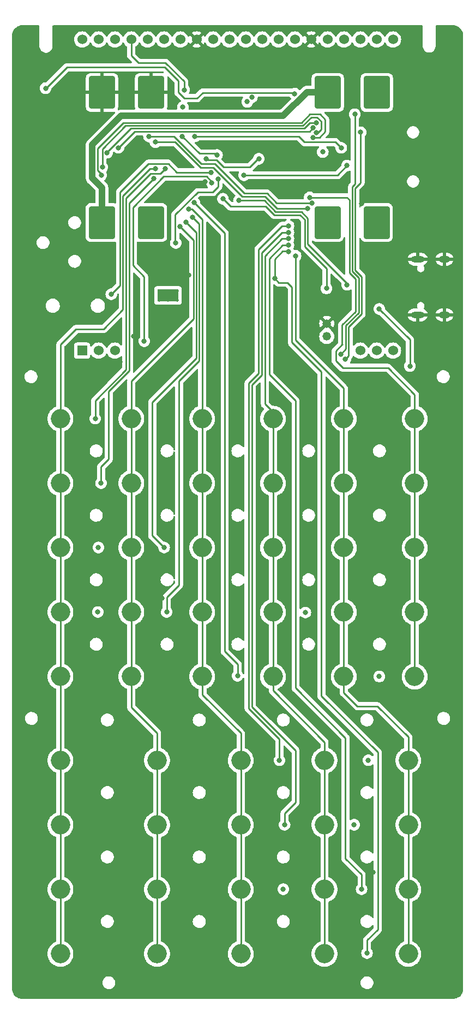
<source format=gbl>
%TF.GenerationSoftware,KiCad,Pcbnew,8.0.4*%
%TF.CreationDate,2024-12-16T18:50:41+01:00*%
%TF.ProjectId,DM50,444d3530-2e6b-4696-9361-645f70636258,rev?*%
%TF.SameCoordinates,Original*%
%TF.FileFunction,Copper,L2,Bot*%
%TF.FilePolarity,Positive*%
%FSLAX46Y46*%
G04 Gerber Fmt 4.6, Leading zero omitted, Abs format (unit mm)*
G04 Created by KiCad (PCBNEW 8.0.4) date 2024-12-16 18:50:41*
%MOMM*%
%LPD*%
G01*
G04 APERTURE LIST*
G04 Aperture macros list*
%AMRoundRect*
0 Rectangle with rounded corners*
0 $1 Rounding radius*
0 $2 $3 $4 $5 $6 $7 $8 $9 X,Y pos of 4 corners*
0 Add a 4 corners polygon primitive as box body*
4,1,4,$2,$3,$4,$5,$6,$7,$8,$9,$2,$3,0*
0 Add four circle primitives for the rounded corners*
1,1,$1+$1,$2,$3*
1,1,$1+$1,$4,$5*
1,1,$1+$1,$6,$7*
1,1,$1+$1,$8,$9*
0 Add four rect primitives between the rounded corners*
20,1,$1+$1,$2,$3,$4,$5,0*
20,1,$1+$1,$4,$5,$6,$7,0*
20,1,$1+$1,$6,$7,$8,$9,0*
20,1,$1+$1,$8,$9,$2,$3,0*%
%AMFreePoly0*
4,1,39,-0.648508,1.451192,-0.414662,1.370913,-0.197219,1.253238,-0.002109,1.101379,0.165343,0.919476,0.300572,0.712493,0.399888,0.486075,0.460583,0.246398,0.481000,0.000000,0.460583,-0.246398,0.399888,-0.486075,0.300572,-0.712493,0.165343,-0.919476,-0.002109,-1.101379,-0.197219,-1.253238,-0.414662,-1.370913,-0.648508,-1.451192,-0.892379,-1.491887,-1.139621,-1.491887,-1.383492,-1.451192,
-1.617338,-1.370913,-1.834781,-1.253238,-2.029891,-1.101379,-2.197343,-0.919476,-2.332572,-0.712493,-2.431888,-0.486075,-2.492583,-0.246398,-2.513000,0.000000,-2.492583,0.246398,-2.431888,0.486075,-2.332572,0.712493,-2.197343,0.919476,-2.029891,1.101379,-1.834781,1.253238,-1.617338,1.370913,-1.383492,1.451192,-1.139621,1.491887,-0.892379,1.491887,-0.648508,1.451192,-0.648508,1.451192,
$1*%
G04 Aperture macros list end*
%TA.AperFunction,ComponentPad*%
%ADD10FreePoly0,90.000000*%
%TD*%
%TA.AperFunction,HeatsinkPad*%
%ADD11C,0.500000*%
%TD*%
%TA.AperFunction,HeatsinkPad*%
%ADD12R,3.300000X1.900000*%
%TD*%
%TA.AperFunction,ComponentPad*%
%ADD13R,1.524000X1.524000*%
%TD*%
%TA.AperFunction,ComponentPad*%
%ADD14C,1.524000*%
%TD*%
%TA.AperFunction,ComponentPad*%
%ADD15O,2.100000X1.000000*%
%TD*%
%TA.AperFunction,ComponentPad*%
%ADD16O,1.800000X1.000000*%
%TD*%
%TA.AperFunction,ComponentPad*%
%ADD17C,1.320800*%
%TD*%
%TA.AperFunction,ComponentPad*%
%ADD18RoundRect,0.250000X1.750000X-2.250000X1.750000X2.250000X-1.750000X2.250000X-1.750000X-2.250000X0*%
%TD*%
%TA.AperFunction,ViaPad*%
%ADD19C,0.800000*%
%TD*%
%TA.AperFunction,Conductor*%
%ADD20C,0.250000*%
%TD*%
%TA.AperFunction,Conductor*%
%ADD21C,0.300000*%
%TD*%
%TA.AperFunction,Conductor*%
%ADD22C,0.500000*%
%TD*%
%TA.AperFunction,Conductor*%
%ADD23C,1.000000*%
%TD*%
G04 APERTURE END LIST*
D10*
%TO.P,SW38,1,1*%
%TO.N,COL02*%
X93850000Y-184750000D03*
%TD*%
%TO.P,SW47,1,1*%
%TO.N,COL05*%
X132850000Y-194750000D03*
%TD*%
%TO.P,SW28,1,1*%
%TO.N,COL03*%
X100850000Y-161750000D03*
%TD*%
%TO.P,SW46,1,1*%
%TO.N,COL04*%
X119850000Y-194750000D03*
%TD*%
%TO.P,SW30,1,1*%
%TO.N,COL05*%
X122850000Y-161750000D03*
%TD*%
%TO.P,SW31,1,1*%
%TO.N,COL06*%
X133850000Y-161750000D03*
%TD*%
%TO.P,SW35,1,1*%
%TO.N,COL04*%
X119850000Y-174750000D03*
%TD*%
%TO.P,SW29,1,1*%
%TO.N,COL04*%
X111850000Y-161750000D03*
%TD*%
%TO.P,SW21,1,1*%
%TO.N,COL02*%
X89850000Y-151750000D03*
%TD*%
%TO.P,SW36,1,1*%
%TO.N,COL05*%
X132850000Y-174750000D03*
%TD*%
%TO.P,SW10,1,1*%
%TO.N,COL03*%
X100850000Y-131750000D03*
%TD*%
%TO.P,SW44,1,1*%
%TO.N,COL02*%
X93850000Y-194750000D03*
%TD*%
%TO.P,SW41,1,1*%
%TO.N,COL05*%
X132850000Y-184750000D03*
%TD*%
%TO.P,SW12,1,1*%
%TO.N,COL05*%
X122850000Y-131750000D03*
%TD*%
%TO.P,SW33,1,1*%
%TO.N,COL02*%
X93850000Y-174750000D03*
%TD*%
%TO.P,SW40,1,1*%
%TO.N,COL04*%
X119850000Y-184750000D03*
%TD*%
D11*
%TO.P,U7,9*%
%TO.N,N/C*%
X96950000Y-102950000D03*
X95550000Y-102950000D03*
X94150000Y-102950000D03*
D12*
X95550000Y-103650000D03*
D11*
X96950000Y-104350000D03*
X95550000Y-104350000D03*
X94150000Y-104350000D03*
%TD*%
D10*
%TO.P,SW4,1,1*%
%TO.N,COL03*%
X100850000Y-121750000D03*
%TD*%
%TO.P,SW20,1,1*%
%TO.N,COL01*%
X78850000Y-151750000D03*
%TD*%
%TO.P,SW6,1,1*%
%TO.N,COL05*%
X122850000Y-121750000D03*
%TD*%
%TO.P,SW24,1,1*%
%TO.N,COL05*%
X122850000Y-151750000D03*
%TD*%
%TO.P,SW13,1,1*%
%TO.N,COL06*%
X133850000Y-131750000D03*
%TD*%
%TO.P,SW25,1,1*%
%TO.N,COL06*%
X133850000Y-151750000D03*
%TD*%
%TO.P,SW5,1,1*%
%TO.N,COL04*%
X111850000Y-121750000D03*
%TD*%
%TO.P,SW23,1,1*%
%TO.N,COL04*%
X111850000Y-151750000D03*
%TD*%
%TO.P,SW26,1,1*%
%TO.N,COL01*%
X78850000Y-161750000D03*
%TD*%
%TO.P,SW27,1,1*%
%TO.N,COL02*%
X89850000Y-161750000D03*
%TD*%
%TO.P,SW34,1,1*%
%TO.N,COL03*%
X106850000Y-174750000D03*
%TD*%
%TO.P,SW32,1,1*%
%TO.N,COL01*%
X78850000Y-174750000D03*
%TD*%
%TO.P,SW18,1,1*%
%TO.N,COL05*%
X122850000Y-141750000D03*
%TD*%
%TO.P,SW15,1,1*%
%TO.N,COL02*%
X89850000Y-141750000D03*
%TD*%
%TO.P,SW14,1,1*%
%TO.N,COL01*%
X78850000Y-141750000D03*
%TD*%
%TO.P,SW19,1,1*%
%TO.N,COL06*%
X133850000Y-141750000D03*
%TD*%
%TO.P,SW43,1,1*%
%TO.N,COL01*%
X78850000Y-194750000D03*
%TD*%
%TO.P,SW17,1,1*%
%TO.N,COL04*%
X111850000Y-141750000D03*
%TD*%
%TO.P,SW37,1,1*%
%TO.N,COL01*%
X78850000Y-184750000D03*
%TD*%
%TO.P,SW8,1,1*%
%TO.N,COL01*%
X78850000Y-131750000D03*
%TD*%
%TO.P,SW51,1,1*%
%TO.N,COL04*%
X119850000Y-204750000D03*
%TD*%
D13*
%TO.P,U1,1,A1+*%
%TO.N,unconnected-(U1-A1+-Pad1)*%
X82217500Y-112210000D03*
D14*
%TO.P,U1,2,A2+*%
%TO.N,unconnected-(U1-A2+-Pad2)*%
X84757500Y-112210000D03*
%TO.P,U1,3,A3+*%
%TO.N,unconnected-(U1-A3+-Pad3)*%
X87297500Y-112210000D03*
%TO.P,U1,18,C1-*%
%TO.N,unconnected-(U1-C1--Pad18)*%
X125397500Y-112210000D03*
%TO.P,U1,19,C2-*%
%TO.N,unconnected-(U1-C2--Pad19)*%
X127937500Y-112210000D03*
%TO.P,U1,20,C3-*%
%TO.N,unconnected-(U1-C3--Pad20)*%
X130477500Y-112210000D03*
%TO.P,U1,21,V0*%
%TO.N,Net-(U1-V0)*%
X130477500Y-63950000D03*
%TO.P,U1,22,V1*%
%TO.N,Net-(U1-V1)*%
X127937500Y-63950000D03*
%TO.P,U1,23,V2*%
%TO.N,Net-(U1-V2)*%
X125397500Y-63950000D03*
%TO.P,U1,24,V3*%
%TO.N,Net-(U1-V3)*%
X122857500Y-63950000D03*
%TO.P,U1,25,V4*%
%TO.N,Net-(U1-V4)*%
X120317500Y-63950000D03*
%TO.P,U1,26,VSS*%
%TO.N,GND*%
X117777500Y-63950000D03*
%TO.P,U1,27,CAP2N*%
%TO.N,Net-(U1-CAP2N)*%
X115237500Y-63950000D03*
%TO.P,U1,28,CAP2P*%
%TO.N,Net-(U1-CAP2P)*%
X112697500Y-63950000D03*
%TO.P,U1,29,CAP1P*%
%TO.N,Net-(U1-CAP1P)*%
X110157500Y-63950000D03*
%TO.P,U1,30,CAP1N*%
%TO.N,Net-(U1-CAP1N)*%
X107617500Y-63950000D03*
%TO.P,U1,31,CAP3P*%
%TO.N,Net-(U1-CAP3P)*%
X105077500Y-63950000D03*
%TO.P,U1,32,VOUT*%
%TO.N,Net-(U1-VOUT)*%
X102537500Y-63950000D03*
%TO.P,U1,33,VSS*%
%TO.N,GND*%
X99997500Y-63950000D03*
%TO.P,U1,34,VDD2*%
%TO.N,3.3V*%
X97457500Y-63950000D03*
%TO.P,U1,35,VDD*%
X94917500Y-63950000D03*
%TO.P,U1,36,SI*%
%TO.N,DISP_SI*%
X92377500Y-63950000D03*
%TO.P,U1,37,SCL*%
%TO.N,DISP_CLK*%
X89837500Y-63950000D03*
%TO.P,U1,38,A0*%
%TO.N,DISP_A0*%
X87297500Y-63950000D03*
%TO.P,U1,39,~{RST}*%
%TO.N,DISP_RST*%
X84757500Y-63950000D03*
%TO.P,U1,40,~{CS1B}*%
%TO.N,DISP_CS1B*%
X82217500Y-63950000D03*
%TD*%
D10*
%TO.P,SW49,1,1*%
%TO.N,COL02*%
X93850000Y-204750000D03*
%TD*%
D15*
%TO.P,J2,S1,SHIELD*%
%TO.N,GND*%
X134295000Y-106670000D03*
D16*
X138475000Y-106670000D03*
D15*
X134295000Y-98030000D03*
D16*
X138475000Y-98030000D03*
%TD*%
D10*
%TO.P,SW45,1,1*%
%TO.N,COL03*%
X106850000Y-194750000D03*
%TD*%
%TO.P,SW50,1,1*%
%TO.N,COL03*%
X106850000Y-204750000D03*
%TD*%
%TO.P,SW39,1,1*%
%TO.N,COL03*%
X106850000Y-184750000D03*
%TD*%
%TO.P,SW11,1,1*%
%TO.N,COL04*%
X111850000Y-131750000D03*
%TD*%
%TO.P,SW3,1,1*%
%TO.N,COL02*%
X89850000Y-121750000D03*
%TD*%
%TO.P,SW22,1,1*%
%TO.N,COL03*%
X100850000Y-151750000D03*
%TD*%
%TO.P,SW2,1,1*%
%TO.N,COL01*%
X78850000Y-121750000D03*
%TD*%
%TO.P,SW16,1,1*%
%TO.N,COL03*%
X100850000Y-141750000D03*
%TD*%
%TO.P,SW52,1,1*%
%TO.N,COL05*%
X132850000Y-204750000D03*
%TD*%
D17*
%TO.P,J4,1,Pin_1*%
%TO.N,GND*%
X120197300Y-108000000D03*
%TO.P,J4,2,Pin_2*%
%TO.N,Net-(D4-A)*%
X120197300Y-110000001D03*
%TD*%
D10*
%TO.P,SW9,1,1*%
%TO.N,COL02*%
X89850000Y-131750000D03*
%TD*%
%TO.P,SW7,1,1*%
%TO.N,COL06*%
X133850000Y-121750000D03*
%TD*%
%TO.P,SW48,1,1*%
%TO.N,COL01*%
X78850000Y-204750000D03*
%TD*%
D18*
%TO.P,BT1,1,+*%
%TO.N,Net-(BT1-+)*%
X120330000Y-92350000D03*
X127950000Y-92350000D03*
%TO.P,BT1,2,-*%
%TO.N,Net-(BT1--)*%
X85280000Y-92350000D03*
X92900000Y-92350000D03*
%TD*%
%TO.P,BT2,1,+*%
%TO.N,Net-(BT1--)*%
X120350000Y-72150000D03*
X127970000Y-72150000D03*
%TO.P,BT2,2,-*%
%TO.N,GND*%
X85300000Y-72150000D03*
X92920000Y-72150000D03*
%TD*%
D19*
%TO.N,LED01*%
X125450000Y-78350000D03*
%TO.N,NRST*%
X122450000Y-80750000D03*
%TO.N,GND*%
X121950000Y-95850000D03*
X119050000Y-95850000D03*
X131950000Y-69150000D03*
X124050000Y-69150000D03*
X116550000Y-67150000D03*
X124150000Y-66550000D03*
X111450000Y-65750000D03*
X106550000Y-65750000D03*
X103750000Y-66450000D03*
X125580425Y-89425000D03*
X88450000Y-194350000D03*
X130550000Y-190650000D03*
X88075000Y-113926992D03*
X117350000Y-134250000D03*
X81050000Y-190750000D03*
X117450000Y-200850000D03*
X116100000Y-117000000D03*
X130650000Y-200850000D03*
X101325000Y-86025000D03*
X114825000Y-82248350D03*
X113850000Y-147850000D03*
X98756378Y-100472517D03*
X92350000Y-147750000D03*
X128100000Y-104250000D03*
X84150000Y-188250000D03*
X75950000Y-127750000D03*
X117350000Y-164150000D03*
X112150000Y-188450000D03*
X115250000Y-171150000D03*
X85100000Y-117500000D03*
X117450000Y-124650000D03*
X81950000Y-137750000D03*
X110050000Y-147750000D03*
X79850000Y-72750000D03*
X128250000Y-165150000D03*
X117450000Y-131050000D03*
X135350000Y-200850000D03*
X139650000Y-173750000D03*
X137550000Y-148050000D03*
X131450000Y-137750000D03*
X104250000Y-170850000D03*
X98850000Y-137750000D03*
X103650000Y-190750000D03*
X106350000Y-145550000D03*
X103750000Y-200850000D03*
X75950000Y-147750000D03*
X117250000Y-145550000D03*
X129250000Y-129750000D03*
X79350000Y-93250000D03*
X121950000Y-180850000D03*
X103075000Y-73650000D03*
X120950000Y-137750000D03*
X105825000Y-70900000D03*
X95750000Y-168750000D03*
X120450000Y-157650000D03*
X131450000Y-147850000D03*
X76050000Y-180850000D03*
X112995900Y-83335471D03*
X90225000Y-109959240D03*
X91050000Y-200850000D03*
X117150000Y-190750000D03*
X88650000Y-187750000D03*
X99700000Y-178300000D03*
X116850000Y-98000000D03*
X138800000Y-190100000D03*
X75950000Y-157750000D03*
X126250000Y-183050000D03*
X111450000Y-92850000D03*
X84250000Y-161250000D03*
X96550000Y-180850000D03*
X124775000Y-127750000D03*
X111600000Y-86250000D03*
X117350000Y-139450000D03*
X90350000Y-81750000D03*
X117350000Y-180850000D03*
X76050000Y-200850000D03*
X139650000Y-200850000D03*
X84250000Y-194350000D03*
X91050000Y-170950000D03*
X78350000Y-79250000D03*
X116850000Y-149350000D03*
X117350000Y-161550000D03*
X127650000Y-204150000D03*
X100250000Y-174350000D03*
X128350000Y-124350000D03*
X94575000Y-150620107D03*
X134850000Y-76750000D03*
X73750000Y-210950000D03*
X110150000Y-157750000D03*
X84350000Y-141350000D03*
X102750000Y-137750000D03*
X76050000Y-190750000D03*
X110325000Y-80250000D03*
X106550000Y-96150000D03*
X102950000Y-147850000D03*
X126550000Y-177950000D03*
X106921241Y-80725225D03*
X102750000Y-127750000D03*
X95250000Y-144650000D03*
X135050000Y-180850000D03*
X128350000Y-121250000D03*
X126850000Y-96250000D03*
X106450000Y-165650000D03*
X139650000Y-180850000D03*
X91350000Y-180850000D03*
X113950000Y-157850000D03*
X105350000Y-82250000D03*
X136950000Y-127850000D03*
X83400000Y-171500000D03*
X102750000Y-157750000D03*
X106100000Y-118750000D03*
X84150000Y-145850000D03*
X131350000Y-127750000D03*
X82100000Y-72250000D03*
X134350000Y-90000000D03*
X120850000Y-127750000D03*
X81050000Y-180850000D03*
X75950000Y-137750000D03*
X138850000Y-210250000D03*
X84250000Y-164150000D03*
X113450000Y-207750000D03*
X91950000Y-157750000D03*
X127750000Y-119050000D03*
X86650000Y-157750000D03*
X95350000Y-164450000D03*
X109350000Y-200850000D03*
X98350000Y-157750000D03*
X136750000Y-157850000D03*
X131350000Y-157750000D03*
X127350000Y-193150000D03*
X126150000Y-188550000D03*
X95450000Y-161150000D03*
X110050000Y-137750000D03*
X100150000Y-208000000D03*
X84250000Y-200850000D03*
X136150000Y-137850000D03*
X98950000Y-127750000D03*
X104450000Y-180850000D03*
X84250000Y-151350000D03*
X91750000Y-127750000D03*
X98850000Y-147750000D03*
X88550000Y-177350000D03*
X96250000Y-200850000D03*
X84250000Y-182750000D03*
X99850000Y-74250000D03*
X109550000Y-180850000D03*
X128150000Y-170850000D03*
X96050000Y-139250000D03*
X81600000Y-82750000D03*
X95850000Y-87000000D03*
X84250000Y-177250000D03*
X111950000Y-168450000D03*
X122550000Y-200850000D03*
X118461525Y-82305110D03*
X120900000Y-147750000D03*
X91650000Y-137950000D03*
X113850000Y-137750000D03*
X111850000Y-179150000D03*
X84250000Y-154350000D03*
%TO.N,Net-(D3-K)*%
X128350000Y-105750000D03*
X133100000Y-114600000D03*
%TO.N,3.3V*%
X119575000Y-81400000D03*
X108575000Y-72900000D03*
%TO.N,NRST*%
X99725000Y-78950000D03*
%TO.N,VBAT_SNS*%
X120150000Y-102550000D03*
X104075000Y-88650000D03*
%TO.N,CHARG_SNS*%
X106566894Y-88926160D03*
X123350000Y-102000000D03*
%TO.N,COL03*%
X98766206Y-90250000D03*
%TO.N,ROW03*%
X94950000Y-142750000D03*
X98350000Y-92250000D03*
X84750000Y-142750000D03*
%TO.N,COL06*%
X117550000Y-88439957D03*
%TO.N,COL02*%
X97450000Y-93000000D03*
%TO.N,ROW08*%
X114250000Y-95850000D03*
X125600000Y-195750000D03*
X113450000Y-195750000D03*
%TO.N,ROW04*%
X99350000Y-91500000D03*
X116875000Y-152834139D03*
X84650000Y-152750000D03*
X95350000Y-152750000D03*
%TO.N,COL05*%
X115350000Y-97500000D03*
%TO.N,ROW02*%
X93350000Y-85500000D03*
X85150000Y-132750000D03*
%TO.N,COL04*%
X114250000Y-94850000D03*
%TO.N,ROW01*%
X84250000Y-122750000D03*
X95100000Y-84000000D03*
%TO.N,COL01*%
X93627243Y-83975000D03*
%TO.N,BOOT0*%
X115225000Y-72350000D03*
X76550000Y-71500000D03*
%TO.N,ROW09*%
X126450000Y-205650000D03*
X112100000Y-101000000D03*
X114250000Y-96850000D03*
%TO.N,ROW06*%
X112850000Y-175750000D03*
X126650000Y-175750000D03*
X114250000Y-92850000D03*
%TO.N,ROW05*%
X106350000Y-162650000D03*
X109650000Y-82450000D03*
X101450000Y-82450000D03*
X99622202Y-89250000D03*
X128350000Y-162750000D03*
%TO.N,ROW07*%
X124450000Y-185750000D03*
X114250000Y-93850000D03*
X113650000Y-185750000D03*
%TO.N,DAC1_OUT2*%
X102350000Y-86150000D03*
X91850000Y-110750000D03*
%TO.N,DAC1_OUT1*%
X96750000Y-95500000D03*
X103352438Y-85623455D03*
%TO.N,SD_D1*%
X92600000Y-79000000D03*
X117918222Y-89311877D03*
%TO.N,SD_CK*%
X87850000Y-80725000D03*
X118075000Y-77650000D03*
%TO.N,ADC_IN*%
X107350000Y-85000000D03*
X123350000Y-83500000D03*
%TO.N,LED01*%
X123100000Y-113500000D03*
%TO.N,SD_D0*%
X117255377Y-90126213D03*
X93600000Y-79875000D03*
%TO.N,SD_CMD*%
X86100000Y-81500000D03*
X118575000Y-76900000D03*
%TO.N,SD_D3*%
X85350000Y-83750000D03*
X118575000Y-78400000D03*
%TO.N,SD_D2*%
X118075000Y-79150000D03*
X85189601Y-85000000D03*
%TO.N,AUDIO_ONOFF*%
X86750000Y-103450000D03*
X102228091Y-84540538D03*
%TO.N,LED02*%
X124550000Y-75550000D03*
X122350000Y-112750000D03*
%TO.N,unconnected-(U2-PC13-Pad2)*%
X107860732Y-73599256D03*
%TO.N,DISP_CLK*%
X98050000Y-71750000D03*
X97750000Y-78950000D03*
X103150000Y-81850000D03*
X97850000Y-74450000D03*
%TD*%
D20*
%TO.N,DISP_CLK*%
X89837500Y-63950000D02*
X89837500Y-66437500D01*
X89837500Y-66437500D02*
X90950000Y-67550000D01*
X95150000Y-67550000D02*
X98050000Y-70450000D01*
X90950000Y-67550000D02*
X95150000Y-67550000D01*
X98050000Y-70450000D02*
X98050000Y-71750000D01*
D21*
%TO.N,GND*%
X110325000Y-80250000D02*
X112826650Y-80250000D01*
X112826650Y-80250000D02*
X114825000Y-82248350D01*
D20*
%TO.N,ROW05*%
X108250000Y-83750000D02*
X109550000Y-82450000D01*
X109550000Y-82450000D02*
X109650000Y-82450000D01*
%TO.N,BOOT0*%
X115225000Y-72350000D02*
X115050000Y-72175000D01*
X115050000Y-72175000D02*
X100925000Y-72175000D01*
X100925000Y-72175000D02*
X100050000Y-73050000D01*
X100050000Y-73050000D02*
X98050000Y-73050000D01*
X79850000Y-68250000D02*
X76600000Y-71500000D01*
X98050000Y-73050000D02*
X97150000Y-72150000D01*
X97150000Y-72150000D02*
X97150000Y-70350000D01*
X97150000Y-70350000D02*
X95050000Y-68250000D01*
X95050000Y-68250000D02*
X79850000Y-68250000D01*
%TO.N,LED01*%
X124600000Y-87000000D02*
X125450000Y-86150000D01*
X125450000Y-78350000D02*
X125450000Y-86150000D01*
%TO.N,LED02*%
X124550000Y-75550000D02*
X124550000Y-86350000D01*
X124550000Y-86350000D02*
X124150000Y-86750000D01*
X122350000Y-112750000D02*
X123150000Y-111950000D01*
X124150000Y-99936396D02*
X124150000Y-86750000D01*
X125150000Y-100936396D02*
X124150000Y-99936396D01*
X123150000Y-111950000D02*
X123150000Y-108313604D01*
X123150000Y-108313604D02*
X125150000Y-106313604D01*
X125150000Y-106313604D02*
X125150000Y-100936396D01*
%TO.N,NRST*%
X116750000Y-79875000D02*
X121575000Y-79875000D01*
X121575000Y-79875000D02*
X122450000Y-80750000D01*
%TO.N,COL01*%
X93627243Y-83975000D02*
X92775000Y-83975000D01*
X92775000Y-83975000D02*
X88550000Y-88200000D01*
X78850000Y-111250000D02*
X78850000Y-121750000D01*
X88550000Y-88200000D02*
X88550000Y-105850000D01*
X81250000Y-108850000D02*
X78850000Y-111250000D01*
X88550000Y-105850000D02*
X85550000Y-108850000D01*
X85550000Y-108850000D02*
X81250000Y-108850000D01*
%TO.N,ROW02*%
X86350000Y-129050000D02*
X85150000Y-130250000D01*
X86350000Y-118486396D02*
X86350000Y-129050000D01*
X85150000Y-130250000D02*
X85150000Y-132750000D01*
%TO.N,ROW01*%
X89050000Y-88550000D02*
X92850000Y-84750000D01*
%TO.N,ROW02*%
X93350000Y-85500000D02*
X89500000Y-89350000D01*
X89500000Y-115336396D02*
X86350000Y-118486396D01*
X89500000Y-89350000D02*
X89500000Y-115336396D01*
%TO.N,ROW01*%
X84250000Y-122750000D02*
X84250000Y-119950000D01*
X84250000Y-119950000D02*
X89050000Y-115150000D01*
X92850000Y-84750000D02*
X94350000Y-84750000D01*
X89050000Y-115150000D02*
X89050000Y-88550000D01*
X94350000Y-84750000D02*
X95100000Y-84000000D01*
%TO.N,COL02*%
X97450000Y-93000000D02*
X99500000Y-95050000D01*
X99500000Y-95050000D02*
X99500000Y-107300000D01*
X99500000Y-107300000D02*
X89850000Y-116950000D01*
X89850000Y-116950000D02*
X89850000Y-121750000D01*
%TO.N,ROW03*%
X98350000Y-92250000D02*
X99950000Y-93850000D01*
X99950000Y-93850000D02*
X99950000Y-113350000D01*
X93100000Y-140900000D02*
X94950000Y-142750000D01*
X99950000Y-113350000D02*
X93100000Y-120200000D01*
X93100000Y-120200000D02*
X93100000Y-140900000D01*
%TO.N,ROW04*%
X100400000Y-113800000D02*
X100400000Y-92550000D01*
X97250000Y-116950000D02*
X100400000Y-113800000D01*
X97250000Y-148550000D02*
X97250000Y-116950000D01*
X95350000Y-150450000D02*
X97250000Y-148550000D01*
X100400000Y-92550000D02*
X99350000Y-91500000D01*
X95350000Y-152750000D02*
X95350000Y-150450000D01*
%TO.N,COL03*%
X99250000Y-90250000D02*
X98766206Y-90250000D01*
X100850000Y-91850000D02*
X99250000Y-90250000D01*
X100850000Y-121750000D02*
X100850000Y-91850000D01*
%TO.N,ROW05*%
X106350000Y-162650000D02*
X106350000Y-160850000D01*
X104350000Y-158850000D02*
X104350000Y-94000000D01*
X106350000Y-160850000D02*
X104350000Y-158850000D01*
X104350000Y-94000000D02*
X99622202Y-89272202D01*
X99622202Y-89272202D02*
X99622202Y-89250000D01*
%TO.N,ROW09*%
X112100000Y-101000000D02*
X112750000Y-101650000D01*
X128100000Y-202000000D02*
X126450000Y-203650000D01*
X112750000Y-101650000D02*
X114075000Y-101650000D01*
X114075000Y-101650000D02*
X114775000Y-102350000D01*
X114775000Y-102350000D02*
X114775000Y-110925000D01*
X114775000Y-110925000D02*
X119350000Y-115500000D01*
X119350000Y-165750000D02*
X128100000Y-174500000D01*
X119350000Y-115500000D02*
X119350000Y-165750000D01*
X128100000Y-174500000D02*
X128100000Y-202000000D01*
X126450000Y-203650000D02*
X126450000Y-205650000D01*
%TO.N,COL05*%
X115350000Y-97500000D02*
X115350000Y-110550000D01*
X122850000Y-118050000D02*
X122850000Y-121750000D01*
X115350000Y-110550000D02*
X122850000Y-118050000D01*
%TO.N,ROW09*%
X112100000Y-98000000D02*
X112100000Y-101000000D01*
%TO.N,VBAT_SNS*%
X104075000Y-88650000D02*
X105262500Y-89837500D01*
X105262500Y-89837500D02*
X110737500Y-89837500D01*
X116800000Y-96100000D02*
X120150000Y-99450000D01*
X110737500Y-89837500D02*
X112050000Y-91150000D01*
X112050000Y-91150000D02*
X116050000Y-91150000D01*
X116050000Y-91150000D02*
X116800000Y-91900000D01*
X116800000Y-91900000D02*
X116800000Y-96100000D01*
X120150000Y-99450000D02*
X120150000Y-102550000D01*
%TO.N,CHARG_SNS*%
X123350000Y-102000000D02*
X123350000Y-101750000D01*
X117250000Y-95650000D02*
X117250000Y-91650000D01*
X123350000Y-101750000D02*
X117250000Y-95650000D01*
X116250000Y-90650000D02*
X112250000Y-90650000D01*
X117250000Y-91650000D02*
X116250000Y-90650000D01*
X112250000Y-90650000D02*
X110526160Y-88926160D01*
X110526160Y-88926160D02*
X106566894Y-88926160D01*
%TO.N,COL06*%
X123700000Y-100122792D02*
X123700000Y-88850000D01*
X122588604Y-111238604D02*
X122588604Y-108238604D01*
%TO.N,SD_D1*%
X107425000Y-87825000D02*
X110925000Y-87825000D01*
%TO.N,COL06*%
X124700000Y-101122792D02*
X123700000Y-100122792D01*
%TO.N,SD_D0*%
X112476213Y-90126213D02*
X117255377Y-90126213D01*
%TO.N,COL06*%
X121600000Y-113750000D02*
X121588604Y-113750000D01*
X122725000Y-114875000D02*
X121600000Y-113750000D01*
X129725000Y-114875000D02*
X122725000Y-114875000D01*
D21*
%TO.N,SD_D0*%
X117211125Y-90036125D02*
X117211125Y-90081961D01*
D20*
%TO.N,COL06*%
X133850000Y-121750000D02*
X133850000Y-119000000D01*
X122588604Y-108238604D02*
X124700000Y-106127208D01*
X122600000Y-111250000D02*
X122588604Y-111238604D01*
%TO.N,SD_D0*%
X107058569Y-88275000D02*
X110625000Y-88275000D01*
%TO.N,COL06*%
X122588604Y-111250000D02*
X122600000Y-111250000D01*
D21*
%TO.N,SD_D0*%
X117211125Y-90081961D02*
X117255377Y-90126213D01*
D20*
X110625000Y-88275000D02*
X112476213Y-90126213D01*
%TO.N,SD_D1*%
X92600000Y-79000000D02*
X96500000Y-79000000D01*
%TO.N,COL06*%
X121588604Y-112250000D02*
X122588604Y-111250000D01*
%TO.N,SD_D1*%
X102850000Y-83250000D02*
X107425000Y-87825000D01*
%TO.N,COL06*%
X133850000Y-119000000D02*
X129725000Y-114875000D01*
%TO.N,SD_D1*%
X110925000Y-87825000D02*
X112411877Y-89311877D01*
%TO.N,COL06*%
X121588604Y-113750000D02*
X121588604Y-112250000D01*
X124700000Y-106127208D02*
X124700000Y-101122792D01*
%TO.N,SD_D1*%
X96500000Y-79000000D02*
X100750000Y-83250000D01*
%TO.N,COL06*%
X123700000Y-88850000D02*
X123289957Y-88439957D01*
X123289957Y-88439957D02*
X117333192Y-88439957D01*
%TO.N,SD_D1*%
X112411877Y-89311877D02*
X117918222Y-89311877D01*
%TO.N,SD_D0*%
X93600000Y-79875000D02*
X96675000Y-79875000D01*
X96675000Y-79875000D02*
X100613251Y-83813251D01*
X102596820Y-83813251D02*
X107058569Y-88275000D01*
X100613251Y-83813251D02*
X102596820Y-83813251D01*
%TO.N,SD_D1*%
X100750000Y-83250000D02*
X102850000Y-83250000D01*
%TO.N,GND*%
X110325000Y-80250000D02*
X110325000Y-80450000D01*
D22*
X80725000Y-73625000D02*
X82100000Y-72250000D01*
D20*
X110049775Y-80725225D02*
X106921241Y-80725225D01*
D22*
X78350000Y-79250000D02*
X78350000Y-76000000D01*
D20*
X105796466Y-81850000D02*
X106921241Y-80725225D01*
D22*
X78350000Y-76000000D02*
X80725000Y-73625000D01*
D20*
X116850000Y-104652700D02*
X120197300Y-108000000D01*
X78350000Y-76600000D02*
X78350000Y-79250000D01*
X116850000Y-98000000D02*
X116850000Y-104652700D01*
X110325000Y-80450000D02*
X110049775Y-80725225D01*
D22*
X79850000Y-72750000D02*
X80725000Y-73625000D01*
D21*
X106921241Y-80725225D02*
X105396466Y-82250000D01*
D20*
%TO.N,Net-(D3-K)*%
X133100000Y-110500000D02*
X128350000Y-105750000D01*
X133100000Y-114600000D02*
X133100000Y-110500000D01*
%TO.N,NRST*%
X116750000Y-79875000D02*
X115825000Y-78950000D01*
X115825000Y-78950000D02*
X99725000Y-78950000D01*
%TO.N,COL03*%
X106850000Y-204750000D02*
X106850000Y-194750000D01*
X100900000Y-165600000D02*
X100900000Y-161350000D01*
X106850000Y-194750000D02*
X106850000Y-184750000D01*
X106850000Y-171550000D02*
X100900000Y-165600000D01*
X100850000Y-161750000D02*
X100850000Y-151750000D01*
X100850000Y-151750000D02*
X100850000Y-141750000D01*
X100850000Y-141750000D02*
X100850000Y-131750000D01*
X100850000Y-131750000D02*
X100850000Y-121750000D01*
X106850000Y-184750000D02*
X106850000Y-174750000D01*
X106850000Y-174750000D02*
X106850000Y-171550000D01*
%TO.N,COL06*%
X133850000Y-151750000D02*
X133850000Y-141750000D01*
X133850000Y-141750000D02*
X133850000Y-131750000D01*
X133850000Y-131750000D02*
X133850000Y-121750000D01*
X133850000Y-161750000D02*
X133850000Y-151750000D01*
%TO.N,COL02*%
X93850000Y-174750000D02*
X93850000Y-171550000D01*
X93850000Y-204750000D02*
X93850000Y-194750000D01*
X93850000Y-184750000D02*
X93850000Y-174750000D01*
X89850000Y-161750000D02*
X89850000Y-151750000D01*
X93850000Y-194750000D02*
X93850000Y-184750000D01*
X89850000Y-141750000D02*
X89850000Y-131750000D01*
X89850000Y-151750000D02*
X89850000Y-141750000D01*
X89850000Y-167550000D02*
X89850000Y-161750000D01*
X93850000Y-171550000D02*
X89850000Y-167550000D01*
X89850000Y-131750000D02*
X89850000Y-121750000D01*
%TO.N,ROW08*%
X125600000Y-193500000D02*
X125600000Y-195750000D01*
X111275000Y-115925000D02*
X115350000Y-120000000D01*
X123100000Y-172250000D02*
X123100000Y-191000000D01*
X111275000Y-97925000D02*
X111275000Y-115925000D01*
X115350000Y-164500000D02*
X123100000Y-172250000D01*
X123100000Y-191000000D02*
X125600000Y-193500000D01*
X115350000Y-120000000D02*
X115350000Y-164500000D01*
X114250000Y-95850000D02*
X113350000Y-95850000D01*
X113350000Y-95850000D02*
X111275000Y-97925000D01*
%TO.N,COL05*%
X124950000Y-167350000D02*
X128050000Y-167350000D01*
X122850000Y-161750000D02*
X122850000Y-165250000D01*
X132850000Y-204750000D02*
X132850000Y-194750000D01*
X132850000Y-184750000D02*
X132850000Y-174750000D01*
X122850000Y-161750000D02*
X122850000Y-151750000D01*
X132850000Y-172150000D02*
X132850000Y-174750000D01*
X122850000Y-141750000D02*
X122850000Y-131750000D01*
X132850000Y-194750000D02*
X132850000Y-184750000D01*
X128050000Y-167350000D02*
X132850000Y-172150000D01*
X122850000Y-151750000D02*
X122850000Y-141750000D01*
X122850000Y-165250000D02*
X124950000Y-167350000D01*
X122850000Y-131750000D02*
X122850000Y-121750000D01*
%TO.N,COL04*%
X114250000Y-94850000D02*
X113250000Y-94850000D01*
X111850000Y-161750000D02*
X111850000Y-151750000D01*
X119850000Y-194750000D02*
X119850000Y-184750000D01*
X114150000Y-94750000D02*
X114250000Y-94850000D01*
X110600000Y-97500000D02*
X110600000Y-120500000D01*
X111850000Y-141750000D02*
X111850000Y-131750000D01*
X113250000Y-94850000D02*
X110600000Y-97500000D01*
X119850000Y-204750000D02*
X119850000Y-194750000D01*
X111850000Y-164950000D02*
X111850000Y-161750000D01*
X119850000Y-172950000D02*
X111850000Y-164950000D01*
X119850000Y-174750000D02*
X119850000Y-172950000D01*
X110600000Y-120500000D02*
X111850000Y-121750000D01*
X111850000Y-131750000D02*
X111850000Y-121750000D01*
X111850000Y-151750000D02*
X111850000Y-141750000D01*
X119850000Y-184750000D02*
X119850000Y-174750000D01*
%TO.N,COL01*%
X78850000Y-204750000D02*
X78850000Y-194750000D01*
X78850000Y-151750000D02*
X78850000Y-141750000D01*
X78850000Y-141750000D02*
X78850000Y-131750000D01*
X78850000Y-131750000D02*
X78850000Y-121750000D01*
X78850000Y-194750000D02*
X78850000Y-184750000D01*
X78850000Y-174750000D02*
X78850000Y-161750000D01*
X78850000Y-161750000D02*
X78850000Y-151750000D01*
X78850000Y-184750000D02*
X78850000Y-174750000D01*
%TO.N,ROW09*%
X113350000Y-96750000D02*
X112100000Y-98000000D01*
X113350000Y-96750000D02*
X114150000Y-96750000D01*
X114150000Y-96750000D02*
X114250000Y-96850000D01*
D23*
%TO.N,Net-(BT1--)*%
X117100000Y-72150000D02*
X120350000Y-72150000D01*
X85280000Y-86930000D02*
X83800000Y-85450000D01*
X88300000Y-75800000D02*
X113450000Y-75800000D01*
X113450000Y-75800000D02*
X117100000Y-72150000D01*
X83800000Y-85450000D02*
X83800000Y-80300000D01*
X85280000Y-92350000D02*
X85280000Y-86930000D01*
X83800000Y-80300000D02*
X88300000Y-75800000D01*
D20*
%TO.N,ROW06*%
X112850000Y-172500000D02*
X112850000Y-175750000D01*
X108050000Y-167700000D02*
X112850000Y-172500000D01*
X108050000Y-117250000D02*
X108050000Y-167700000D01*
X113250000Y-92850000D02*
X109600000Y-96500000D01*
X109600000Y-96500000D02*
X109600000Y-115700000D01*
X114250000Y-92850000D02*
X113250000Y-92850000D01*
X109600000Y-115700000D02*
X108050000Y-117250000D01*
%TO.N,ROW05*%
X101650000Y-82650000D02*
X101450000Y-82450000D01*
X108250000Y-83750000D02*
X104150000Y-83750000D01*
X103050000Y-82650000D02*
X101650000Y-82650000D01*
X104150000Y-83750000D02*
X103050000Y-82650000D01*
%TO.N,ROW07*%
X113250000Y-93850000D02*
X114250000Y-93850000D01*
X115350000Y-182250000D02*
X115350000Y-174250000D01*
X113650000Y-185750000D02*
X113650000Y-183950000D01*
X115350000Y-174250000D02*
X108550000Y-167450000D01*
X110100000Y-97000000D02*
X113250000Y-93850000D01*
X108550000Y-167450000D02*
X108550000Y-117500000D01*
X108550000Y-117500000D02*
X110100000Y-115950000D01*
X113650000Y-183950000D02*
X115350000Y-182250000D01*
X110100000Y-115950000D02*
X110100000Y-97000000D01*
%TO.N,DAC1_OUT2*%
X102350000Y-86150000D02*
X102350000Y-86000000D01*
X102350000Y-86000000D02*
X101550000Y-85200000D01*
X101550000Y-85200000D02*
X94900000Y-85200000D01*
X90100000Y-90000000D02*
X90100000Y-99000000D01*
X91850000Y-100750000D02*
X91850000Y-110750000D01*
X90100000Y-99000000D02*
X91850000Y-100750000D01*
X94900000Y-85200000D02*
X90100000Y-90000000D01*
%TO.N,DAC1_OUT1*%
X102475000Y-87625000D02*
X100175000Y-87625000D01*
X96686397Y-91113603D02*
X96686397Y-94500000D01*
X96686397Y-95436397D02*
X96750000Y-95500000D01*
X103352438Y-85623455D02*
X103352438Y-86747562D01*
X100175000Y-87625000D02*
X96686397Y-91113603D01*
X103352438Y-86747562D02*
X102475000Y-87625000D01*
X96686397Y-91113603D02*
X96686397Y-95436397D01*
X96686397Y-94500000D02*
X96686397Y-94831253D01*
%TO.N,SD_CK*%
X90375000Y-78200000D02*
X87850000Y-80725000D01*
X118075000Y-77650000D02*
X117525000Y-78200000D01*
X117525000Y-78200000D02*
X90375000Y-78200000D01*
%TO.N,ADC_IN*%
X121850000Y-85000000D02*
X123350000Y-83500000D01*
X107350000Y-85000000D02*
X121850000Y-85000000D01*
%TO.N,LED01*%
X123600000Y-113000000D02*
X123600000Y-108500000D01*
X124600000Y-99750000D02*
X124600000Y-87000000D01*
X125600000Y-100750000D02*
X124600000Y-99750000D01*
X123600000Y-113000000D02*
X123100000Y-113500000D01*
X125600000Y-106500000D02*
X125600000Y-100750000D01*
X123600000Y-108500000D02*
X125600000Y-106500000D01*
%TO.N,SD_CMD*%
X118575000Y-76900000D02*
X117536396Y-76900000D01*
X89823008Y-77750000D02*
X86100000Y-81473008D01*
X116686396Y-77750000D02*
X89823008Y-77750000D01*
X86100000Y-81473008D02*
X86100000Y-81500000D01*
X117536396Y-76900000D02*
X116686396Y-77750000D01*
%TO.N,SD_D3*%
X118800000Y-78400000D02*
X118575000Y-78400000D01*
X118700000Y-76000000D02*
X119300000Y-76600000D01*
X119300000Y-76600000D02*
X119300000Y-77900000D01*
X85350000Y-83750000D02*
X85350000Y-80925000D01*
X116500000Y-77300000D02*
X117800000Y-76000000D01*
X117800000Y-76000000D02*
X118700000Y-76000000D01*
X119300000Y-77900000D02*
X118800000Y-78400000D01*
X88975000Y-77300000D02*
X116500000Y-77300000D01*
X85350000Y-80925000D02*
X88975000Y-77300000D01*
%TO.N,SD_D2*%
X84625000Y-80825000D02*
X84625000Y-84275000D01*
X119950000Y-76350000D02*
X119150000Y-75550000D01*
X85189601Y-84839601D02*
X85189601Y-85000000D01*
X119050000Y-79150000D02*
X119950000Y-78250000D01*
X88615000Y-76835000D02*
X84625000Y-80825000D01*
X119150000Y-75550000D02*
X117550000Y-75550000D01*
X84625000Y-84275000D02*
X85189601Y-84839601D01*
X116265000Y-76835000D02*
X88615000Y-76835000D01*
X119950000Y-78250000D02*
X119950000Y-76350000D01*
X117550000Y-75550000D02*
X116265000Y-76835000D01*
X118075000Y-79150000D02*
X119050000Y-79150000D01*
%TO.N,AUDIO_ONOFF*%
X92500000Y-83200000D02*
X88100000Y-87600000D01*
X96940538Y-84540538D02*
X95600000Y-83200000D01*
X95600000Y-83200000D02*
X92500000Y-83200000D01*
X88100000Y-87600000D02*
X88100000Y-102100000D01*
X88100000Y-102100000D02*
X86750000Y-103450000D01*
X102228091Y-84540538D02*
X96940538Y-84540538D01*
%TO.N,DISP_CLK*%
X97750000Y-78950000D02*
X97650000Y-78950000D01*
X103150000Y-81850000D02*
X102950000Y-81650000D01*
X102950000Y-81650000D02*
X100450000Y-81650000D01*
X100450000Y-81650000D02*
X97750000Y-78950000D01*
%TD*%
%TA.AperFunction,Conductor*%
%TO.N,GND*%
G36*
X104183141Y-86284608D02*
G01*
X104189619Y-86290640D01*
X105969251Y-88070272D01*
X106002736Y-88131595D01*
X105997752Y-88201287D01*
X105964545Y-88250100D01*
X105961025Y-88253269D01*
X105834360Y-88393945D01*
X105739715Y-88557875D01*
X105739712Y-88557882D01*
X105704358Y-88666692D01*
X105681220Y-88737904D01*
X105670673Y-88838256D01*
X105661434Y-88926160D01*
X105674827Y-89053592D01*
X105662257Y-89122322D01*
X105614525Y-89173345D01*
X105546784Y-89190463D01*
X105480543Y-89168240D01*
X105463825Y-89154234D01*
X105013960Y-88704369D01*
X104980475Y-88643046D01*
X104978323Y-88629668D01*
X104960674Y-88461744D01*
X104902179Y-88281716D01*
X104807533Y-88117784D01*
X104680871Y-87977112D01*
X104680870Y-87977111D01*
X104527734Y-87865851D01*
X104527729Y-87865848D01*
X104354807Y-87788857D01*
X104354802Y-87788855D01*
X104209001Y-87757865D01*
X104169646Y-87749500D01*
X103980354Y-87749500D01*
X103947897Y-87756398D01*
X103795197Y-87788855D01*
X103795192Y-87788857D01*
X103622270Y-87865848D01*
X103622265Y-87865851D01*
X103469129Y-87977111D01*
X103342466Y-88117785D01*
X103247821Y-88281715D01*
X103247818Y-88281722D01*
X103211355Y-88393945D01*
X103189326Y-88461744D01*
X103169540Y-88650000D01*
X103189326Y-88838256D01*
X103189327Y-88838259D01*
X103247818Y-89018277D01*
X103247821Y-89018284D01*
X103342467Y-89182216D01*
X103407516Y-89254460D01*
X103469129Y-89322888D01*
X103622265Y-89434148D01*
X103622270Y-89434151D01*
X103795192Y-89511142D01*
X103795197Y-89511144D01*
X103980354Y-89550500D01*
X104039548Y-89550500D01*
X104106587Y-89570185D01*
X104127229Y-89586819D01*
X104863763Y-90323355D01*
X104863767Y-90323358D01*
X104966208Y-90391808D01*
X104966221Y-90391815D01*
X105031543Y-90418872D01*
X105080043Y-90438961D01*
X105080048Y-90438963D01*
X105100097Y-90442951D01*
X105133696Y-90449634D01*
X105200892Y-90463001D01*
X105200894Y-90463001D01*
X105330221Y-90463001D01*
X105330241Y-90463000D01*
X110427048Y-90463000D01*
X110494087Y-90482685D01*
X110514729Y-90499319D01*
X111561016Y-91545606D01*
X111561045Y-91545637D01*
X111651263Y-91635855D01*
X111651267Y-91635858D01*
X111753707Y-91704307D01*
X111753713Y-91704310D01*
X111753714Y-91704311D01*
X111867548Y-91751463D01*
X111927971Y-91763481D01*
X111988393Y-91775500D01*
X111988394Y-91775500D01*
X113866029Y-91775500D01*
X113933068Y-91795185D01*
X113978823Y-91847989D01*
X113988767Y-91917147D01*
X113959742Y-91980703D01*
X113916465Y-92012779D01*
X113797270Y-92065848D01*
X113797265Y-92065851D01*
X113644130Y-92177110D01*
X113644126Y-92177114D01*
X113638400Y-92183474D01*
X113578913Y-92220121D01*
X113546252Y-92224500D01*
X113317741Y-92224500D01*
X113317721Y-92224499D01*
X113311607Y-92224499D01*
X113188394Y-92224499D01*
X113087597Y-92244548D01*
X113087592Y-92244548D01*
X113067551Y-92248535D01*
X113067547Y-92248536D01*
X113055048Y-92253713D01*
X113055049Y-92253714D01*
X112953717Y-92295686D01*
X112953708Y-92295691D01*
X112851267Y-92364141D01*
X112851263Y-92364144D01*
X110083694Y-95131715D01*
X109201269Y-96014140D01*
X109201267Y-96014142D01*
X109177153Y-96038256D01*
X109114142Y-96101266D01*
X109112949Y-96103052D01*
X109091029Y-96135858D01*
X109063764Y-96176662D01*
X109045686Y-96203717D01*
X109045685Y-96203719D01*
X109020658Y-96264141D01*
X109020658Y-96264143D01*
X108998537Y-96317548D01*
X108998536Y-96317552D01*
X108998536Y-96317553D01*
X108998535Y-96317556D01*
X108987208Y-96374499D01*
X108987209Y-96374500D01*
X108976024Y-96430734D01*
X108974500Y-96438396D01*
X108974500Y-115389547D01*
X108954815Y-115456586D01*
X108938181Y-115477228D01*
X108266838Y-116148571D01*
X107651270Y-116764139D01*
X107651267Y-116764142D01*
X107615316Y-116800093D01*
X107564142Y-116851266D01*
X107548621Y-116874496D01*
X107532557Y-116898537D01*
X107500403Y-116946658D01*
X107495684Y-116953720D01*
X107479658Y-116992413D01*
X107462347Y-117034207D01*
X107458782Y-117042815D01*
X107448537Y-117067545D01*
X107448535Y-117067553D01*
X107424500Y-117188389D01*
X107424500Y-127080722D01*
X107404815Y-127147761D01*
X107352011Y-127193516D01*
X107282853Y-127203460D01*
X107219297Y-127174435D01*
X107198725Y-127151559D01*
X107160715Y-127096948D01*
X107013685Y-126957186D01*
X107013684Y-126957185D01*
X106841530Y-126849880D01*
X106733391Y-126809830D01*
X106651300Y-126779427D01*
X106651294Y-126779426D01*
X106450781Y-126748708D01*
X106450780Y-126748708D01*
X106349481Y-126753845D01*
X106248181Y-126758983D01*
X106051798Y-126809830D01*
X105869668Y-126899170D01*
X105709256Y-127023337D01*
X105709255Y-127023339D01*
X105577121Y-127177256D01*
X105577118Y-127177261D01*
X105478676Y-127354620D01*
X105478669Y-127354635D01*
X105417943Y-127548180D01*
X105397422Y-127750000D01*
X105417943Y-127951819D01*
X105478669Y-128145364D01*
X105478676Y-128145379D01*
X105577118Y-128322738D01*
X105577121Y-128322743D01*
X105709255Y-128476660D01*
X105709256Y-128476662D01*
X105869668Y-128600829D01*
X105869672Y-128600832D01*
X106051799Y-128690170D01*
X106248182Y-128741017D01*
X106450780Y-128751292D01*
X106651299Y-128720573D01*
X106841530Y-128650120D01*
X107013684Y-128542815D01*
X107160715Y-128403052D01*
X107198725Y-128348440D01*
X107253178Y-128304662D01*
X107322656Y-128297272D01*
X107385099Y-128328619D01*
X107420683Y-128388748D01*
X107424500Y-128419277D01*
X107424500Y-137080722D01*
X107404815Y-137147761D01*
X107352011Y-137193516D01*
X107282853Y-137203460D01*
X107219297Y-137174435D01*
X107198725Y-137151559D01*
X107160715Y-137096948D01*
X107013685Y-136957186D01*
X107013684Y-136957185D01*
X106841530Y-136849880D01*
X106733391Y-136809830D01*
X106651300Y-136779427D01*
X106651294Y-136779426D01*
X106450781Y-136748708D01*
X106450780Y-136748708D01*
X106349481Y-136753845D01*
X106248181Y-136758983D01*
X106051798Y-136809830D01*
X105869668Y-136899170D01*
X105709256Y-137023337D01*
X105709255Y-137023339D01*
X105577121Y-137177256D01*
X105577118Y-137177261D01*
X105478676Y-137354620D01*
X105478669Y-137354635D01*
X105417943Y-137548180D01*
X105397422Y-137750000D01*
X105417943Y-137951819D01*
X105478669Y-138145364D01*
X105478676Y-138145379D01*
X105577118Y-138322738D01*
X105577121Y-138322743D01*
X105709255Y-138476660D01*
X105709256Y-138476662D01*
X105869668Y-138600829D01*
X105869672Y-138600832D01*
X106051799Y-138690170D01*
X106248182Y-138741017D01*
X106450780Y-138751292D01*
X106651299Y-138720573D01*
X106841530Y-138650120D01*
X107013684Y-138542815D01*
X107160715Y-138403052D01*
X107198725Y-138348440D01*
X107253178Y-138304662D01*
X107322656Y-138297272D01*
X107385099Y-138328619D01*
X107420683Y-138388748D01*
X107424500Y-138419277D01*
X107424500Y-147080722D01*
X107404815Y-147147761D01*
X107352011Y-147193516D01*
X107282853Y-147203460D01*
X107219297Y-147174435D01*
X107198725Y-147151559D01*
X107160715Y-147096948D01*
X107013685Y-146957186D01*
X107013684Y-146957185D01*
X106841530Y-146849880D01*
X106733391Y-146809830D01*
X106651300Y-146779427D01*
X106651294Y-146779426D01*
X106450781Y-146748708D01*
X106450780Y-146748708D01*
X106349481Y-146753845D01*
X106248181Y-146758983D01*
X106051798Y-146809830D01*
X105869668Y-146899170D01*
X105709256Y-147023337D01*
X105709255Y-147023339D01*
X105577121Y-147177256D01*
X105577118Y-147177261D01*
X105478676Y-147354620D01*
X105478669Y-147354635D01*
X105417943Y-147548180D01*
X105397422Y-147750000D01*
X105417943Y-147951819D01*
X105478669Y-148145364D01*
X105478676Y-148145379D01*
X105577118Y-148322738D01*
X105577121Y-148322743D01*
X105709255Y-148476660D01*
X105709256Y-148476662D01*
X105869668Y-148600829D01*
X105869672Y-148600832D01*
X106051799Y-148690170D01*
X106248182Y-148741017D01*
X106450780Y-148751292D01*
X106651299Y-148720573D01*
X106841530Y-148650120D01*
X107013684Y-148542815D01*
X107160715Y-148403052D01*
X107198725Y-148348440D01*
X107253178Y-148304662D01*
X107322656Y-148297272D01*
X107385099Y-148328619D01*
X107420683Y-148388748D01*
X107424500Y-148419277D01*
X107424500Y-157080722D01*
X107404815Y-157147761D01*
X107352011Y-157193516D01*
X107282853Y-157203460D01*
X107219297Y-157174435D01*
X107198725Y-157151559D01*
X107160715Y-157096948D01*
X107013685Y-156957186D01*
X107013684Y-156957185D01*
X106841530Y-156849880D01*
X106733391Y-156809830D01*
X106651300Y-156779427D01*
X106651294Y-156779426D01*
X106450781Y-156748708D01*
X106450780Y-156748708D01*
X106349481Y-156753845D01*
X106248181Y-156758983D01*
X106051798Y-156809830D01*
X105869668Y-156899170D01*
X105709256Y-157023337D01*
X105709255Y-157023339D01*
X105577121Y-157177256D01*
X105577118Y-157177261D01*
X105478676Y-157354620D01*
X105478669Y-157354635D01*
X105417943Y-157548180D01*
X105397422Y-157750000D01*
X105417943Y-157951819D01*
X105478669Y-158145364D01*
X105478676Y-158145379D01*
X105577118Y-158322738D01*
X105577121Y-158322743D01*
X105709255Y-158476660D01*
X105709256Y-158476662D01*
X105824551Y-158565906D01*
X105869672Y-158600832D01*
X106051799Y-158690170D01*
X106248182Y-158741017D01*
X106450780Y-158751292D01*
X106651299Y-158720573D01*
X106841530Y-158650120D01*
X107013684Y-158542815D01*
X107160715Y-158403052D01*
X107198725Y-158348440D01*
X107253178Y-158304662D01*
X107322656Y-158297272D01*
X107385099Y-158328619D01*
X107420683Y-158388748D01*
X107424500Y-158419277D01*
X107424500Y-162259985D01*
X107404815Y-162327024D01*
X107352011Y-162372779D01*
X107282853Y-162382723D01*
X107219297Y-162353698D01*
X107182569Y-162298304D01*
X107177180Y-162281719D01*
X107177179Y-162281718D01*
X107177179Y-162281716D01*
X107082533Y-162117784D01*
X107045911Y-162077111D01*
X107007350Y-162034284D01*
X106977120Y-161971292D01*
X106975500Y-161951312D01*
X106975500Y-160788396D01*
X106975500Y-160788394D01*
X106973947Y-160780588D01*
X106973947Y-160780584D01*
X106951464Y-160667554D01*
X106951463Y-160667553D01*
X106951463Y-160667549D01*
X106951460Y-160667543D01*
X106951459Y-160667538D01*
X106904314Y-160553718D01*
X106904312Y-160553715D01*
X106904312Y-160553714D01*
X106870084Y-160502490D01*
X106835858Y-160451267D01*
X106835856Y-160451264D01*
X106745637Y-160361045D01*
X106745606Y-160361016D01*
X105011819Y-158627229D01*
X104978334Y-158565906D01*
X104975500Y-158539548D01*
X104975500Y-93938393D01*
X104975499Y-93938389D01*
X104972460Y-93923111D01*
X104951463Y-93817548D01*
X104923691Y-93750500D01*
X104904312Y-93703714D01*
X104857830Y-93634151D01*
X104835858Y-93601267D01*
X104835856Y-93601264D01*
X104745637Y-93511045D01*
X104745606Y-93511016D01*
X100563770Y-89329180D01*
X100530285Y-89267857D01*
X100528130Y-89254460D01*
X100527661Y-89250003D01*
X100527662Y-89250000D01*
X100507876Y-89061744D01*
X100449381Y-88881716D01*
X100354735Y-88717784D01*
X100249673Y-88601101D01*
X100219443Y-88538110D01*
X100228068Y-88468774D01*
X100254139Y-88430451D01*
X100397773Y-88286816D01*
X100459095Y-88253334D01*
X100485453Y-88250500D01*
X102536607Y-88250500D01*
X102597029Y-88238481D01*
X102657452Y-88226463D01*
X102657455Y-88226461D01*
X102657458Y-88226461D01*
X102690787Y-88212654D01*
X102690786Y-88212654D01*
X102690792Y-88212652D01*
X102771286Y-88179312D01*
X102827112Y-88142009D01*
X102873733Y-88110858D01*
X102960858Y-88023733D01*
X102960858Y-88023731D01*
X102971066Y-88013524D01*
X102971067Y-88013521D01*
X103838296Y-87146295D01*
X103906750Y-87043847D01*
X103952187Y-86934151D01*
X103953901Y-86930014D01*
X103977938Y-86809168D01*
X103977938Y-86378321D01*
X103997623Y-86311282D01*
X104050427Y-86265527D01*
X104119585Y-86255583D01*
X104183141Y-86284608D01*
G37*
%TD.AperFunction*%
%TA.AperFunction,Conductor*%
G36*
X101306587Y-85845185D02*
G01*
X101327229Y-85861819D01*
X101418968Y-85953558D01*
X101452453Y-86014881D01*
X101454608Y-86054199D01*
X101446933Y-86127228D01*
X101444540Y-86150000D01*
X101464326Y-86338256D01*
X101464327Y-86338259D01*
X101522818Y-86518277D01*
X101522821Y-86518284D01*
X101617467Y-86682216D01*
X101716793Y-86792528D01*
X101747023Y-86855519D01*
X101738398Y-86924854D01*
X101693657Y-86978520D01*
X101627004Y-86999478D01*
X101624643Y-86999500D01*
X100242741Y-86999500D01*
X100242721Y-86999499D01*
X100236607Y-86999499D01*
X100113394Y-86999499D01*
X100012597Y-87019548D01*
X100012592Y-87019548D01*
X99992549Y-87023536D01*
X99992547Y-87023536D01*
X99945397Y-87043067D01*
X99878719Y-87070685D01*
X99878717Y-87070686D01*
X99776266Y-87139141D01*
X99776263Y-87139144D01*
X97134746Y-89780663D01*
X96287666Y-90627743D01*
X96287664Y-90627745D01*
X96244101Y-90671307D01*
X96200539Y-90714869D01*
X96175920Y-90751715D01*
X96175919Y-90751716D01*
X96132087Y-90817312D01*
X96132082Y-90817321D01*
X96098744Y-90897810D01*
X96093544Y-90910364D01*
X96084934Y-90931148D01*
X96084932Y-90931156D01*
X96060897Y-91051992D01*
X96060897Y-94871951D01*
X96041212Y-94938990D01*
X96029047Y-94954923D01*
X96017466Y-94967784D01*
X95922821Y-95131715D01*
X95922818Y-95131722D01*
X95869002Y-95297352D01*
X95864326Y-95311744D01*
X95844540Y-95500000D01*
X95864326Y-95688256D01*
X95864327Y-95688259D01*
X95922818Y-95868277D01*
X95922821Y-95868284D01*
X96017467Y-96032216D01*
X96110785Y-96135856D01*
X96144129Y-96172888D01*
X96297265Y-96284148D01*
X96297270Y-96284151D01*
X96470192Y-96361142D01*
X96470197Y-96361144D01*
X96655354Y-96400500D01*
X96655355Y-96400500D01*
X96844644Y-96400500D01*
X96844646Y-96400500D01*
X97029803Y-96361144D01*
X97202730Y-96284151D01*
X97355871Y-96172888D01*
X97482533Y-96032216D01*
X97577179Y-95868284D01*
X97635674Y-95688256D01*
X97655460Y-95500000D01*
X97635674Y-95311744D01*
X97577179Y-95131716D01*
X97482533Y-94967784D01*
X97355871Y-94827112D01*
X97355864Y-94827107D01*
X97352922Y-94824457D01*
X97351712Y-94822493D01*
X97351522Y-94822282D01*
X97351560Y-94822247D01*
X97316275Y-94764969D01*
X97311897Y-94732309D01*
X97311897Y-94045849D01*
X97331582Y-93978810D01*
X97384386Y-93933055D01*
X97453544Y-93923111D01*
X97517100Y-93952136D01*
X97523578Y-93958168D01*
X98838181Y-95272771D01*
X98871666Y-95334094D01*
X98874500Y-95360452D01*
X98874500Y-106989547D01*
X98854815Y-107056586D01*
X98838181Y-107077228D01*
X90317235Y-115598173D01*
X90255912Y-115631658D01*
X90186220Y-115626674D01*
X90130287Y-115584802D01*
X90105870Y-115519338D01*
X90107937Y-115486301D01*
X90113728Y-115457185D01*
X90125500Y-115398002D01*
X90125500Y-100209452D01*
X90145185Y-100142413D01*
X90197989Y-100096658D01*
X90267147Y-100086714D01*
X90330703Y-100115739D01*
X90337181Y-100121771D01*
X91188181Y-100972771D01*
X91221666Y-101034094D01*
X91224500Y-101060452D01*
X91224500Y-110051312D01*
X91204815Y-110118351D01*
X91192650Y-110134284D01*
X91117466Y-110217784D01*
X91022821Y-110381715D01*
X91022820Y-110381719D01*
X91010001Y-110421173D01*
X90964326Y-110561744D01*
X90944540Y-110750000D01*
X90964326Y-110938256D01*
X90964327Y-110938259D01*
X91022818Y-111118277D01*
X91022821Y-111118284D01*
X91117467Y-111282216D01*
X91209899Y-111384872D01*
X91244129Y-111422888D01*
X91397265Y-111534148D01*
X91397270Y-111534151D01*
X91570192Y-111611142D01*
X91570197Y-111611144D01*
X91755354Y-111650500D01*
X91755355Y-111650500D01*
X91944644Y-111650500D01*
X91944646Y-111650500D01*
X92129803Y-111611144D01*
X92302730Y-111534151D01*
X92455871Y-111422888D01*
X92582533Y-111282216D01*
X92677179Y-111118284D01*
X92735674Y-110938256D01*
X92755460Y-110750000D01*
X92735674Y-110561744D01*
X92677179Y-110381716D01*
X92582533Y-110217784D01*
X92569858Y-110203707D01*
X92507350Y-110134284D01*
X92477120Y-110071292D01*
X92475500Y-110051312D01*
X92475500Y-102949998D01*
X93394751Y-102949998D01*
X93394751Y-102950001D01*
X93398720Y-102985224D01*
X93399500Y-102999109D01*
X93399500Y-104300878D01*
X93398721Y-104314758D01*
X93394751Y-104350000D01*
X93398719Y-104385226D01*
X93398721Y-104385239D01*
X93399500Y-104399120D01*
X93399500Y-104647869D01*
X93399501Y-104647876D01*
X93405908Y-104707483D01*
X93456202Y-104842328D01*
X93456206Y-104842335D01*
X93542452Y-104957544D01*
X93542455Y-104957547D01*
X93657664Y-105043793D01*
X93657671Y-105043797D01*
X93702618Y-105060561D01*
X93792517Y-105094091D01*
X93852127Y-105100500D01*
X94100886Y-105100499D01*
X94114772Y-105101279D01*
X94150000Y-105105249D01*
X94185228Y-105101279D01*
X94199114Y-105100499D01*
X95500884Y-105100499D01*
X95514769Y-105101279D01*
X95549999Y-105105249D01*
X95550000Y-105105249D01*
X95585231Y-105101278D01*
X95599115Y-105100499D01*
X96900882Y-105100499D01*
X96914765Y-105101278D01*
X96927136Y-105102672D01*
X96949999Y-105105249D01*
X96950000Y-105105249D01*
X96950001Y-105105249D01*
X96972863Y-105102672D01*
X96985234Y-105101278D01*
X96999118Y-105100499D01*
X97247871Y-105100499D01*
X97247872Y-105100499D01*
X97307483Y-105094091D01*
X97442331Y-105043796D01*
X97557546Y-104957546D01*
X97643796Y-104842331D01*
X97694091Y-104707483D01*
X97700500Y-104647873D01*
X97700499Y-104399112D01*
X97701279Y-104385226D01*
X97705249Y-104349999D01*
X97701279Y-104314771D01*
X97700499Y-104300885D01*
X97700499Y-102999117D01*
X97701279Y-102985232D01*
X97705249Y-102950000D01*
X97705249Y-102949998D01*
X97701279Y-102914767D01*
X97700499Y-102900882D01*
X97700499Y-102652129D01*
X97700498Y-102652123D01*
X97700497Y-102652116D01*
X97694091Y-102592517D01*
X97692725Y-102588855D01*
X97643797Y-102457671D01*
X97643793Y-102457664D01*
X97557547Y-102342455D01*
X97557544Y-102342452D01*
X97442335Y-102256206D01*
X97442328Y-102256202D01*
X97307482Y-102205908D01*
X97307483Y-102205908D01*
X97247883Y-102199501D01*
X97247881Y-102199500D01*
X97247873Y-102199500D01*
X97247865Y-102199500D01*
X96999110Y-102199500D01*
X96985226Y-102198720D01*
X96950002Y-102194751D01*
X96949998Y-102194751D01*
X96914774Y-102198720D01*
X96900890Y-102199500D01*
X95599111Y-102199500D01*
X95585230Y-102198720D01*
X95568837Y-102196873D01*
X95550002Y-102194751D01*
X95549997Y-102194751D01*
X95520445Y-102198080D01*
X95514769Y-102198720D01*
X95500888Y-102199500D01*
X94199121Y-102199500D01*
X94185240Y-102198721D01*
X94185231Y-102198720D01*
X94150000Y-102194751D01*
X94149999Y-102194751D01*
X94114757Y-102198721D01*
X94100877Y-102199500D01*
X93852130Y-102199500D01*
X93852123Y-102199501D01*
X93792516Y-102205908D01*
X93657671Y-102256202D01*
X93657664Y-102256206D01*
X93542455Y-102342452D01*
X93542452Y-102342455D01*
X93456206Y-102457664D01*
X93456202Y-102457671D01*
X93405908Y-102592517D01*
X93399501Y-102652116D01*
X93399501Y-102652123D01*
X93399500Y-102652135D01*
X93399500Y-102900889D01*
X93398720Y-102914773D01*
X93394751Y-102949998D01*
X92475500Y-102949998D01*
X92475500Y-100688393D01*
X92475499Y-100688389D01*
X92451463Y-100567548D01*
X92410139Y-100467784D01*
X92404312Y-100453715D01*
X92383290Y-100422254D01*
X92335858Y-100351267D01*
X92335856Y-100351264D01*
X92245637Y-100261045D01*
X92245606Y-100261016D01*
X90761819Y-98777229D01*
X90728334Y-98715906D01*
X90725500Y-98689548D01*
X90725500Y-95421685D01*
X90745185Y-95354646D01*
X90797989Y-95308891D01*
X90867147Y-95298947D01*
X90888497Y-95303977D01*
X90997203Y-95339999D01*
X91099991Y-95350500D01*
X94700008Y-95350499D01*
X94802797Y-95339999D01*
X94969334Y-95284814D01*
X95118656Y-95192712D01*
X95242712Y-95068656D01*
X95334814Y-94919334D01*
X95389999Y-94752797D01*
X95400500Y-94650009D01*
X95400499Y-90049992D01*
X95389999Y-89947203D01*
X95334814Y-89780666D01*
X95242712Y-89631344D01*
X95118656Y-89507288D01*
X95025888Y-89450069D01*
X94969336Y-89415187D01*
X94969331Y-89415185D01*
X94946682Y-89407680D01*
X94802797Y-89360001D01*
X94802795Y-89360000D01*
X94700016Y-89349500D01*
X94700009Y-89349500D01*
X91934451Y-89349500D01*
X91867412Y-89329815D01*
X91821657Y-89277011D01*
X91811713Y-89207853D01*
X91840738Y-89144297D01*
X91846770Y-89137819D01*
X93405776Y-87578814D01*
X95122771Y-85861819D01*
X95184094Y-85828334D01*
X95210452Y-85825500D01*
X101239548Y-85825500D01*
X101306587Y-85845185D01*
G37*
%TD.AperFunction*%
%TA.AperFunction,Conductor*%
G36*
X123040807Y-94610507D02*
G01*
X123072412Y-94672820D01*
X123074500Y-94695482D01*
X123074500Y-100184398D01*
X123084906Y-100236714D01*
X123095441Y-100289680D01*
X123089212Y-100359272D01*
X123046349Y-100414448D01*
X122980459Y-100437692D01*
X122912462Y-100421624D01*
X122886142Y-100401551D01*
X117911819Y-95427228D01*
X117878334Y-95365905D01*
X117875500Y-95339547D01*
X117875500Y-95256230D01*
X117895185Y-95189191D01*
X117947989Y-95143436D01*
X118017147Y-95133492D01*
X118080703Y-95162517D01*
X118087181Y-95168549D01*
X118111344Y-95192712D01*
X118260666Y-95284814D01*
X118427203Y-95339999D01*
X118529991Y-95350500D01*
X122130008Y-95350499D01*
X122232797Y-95339999D01*
X122399334Y-95284814D01*
X122548656Y-95192712D01*
X122672712Y-95068656D01*
X122764814Y-94919334D01*
X122819999Y-94752797D01*
X122827142Y-94682879D01*
X122853538Y-94618188D01*
X122910719Y-94578036D01*
X122980530Y-94575173D01*
X123040807Y-94610507D01*
G37*
%TD.AperFunction*%
%TA.AperFunction,Conductor*%
G36*
X91642204Y-78845185D02*
G01*
X91687959Y-78897989D01*
X91698485Y-78962459D01*
X91694540Y-79000000D01*
X91714326Y-79188256D01*
X91714327Y-79188259D01*
X91772818Y-79368277D01*
X91772821Y-79368284D01*
X91867467Y-79532216D01*
X91949106Y-79622885D01*
X91994129Y-79672888D01*
X92147265Y-79784148D01*
X92147270Y-79784151D01*
X92320192Y-79861142D01*
X92320197Y-79861144D01*
X92505354Y-79900500D01*
X92505355Y-79900500D01*
X92585570Y-79900500D01*
X92652609Y-79920185D01*
X92698364Y-79972989D01*
X92708889Y-80011534D01*
X92713678Y-80057093D01*
X92714326Y-80063257D01*
X92714327Y-80063260D01*
X92772818Y-80243277D01*
X92772821Y-80243284D01*
X92867467Y-80407216D01*
X92969185Y-80520185D01*
X92994129Y-80547888D01*
X93147265Y-80659148D01*
X93147270Y-80659151D01*
X93320192Y-80736142D01*
X93320197Y-80736144D01*
X93505354Y-80775500D01*
X93505355Y-80775500D01*
X93694644Y-80775500D01*
X93694646Y-80775500D01*
X93879803Y-80736144D01*
X94052730Y-80659151D01*
X94205871Y-80547888D01*
X94208788Y-80544647D01*
X94211600Y-80541526D01*
X94271087Y-80504879D01*
X94303748Y-80500500D01*
X96364548Y-80500500D01*
X96431587Y-80520185D01*
X96452229Y-80536819D01*
X99618767Y-83703357D01*
X99652252Y-83764680D01*
X99647268Y-83834372D01*
X99605396Y-83890305D01*
X99539932Y-83914722D01*
X99531086Y-83915038D01*
X97250990Y-83915038D01*
X97183951Y-83895353D01*
X97163309Y-83878719D01*
X96090198Y-82805608D01*
X96090178Y-82805586D01*
X95998733Y-82714141D01*
X95947509Y-82679915D01*
X95896287Y-82645689D01*
X95896286Y-82645688D01*
X95896283Y-82645686D01*
X95896280Y-82645685D01*
X95815792Y-82612347D01*
X95782453Y-82598537D01*
X95772427Y-82596543D01*
X95722029Y-82586518D01*
X95661610Y-82574500D01*
X95661607Y-82574500D01*
X95661606Y-82574500D01*
X92567741Y-82574500D01*
X92567721Y-82574499D01*
X92561607Y-82574499D01*
X92438394Y-82574499D01*
X92337597Y-82594548D01*
X92337592Y-82594548D01*
X92317549Y-82598536D01*
X92317547Y-82598536D01*
X92270397Y-82618067D01*
X92203719Y-82645685D01*
X92203717Y-82645686D01*
X92101266Y-82714141D01*
X92101263Y-82714144D01*
X88800528Y-86014881D01*
X87701269Y-87114140D01*
X87701267Y-87114142D01*
X87614142Y-87201267D01*
X87597438Y-87226267D01*
X87545690Y-87303710D01*
X87545687Y-87303716D01*
X87516963Y-87373063D01*
X87498538Y-87417543D01*
X87498538Y-87417545D01*
X87498537Y-87417548D01*
X87474500Y-87538394D01*
X87474500Y-87538396D01*
X87474500Y-89284942D01*
X87454815Y-89351981D01*
X87402011Y-89397736D01*
X87332853Y-89407680D01*
X87311499Y-89402648D01*
X87182797Y-89360001D01*
X87182795Y-89360000D01*
X87080016Y-89349500D01*
X87080009Y-89349500D01*
X86404500Y-89349500D01*
X86337461Y-89329815D01*
X86291706Y-89277011D01*
X86280500Y-89225500D01*
X86280500Y-86831456D01*
X86262687Y-86741913D01*
X86250813Y-86682216D01*
X86250813Y-86682214D01*
X86250813Y-86682213D01*
X86245527Y-86655641D01*
X86242051Y-86638164D01*
X86205007Y-86548733D01*
X86192395Y-86518285D01*
X86166635Y-86456093D01*
X86166634Y-86456092D01*
X86166632Y-86456086D01*
X86114671Y-86378321D01*
X86057139Y-86292217D01*
X85914686Y-86149764D01*
X85914655Y-86149735D01*
X85690977Y-85926057D01*
X85657492Y-85864734D01*
X85662476Y-85795042D01*
X85704348Y-85739109D01*
X85705773Y-85738058D01*
X85718934Y-85728495D01*
X85795472Y-85672888D01*
X85922134Y-85532216D01*
X86016780Y-85368284D01*
X86075275Y-85188256D01*
X86095061Y-85000000D01*
X86075275Y-84811744D01*
X86016780Y-84631716D01*
X85964565Y-84541277D01*
X85948093Y-84473380D01*
X85970945Y-84407353D01*
X85979789Y-84396324D01*
X86082533Y-84282216D01*
X86177179Y-84118284D01*
X86235674Y-83938256D01*
X86255460Y-83750000D01*
X86235674Y-83561744D01*
X86177179Y-83381716D01*
X86082533Y-83217784D01*
X86007350Y-83134284D01*
X85977120Y-83071292D01*
X85975500Y-83051312D01*
X85975500Y-82524500D01*
X85995185Y-82457461D01*
X86047989Y-82411706D01*
X86099500Y-82400500D01*
X86194644Y-82400500D01*
X86194646Y-82400500D01*
X86379803Y-82361144D01*
X86552730Y-82284151D01*
X86705871Y-82172888D01*
X86832533Y-82032216D01*
X86927179Y-81868284D01*
X86985674Y-81688256D01*
X87005460Y-81500000D01*
X87005459Y-81499998D01*
X87006139Y-81493537D01*
X87008318Y-81493766D01*
X87025145Y-81436461D01*
X87041777Y-81415821D01*
X87048700Y-81408897D01*
X87064354Y-81393243D01*
X87125675Y-81359757D01*
X87195367Y-81364740D01*
X87238697Y-81394218D01*
X87239305Y-81393544D01*
X87244135Y-81397893D01*
X87397265Y-81509148D01*
X87397270Y-81509151D01*
X87570192Y-81586142D01*
X87570197Y-81586144D01*
X87755354Y-81625500D01*
X87755355Y-81625500D01*
X87944644Y-81625500D01*
X87944646Y-81625500D01*
X88129803Y-81586144D01*
X88302730Y-81509151D01*
X88455871Y-81397888D01*
X88582533Y-81257216D01*
X88677179Y-81093284D01*
X88735674Y-80913256D01*
X88753321Y-80745345D01*
X88779905Y-80680732D01*
X88788952Y-80670636D01*
X90597771Y-78861819D01*
X90659094Y-78828334D01*
X90685452Y-78825500D01*
X91575165Y-78825500D01*
X91642204Y-78845185D01*
G37*
%TD.AperFunction*%
%TA.AperFunction,Conductor*%
G36*
X123882590Y-84327941D02*
G01*
X123919804Y-84387076D01*
X123924500Y-84420878D01*
X123924500Y-86039547D01*
X123904815Y-86106586D01*
X123888181Y-86127228D01*
X123751269Y-86264140D01*
X123751267Y-86264142D01*
X123724769Y-86290640D01*
X123664142Y-86351266D01*
X123657544Y-86361141D01*
X123632557Y-86398537D01*
X123600652Y-86446285D01*
X123595686Y-86453717D01*
X123568942Y-86518285D01*
X123556331Y-86548732D01*
X123549218Y-86565907D01*
X123549216Y-86565911D01*
X123548536Y-86567549D01*
X123548536Y-86567550D01*
X123532875Y-86646287D01*
X123524500Y-86688389D01*
X123524500Y-87697761D01*
X123504815Y-87764800D01*
X123452011Y-87810555D01*
X123382853Y-87820499D01*
X123376311Y-87819379D01*
X123351564Y-87814457D01*
X123351563Y-87814457D01*
X118253748Y-87814457D01*
X118186709Y-87794772D01*
X118161600Y-87773431D01*
X118155873Y-87767071D01*
X118155869Y-87767067D01*
X118002734Y-87655808D01*
X118002729Y-87655805D01*
X117829807Y-87578814D01*
X117829802Y-87578812D01*
X117684001Y-87547822D01*
X117644646Y-87539457D01*
X117455354Y-87539457D01*
X117422897Y-87546355D01*
X117270197Y-87578812D01*
X117270192Y-87578814D01*
X117097270Y-87655805D01*
X117097265Y-87655808D01*
X116944129Y-87767068D01*
X116817466Y-87907742D01*
X116722821Y-88071672D01*
X116722818Y-88071679D01*
X116677013Y-88212654D01*
X116664326Y-88251701D01*
X116649376Y-88393944D01*
X116645540Y-88430447D01*
X116644540Y-88439957D01*
X116656044Y-88549417D01*
X116643476Y-88618145D01*
X116595744Y-88669169D01*
X116532724Y-88686377D01*
X112722330Y-88686377D01*
X112655291Y-88666692D01*
X112634649Y-88650058D01*
X111417928Y-87433338D01*
X111417925Y-87433334D01*
X111417925Y-87433335D01*
X111410858Y-87426268D01*
X111410858Y-87426267D01*
X111323733Y-87339142D01*
X111323732Y-87339141D01*
X111323731Y-87339140D01*
X111259595Y-87296286D01*
X111221287Y-87270689D01*
X111221286Y-87270688D01*
X111221283Y-87270686D01*
X111221280Y-87270685D01*
X111131313Y-87233420D01*
X111131313Y-87233421D01*
X111131311Y-87233420D01*
X111107452Y-87223537D01*
X111107447Y-87223536D01*
X111107444Y-87223535D01*
X110995490Y-87201266D01*
X110995489Y-87201266D01*
X110986611Y-87199500D01*
X110986607Y-87199500D01*
X110986606Y-87199500D01*
X107735452Y-87199500D01*
X107668413Y-87179815D01*
X107647771Y-87163181D01*
X105071771Y-84587181D01*
X105038286Y-84525858D01*
X105043270Y-84456166D01*
X105085142Y-84400233D01*
X105150606Y-84375816D01*
X105159452Y-84375500D01*
X106455973Y-84375500D01*
X106523012Y-84395185D01*
X106568767Y-84447989D01*
X106578711Y-84517147D01*
X106563360Y-84561499D01*
X106522823Y-84631710D01*
X106522818Y-84631722D01*
X106464327Y-84811740D01*
X106464326Y-84811744D01*
X106444540Y-85000000D01*
X106464326Y-85188256D01*
X106464327Y-85188259D01*
X106522818Y-85368277D01*
X106522821Y-85368284D01*
X106617467Y-85532216D01*
X106738401Y-85666526D01*
X106744129Y-85672888D01*
X106897265Y-85784148D01*
X106897270Y-85784151D01*
X107070192Y-85861142D01*
X107070197Y-85861144D01*
X107255354Y-85900500D01*
X107255355Y-85900500D01*
X107444644Y-85900500D01*
X107444646Y-85900500D01*
X107629803Y-85861144D01*
X107802730Y-85784151D01*
X107955871Y-85672888D01*
X107958788Y-85669647D01*
X107961600Y-85666526D01*
X108021087Y-85629879D01*
X108053748Y-85625500D01*
X121911607Y-85625500D01*
X121972029Y-85613481D01*
X122032452Y-85601463D01*
X122082496Y-85580734D01*
X122146286Y-85554312D01*
X122206403Y-85514142D01*
X122248733Y-85485858D01*
X122335858Y-85398733D01*
X122335858Y-85398731D01*
X122346066Y-85388524D01*
X122346067Y-85388521D01*
X123297772Y-84436819D01*
X123359095Y-84403334D01*
X123385453Y-84400500D01*
X123444644Y-84400500D01*
X123444646Y-84400500D01*
X123629803Y-84361144D01*
X123750066Y-84307598D01*
X123819313Y-84298313D01*
X123882590Y-84327941D01*
G37*
%TD.AperFunction*%
%TA.AperFunction,Conductor*%
G36*
X95610734Y-69697948D02*
G01*
X95627157Y-69711747D01*
X96488181Y-70572771D01*
X96521666Y-70634094D01*
X96524500Y-70660452D01*
X96524500Y-72088393D01*
X96524500Y-72211607D01*
X96531846Y-72248540D01*
X96531846Y-72248541D01*
X96531845Y-72248541D01*
X96548535Y-72332445D01*
X96548537Y-72332451D01*
X96560421Y-72361141D01*
X96560421Y-72361143D01*
X96580494Y-72409603D01*
X96585996Y-72422888D01*
X96595687Y-72446283D01*
X96595690Y-72446289D01*
X96628698Y-72495687D01*
X96628699Y-72495690D01*
X96664138Y-72548728D01*
X96664144Y-72548736D01*
X96755586Y-72640178D01*
X96755608Y-72640198D01*
X97535387Y-73419977D01*
X97568872Y-73481300D01*
X97563888Y-73550992D01*
X97522016Y-73606925D01*
X97498142Y-73620937D01*
X97397270Y-73665848D01*
X97397265Y-73665851D01*
X97244129Y-73777111D01*
X97117466Y-73917785D01*
X97022821Y-74081715D01*
X97022818Y-74081722D01*
X96964327Y-74261740D01*
X96964326Y-74261744D01*
X96944540Y-74450000D01*
X96955344Y-74552799D01*
X96964327Y-74638261D01*
X96965678Y-74644617D01*
X96964198Y-74644931D01*
X96965972Y-74707024D01*
X96929891Y-74766856D01*
X96867190Y-74797684D01*
X96846046Y-74799500D01*
X95499443Y-74799500D01*
X95432404Y-74779815D01*
X95386649Y-74727011D01*
X95376705Y-74657853D01*
X95381737Y-74636496D01*
X95409505Y-74552697D01*
X95409506Y-74552690D01*
X95419999Y-74449986D01*
X95420000Y-74449973D01*
X95420000Y-72400000D01*
X93777707Y-72400000D01*
X93810000Y-72237657D01*
X93810000Y-72062343D01*
X93777707Y-71900000D01*
X95419999Y-71900000D01*
X95419999Y-69850028D01*
X95419998Y-69850013D01*
X95416118Y-69812030D01*
X95428888Y-69743337D01*
X95476768Y-69692453D01*
X95544558Y-69675532D01*
X95610734Y-69697948D01*
G37*
%TD.AperFunction*%
%TA.AperFunction,Conductor*%
G36*
X107156723Y-72820185D02*
G01*
X107202478Y-72872989D01*
X107212422Y-72942147D01*
X107183397Y-73005703D01*
X107181834Y-73007472D01*
X107128198Y-73067041D01*
X107033553Y-73230971D01*
X107033550Y-73230978D01*
X106975059Y-73410996D01*
X106975058Y-73411000D01*
X106955272Y-73599256D01*
X106975058Y-73787512D01*
X106975059Y-73787515D01*
X107033550Y-73967533D01*
X107033553Y-73967540D01*
X107128199Y-74131472D01*
X107245493Y-74261740D01*
X107254861Y-74272144D01*
X107407997Y-74383404D01*
X107408002Y-74383407D01*
X107580924Y-74460398D01*
X107580929Y-74460400D01*
X107766086Y-74499756D01*
X107766087Y-74499756D01*
X107955376Y-74499756D01*
X107955378Y-74499756D01*
X108140535Y-74460400D01*
X108313462Y-74383407D01*
X108466603Y-74272144D01*
X108593265Y-74131472D01*
X108687911Y-73967540D01*
X108725444Y-73852024D01*
X108764881Y-73794349D01*
X108817592Y-73769053D01*
X108854803Y-73761144D01*
X108854807Y-73761142D01*
X108854808Y-73761142D01*
X108913058Y-73735206D01*
X109027730Y-73684151D01*
X109180871Y-73572888D01*
X109307533Y-73432216D01*
X109402179Y-73268284D01*
X109460674Y-73088256D01*
X109479247Y-72911536D01*
X109505832Y-72846924D01*
X109563129Y-72806939D01*
X109602568Y-72800500D01*
X114373697Y-72800500D01*
X114440736Y-72820185D01*
X114481083Y-72862499D01*
X114492467Y-72882216D01*
X114619129Y-73022888D01*
X114619135Y-73022893D01*
X114623615Y-73026927D01*
X114660262Y-73086415D01*
X114658929Y-73156272D01*
X114628321Y-73206756D01*
X113071899Y-74763181D01*
X113010576Y-74796666D01*
X112984218Y-74799500D01*
X98853954Y-74799500D01*
X98786915Y-74779815D01*
X98741160Y-74727011D01*
X98731216Y-74657853D01*
X98734617Y-74643227D01*
X98735672Y-74638261D01*
X98735674Y-74638256D01*
X98755460Y-74450000D01*
X98735674Y-74261744D01*
X98677179Y-74081716D01*
X98582533Y-73917784D01*
X98550738Y-73882472D01*
X98520508Y-73819480D01*
X98529133Y-73750145D01*
X98573875Y-73696480D01*
X98640527Y-73675522D01*
X98642888Y-73675500D01*
X100111607Y-73675500D01*
X100172029Y-73663481D01*
X100232452Y-73651463D01*
X100232455Y-73651461D01*
X100232458Y-73651461D01*
X100265787Y-73637654D01*
X100265786Y-73637654D01*
X100265792Y-73637652D01*
X100346286Y-73604312D01*
X100412916Y-73559790D01*
X100448733Y-73535858D01*
X100535858Y-73448733D01*
X100535859Y-73448731D01*
X100542925Y-73441665D01*
X100542927Y-73441661D01*
X101147771Y-72836819D01*
X101209094Y-72803334D01*
X101235452Y-72800500D01*
X107089684Y-72800500D01*
X107156723Y-72820185D01*
G37*
%TD.AperFunction*%
%TA.AperFunction,Conductor*%
G36*
X75543039Y-61769685D02*
G01*
X75588794Y-61822489D01*
X75600000Y-61874000D01*
X75600000Y-65000000D01*
X75602407Y-65098252D01*
X75602408Y-65098261D01*
X75640742Y-65290979D01*
X75640744Y-65290987D01*
X75715943Y-65472533D01*
X75715948Y-65472543D01*
X75825118Y-65635927D01*
X75825121Y-65635931D01*
X75964068Y-65774878D01*
X75964072Y-65774881D01*
X76127456Y-65884051D01*
X76127460Y-65884053D01*
X76127463Y-65884055D01*
X76309013Y-65959256D01*
X76501741Y-65997592D01*
X76501744Y-65997593D01*
X76698254Y-65997593D01*
X76698256Y-65997593D01*
X76698257Y-65997592D01*
X76890987Y-65959256D01*
X77072537Y-65884055D01*
X77235928Y-65774881D01*
X77374881Y-65635928D01*
X77484055Y-65472537D01*
X77559256Y-65290987D01*
X77597593Y-65098254D01*
X77600000Y-65000000D01*
X77600000Y-61874000D01*
X77619685Y-61806961D01*
X77672489Y-61761206D01*
X77724000Y-61750000D01*
X134976000Y-61750000D01*
X135043039Y-61769685D01*
X135088794Y-61822489D01*
X135100000Y-61874000D01*
X135100000Y-64949992D01*
X135102407Y-65048252D01*
X135102408Y-65048261D01*
X135140742Y-65240979D01*
X135140744Y-65240987D01*
X135215943Y-65422533D01*
X135215948Y-65422543D01*
X135325118Y-65585927D01*
X135325121Y-65585931D01*
X135464068Y-65724878D01*
X135464072Y-65724881D01*
X135627456Y-65834051D01*
X135627460Y-65834053D01*
X135627463Y-65834055D01*
X135809013Y-65909256D01*
X136001741Y-65947592D01*
X136001744Y-65947593D01*
X136198254Y-65947593D01*
X136198256Y-65947593D01*
X136198257Y-65947592D01*
X136390987Y-65909256D01*
X136572537Y-65834055D01*
X136735928Y-65724881D01*
X136874881Y-65585928D01*
X136984055Y-65422537D01*
X137059256Y-65240987D01*
X137097593Y-65048254D01*
X137100000Y-64950000D01*
X137100000Y-61874000D01*
X137119685Y-61806961D01*
X137172489Y-61761206D01*
X137224000Y-61750000D01*
X139848792Y-61750000D01*
X139851223Y-61750024D01*
X139853252Y-61750063D01*
X139959344Y-61752144D01*
X139976295Y-61753646D01*
X140191068Y-61787663D01*
X140209988Y-61792205D01*
X140415634Y-61859023D01*
X140433602Y-61866465D01*
X140448390Y-61874000D01*
X140626264Y-61964631D01*
X140642855Y-61974798D01*
X140817786Y-62101894D01*
X140832581Y-62114531D01*
X140985468Y-62267418D01*
X140998105Y-62282213D01*
X141125201Y-62457144D01*
X141135368Y-62473735D01*
X141233532Y-62666393D01*
X141240978Y-62684370D01*
X141307794Y-62890011D01*
X141312336Y-62908931D01*
X141346352Y-63123696D01*
X141347855Y-63140662D01*
X141349976Y-63248776D01*
X141350000Y-63251208D01*
X141350000Y-211248791D01*
X141349976Y-211251223D01*
X141347855Y-211359337D01*
X141346352Y-211376303D01*
X141312336Y-211591068D01*
X141307794Y-211609988D01*
X141240978Y-211815629D01*
X141233532Y-211833606D01*
X141135368Y-212026264D01*
X141125201Y-212042855D01*
X140998105Y-212217786D01*
X140985468Y-212232581D01*
X140832581Y-212385468D01*
X140817786Y-212398105D01*
X140642855Y-212525201D01*
X140626264Y-212535368D01*
X140433606Y-212633532D01*
X140415629Y-212640978D01*
X140209988Y-212707794D01*
X140191068Y-212712336D01*
X139976303Y-212746352D01*
X139959337Y-212747855D01*
X139851224Y-212749976D01*
X139848792Y-212750000D01*
X72851208Y-212750000D01*
X72848776Y-212749976D01*
X72740662Y-212747855D01*
X72723696Y-212746352D01*
X72508931Y-212712336D01*
X72490011Y-212707794D01*
X72284370Y-212640978D01*
X72266393Y-212633532D01*
X72073735Y-212535368D01*
X72057144Y-212525201D01*
X71882213Y-212398105D01*
X71867418Y-212385468D01*
X71714531Y-212232581D01*
X71701894Y-212217786D01*
X71574798Y-212042855D01*
X71564631Y-212026264D01*
X71466467Y-211833606D01*
X71459021Y-211815629D01*
X71392205Y-211609988D01*
X71387663Y-211591068D01*
X71353646Y-211376295D01*
X71352144Y-211359344D01*
X71350024Y-211251222D01*
X71350000Y-211248791D01*
X71350000Y-210250000D01*
X85347422Y-210250000D01*
X85367943Y-210451819D01*
X85428669Y-210645364D01*
X85428676Y-210645379D01*
X85527118Y-210822738D01*
X85527121Y-210822743D01*
X85659255Y-210976660D01*
X85659256Y-210976662D01*
X85819668Y-211100829D01*
X85819672Y-211100832D01*
X86001799Y-211190170D01*
X86198182Y-211241017D01*
X86400780Y-211251292D01*
X86601299Y-211220573D01*
X86791530Y-211150120D01*
X86963684Y-211042815D01*
X87110715Y-210903052D01*
X87226601Y-210736553D01*
X87306600Y-210550135D01*
X87347435Y-210351429D01*
X87350000Y-210250000D01*
X125447422Y-210250000D01*
X125467943Y-210451819D01*
X125528669Y-210645364D01*
X125528676Y-210645379D01*
X125627118Y-210822738D01*
X125627121Y-210822743D01*
X125759255Y-210976660D01*
X125759256Y-210976662D01*
X125919668Y-211100829D01*
X125919672Y-211100832D01*
X126101799Y-211190170D01*
X126298182Y-211241017D01*
X126500780Y-211251292D01*
X126701299Y-211220573D01*
X126891530Y-211150120D01*
X127063684Y-211042815D01*
X127210715Y-210903052D01*
X127326601Y-210736553D01*
X127406600Y-210550135D01*
X127447435Y-210351429D01*
X127450000Y-210250000D01*
X127447435Y-210148571D01*
X127406600Y-209949865D01*
X127326601Y-209763447D01*
X127210715Y-209596948D01*
X127063684Y-209457185D01*
X126891530Y-209349880D01*
X126783391Y-209309830D01*
X126701300Y-209279427D01*
X126701294Y-209279426D01*
X126500781Y-209248708D01*
X126500780Y-209248708D01*
X126399481Y-209253845D01*
X126298181Y-209258983D01*
X126101798Y-209309830D01*
X125919668Y-209399170D01*
X125759256Y-209523337D01*
X125759255Y-209523339D01*
X125627121Y-209677256D01*
X125627118Y-209677261D01*
X125528676Y-209854620D01*
X125528669Y-209854635D01*
X125467943Y-210048180D01*
X125447422Y-210250000D01*
X87350000Y-210250000D01*
X87347435Y-210148571D01*
X87306600Y-209949865D01*
X87226601Y-209763447D01*
X87110715Y-209596948D01*
X86963684Y-209457185D01*
X86791530Y-209349880D01*
X86683391Y-209309830D01*
X86601300Y-209279427D01*
X86601294Y-209279426D01*
X86400781Y-209248708D01*
X86400780Y-209248708D01*
X86299481Y-209253845D01*
X86198181Y-209258983D01*
X86001798Y-209309830D01*
X85819668Y-209399170D01*
X85659256Y-209523337D01*
X85659255Y-209523339D01*
X85527121Y-209677256D01*
X85527118Y-209677261D01*
X85428676Y-209854620D01*
X85428669Y-209854635D01*
X85367943Y-210048180D01*
X85347422Y-210250000D01*
X71350000Y-210250000D01*
X71350000Y-169250000D01*
X73347422Y-169250000D01*
X73367943Y-169451819D01*
X73428669Y-169645364D01*
X73428676Y-169645379D01*
X73527118Y-169822738D01*
X73527121Y-169822743D01*
X73659255Y-169976660D01*
X73659256Y-169976662D01*
X73783377Y-170072738D01*
X73819672Y-170100832D01*
X74001799Y-170190170D01*
X74198182Y-170241017D01*
X74400780Y-170251292D01*
X74601299Y-170220573D01*
X74791530Y-170150120D01*
X74963684Y-170042815D01*
X75110715Y-169903052D01*
X75226601Y-169736553D01*
X75306600Y-169550135D01*
X75347435Y-169351429D01*
X75350000Y-169250000D01*
X75347435Y-169148571D01*
X75306600Y-168949865D01*
X75226601Y-168763447D01*
X75187442Y-168707186D01*
X75110715Y-168596948D01*
X74963685Y-168457186D01*
X74963684Y-168457185D01*
X74791530Y-168349880D01*
X74683391Y-168309830D01*
X74601300Y-168279427D01*
X74601294Y-168279426D01*
X74400781Y-168248708D01*
X74400780Y-168248708D01*
X74299481Y-168253845D01*
X74198181Y-168258983D01*
X74001798Y-168309830D01*
X73819668Y-168399170D01*
X73659256Y-168523337D01*
X73659255Y-168523339D01*
X73527121Y-168677256D01*
X73527118Y-168677261D01*
X73428676Y-168854620D01*
X73428669Y-168854635D01*
X73367943Y-169048180D01*
X73347422Y-169250000D01*
X71350000Y-169250000D01*
X71350000Y-116250000D01*
X73297422Y-116250000D01*
X73317943Y-116451819D01*
X73378669Y-116645364D01*
X73378676Y-116645379D01*
X73477118Y-116822738D01*
X73477121Y-116822743D01*
X73609255Y-116976660D01*
X73609256Y-116976662D01*
X73726679Y-117067553D01*
X73769672Y-117100832D01*
X73951799Y-117190170D01*
X74148182Y-117241017D01*
X74350780Y-117251292D01*
X74551299Y-117220573D01*
X74741530Y-117150120D01*
X74913684Y-117042815D01*
X75060715Y-116903052D01*
X75176601Y-116736553D01*
X75256600Y-116550135D01*
X75297435Y-116351429D01*
X75298110Y-116324737D01*
X75300000Y-116250014D01*
X75300000Y-116249985D01*
X75297435Y-116148575D01*
X75297435Y-116148571D01*
X75256600Y-115949865D01*
X75176601Y-115763447D01*
X75133992Y-115702229D01*
X75060715Y-115596948D01*
X74913685Y-115457186D01*
X74913684Y-115457185D01*
X74741530Y-115349880D01*
X74633391Y-115309830D01*
X74551300Y-115279427D01*
X74551294Y-115279426D01*
X74350781Y-115248708D01*
X74350780Y-115248708D01*
X74249481Y-115253845D01*
X74148181Y-115258983D01*
X73951798Y-115309830D01*
X73769668Y-115399170D01*
X73609256Y-115523337D01*
X73609255Y-115523339D01*
X73477121Y-115677256D01*
X73477118Y-115677261D01*
X73378676Y-115854620D01*
X73378669Y-115854635D01*
X73317943Y-116048180D01*
X73297422Y-116250000D01*
X71350000Y-116250000D01*
X71350000Y-105163312D01*
X76551300Y-105163312D01*
X76551300Y-105336687D01*
X76578420Y-105507913D01*
X76631990Y-105672788D01*
X76631991Y-105672791D01*
X76688561Y-105783814D01*
X76710698Y-105827260D01*
X76812599Y-105967514D01*
X76935186Y-106090101D01*
X77075440Y-106192002D01*
X77151202Y-106230604D01*
X77229908Y-106270708D01*
X77229911Y-106270709D01*
X77265327Y-106282216D01*
X77394788Y-106324280D01*
X77474091Y-106336840D01*
X77566013Y-106351400D01*
X77566018Y-106351400D01*
X77739387Y-106351400D01*
X77822395Y-106338252D01*
X77910612Y-106324280D01*
X78075491Y-106270708D01*
X78229960Y-106192002D01*
X78370214Y-106090101D01*
X78492801Y-105967514D01*
X78594702Y-105827260D01*
X78673408Y-105672791D01*
X78726980Y-105507912D01*
X78740952Y-105419695D01*
X78754100Y-105336687D01*
X78754100Y-105163312D01*
X83561700Y-105163312D01*
X83561700Y-105336687D01*
X83588820Y-105507913D01*
X83642390Y-105672788D01*
X83642391Y-105672791D01*
X83698961Y-105783814D01*
X83721098Y-105827260D01*
X83822999Y-105967514D01*
X83945586Y-106090101D01*
X84085840Y-106192002D01*
X84161602Y-106230604D01*
X84240308Y-106270708D01*
X84240311Y-106270709D01*
X84275727Y-106282216D01*
X84405188Y-106324280D01*
X84484491Y-106336840D01*
X84576413Y-106351400D01*
X84576418Y-106351400D01*
X84749787Y-106351400D01*
X84832795Y-106338252D01*
X84921012Y-106324280D01*
X85085891Y-106270708D01*
X85240360Y-106192002D01*
X85380614Y-106090101D01*
X85503201Y-105967514D01*
X85605102Y-105827260D01*
X85683808Y-105672791D01*
X85737380Y-105507912D01*
X85751352Y-105419695D01*
X85764500Y-105336687D01*
X85764500Y-105163312D01*
X85745569Y-105043793D01*
X85737380Y-104992088D01*
X85710594Y-104909648D01*
X85683809Y-104827211D01*
X85683808Y-104827208D01*
X85622804Y-104707483D01*
X85605102Y-104672740D01*
X85503201Y-104532486D01*
X85380614Y-104409899D01*
X85240360Y-104307998D01*
X85226386Y-104300878D01*
X85085891Y-104229291D01*
X85085888Y-104229290D01*
X84921013Y-104175720D01*
X84749787Y-104148600D01*
X84749782Y-104148600D01*
X84576418Y-104148600D01*
X84576413Y-104148600D01*
X84405186Y-104175720D01*
X84240311Y-104229290D01*
X84240308Y-104229291D01*
X84085839Y-104307998D01*
X84028031Y-104349999D01*
X83945586Y-104409899D01*
X83945584Y-104409901D01*
X83945583Y-104409901D01*
X83823001Y-104532483D01*
X83823001Y-104532484D01*
X83822999Y-104532486D01*
X83779236Y-104592719D01*
X83721098Y-104672739D01*
X83642391Y-104827208D01*
X83642390Y-104827211D01*
X83588820Y-104992086D01*
X83561700Y-105163312D01*
X78754100Y-105163312D01*
X78735169Y-105043793D01*
X78726980Y-104992088D01*
X78700194Y-104909648D01*
X78673409Y-104827211D01*
X78673408Y-104827208D01*
X78612404Y-104707483D01*
X78594702Y-104672740D01*
X78492801Y-104532486D01*
X78370214Y-104409899D01*
X78229960Y-104307998D01*
X78215986Y-104300878D01*
X78075491Y-104229291D01*
X78075488Y-104229290D01*
X77910613Y-104175720D01*
X77739387Y-104148600D01*
X77739382Y-104148600D01*
X77566018Y-104148600D01*
X77566013Y-104148600D01*
X77394786Y-104175720D01*
X77229911Y-104229290D01*
X77229908Y-104229291D01*
X77075439Y-104307998D01*
X77017631Y-104349999D01*
X76935186Y-104409899D01*
X76935184Y-104409901D01*
X76935183Y-104409901D01*
X76812601Y-104532483D01*
X76812601Y-104532484D01*
X76812599Y-104532486D01*
X76768836Y-104592719D01*
X76710698Y-104672739D01*
X76631991Y-104827208D01*
X76631990Y-104827211D01*
X76578420Y-104992086D01*
X76551300Y-105163312D01*
X71350000Y-105163312D01*
X71350000Y-98350000D01*
X80047422Y-98350000D01*
X80067943Y-98551819D01*
X80128669Y-98745364D01*
X80128676Y-98745379D01*
X80227118Y-98922738D01*
X80227121Y-98922743D01*
X80359255Y-99076660D01*
X80359256Y-99076662D01*
X80481968Y-99171647D01*
X80519672Y-99200832D01*
X80701799Y-99290170D01*
X80898182Y-99341017D01*
X81100780Y-99351292D01*
X81301299Y-99320573D01*
X81491530Y-99250120D01*
X81663684Y-99142815D01*
X81810715Y-99003052D01*
X81926601Y-98836553D01*
X82006600Y-98650135D01*
X82047435Y-98451429D01*
X82050000Y-98350000D01*
X82047435Y-98248571D01*
X82006600Y-98049865D01*
X81926601Y-97863447D01*
X81810715Y-97696948D01*
X81663684Y-97557185D01*
X81491530Y-97449880D01*
X81383391Y-97409830D01*
X81301300Y-97379427D01*
X81301294Y-97379426D01*
X81100781Y-97348708D01*
X81100780Y-97348708D01*
X80999481Y-97353845D01*
X80898181Y-97358983D01*
X80701798Y-97409830D01*
X80519668Y-97499170D01*
X80359256Y-97623337D01*
X80359255Y-97623339D01*
X80227121Y-97777256D01*
X80227118Y-97777261D01*
X80128676Y-97954620D01*
X80128669Y-97954635D01*
X80067943Y-98148180D01*
X80047422Y-98350000D01*
X71350000Y-98350000D01*
X71350000Y-95450000D01*
X75147422Y-95450000D01*
X75167943Y-95651819D01*
X75228669Y-95845364D01*
X75228676Y-95845379D01*
X75327118Y-96022738D01*
X75327121Y-96022743D01*
X75459255Y-96176660D01*
X75459256Y-96176662D01*
X75598118Y-96284148D01*
X75619672Y-96300832D01*
X75801799Y-96390170D01*
X75998182Y-96441017D01*
X76200780Y-96451292D01*
X76401299Y-96420573D01*
X76591530Y-96350120D01*
X76763684Y-96242815D01*
X76910715Y-96103052D01*
X77026601Y-95936553D01*
X77106600Y-95750135D01*
X77147435Y-95551429D01*
X77150000Y-95450000D01*
X77149116Y-95415058D01*
X77147435Y-95348575D01*
X77147435Y-95348571D01*
X77106600Y-95149865D01*
X77026601Y-94963447D01*
X77020668Y-94954923D01*
X76910715Y-94796948D01*
X76809514Y-94700750D01*
X76763684Y-94657185D01*
X76591530Y-94549880D01*
X76483391Y-94509830D01*
X76401300Y-94479427D01*
X76401294Y-94479426D01*
X76200781Y-94448708D01*
X76200780Y-94448708D01*
X76099481Y-94453845D01*
X75998181Y-94458983D01*
X75801798Y-94509830D01*
X75619668Y-94599170D01*
X75459256Y-94723337D01*
X75459255Y-94723339D01*
X75327121Y-94877256D01*
X75327118Y-94877261D01*
X75228676Y-95054620D01*
X75228669Y-95054635D01*
X75167943Y-95248180D01*
X75147422Y-95450000D01*
X71350000Y-95450000D01*
X71350000Y-92350000D01*
X80047422Y-92350000D01*
X80067943Y-92551819D01*
X80128669Y-92745364D01*
X80128676Y-92745379D01*
X80227118Y-92922738D01*
X80227121Y-92922743D01*
X80359255Y-93076660D01*
X80359256Y-93076662D01*
X80519668Y-93200829D01*
X80519672Y-93200832D01*
X80701799Y-93290170D01*
X80898182Y-93341017D01*
X81100780Y-93351292D01*
X81301299Y-93320573D01*
X81491530Y-93250120D01*
X81663684Y-93142815D01*
X81810715Y-93003052D01*
X81926601Y-92836553D01*
X82006600Y-92650135D01*
X82047435Y-92451429D01*
X82048110Y-92424737D01*
X82050000Y-92350014D01*
X82050000Y-92349985D01*
X82047435Y-92248575D01*
X82047435Y-92248571D01*
X82006600Y-92049865D01*
X81926601Y-91863447D01*
X81865388Y-91775500D01*
X81810715Y-91696948D01*
X81663685Y-91557186D01*
X81663684Y-91557185D01*
X81491530Y-91449880D01*
X81383391Y-91409830D01*
X81301300Y-91379427D01*
X81301294Y-91379426D01*
X81100781Y-91348708D01*
X81100780Y-91348708D01*
X80999481Y-91353845D01*
X80898181Y-91358983D01*
X80701798Y-91409830D01*
X80519668Y-91499170D01*
X80359256Y-91623337D01*
X80359255Y-91623339D01*
X80227121Y-91777256D01*
X80227118Y-91777261D01*
X80128676Y-91954620D01*
X80128669Y-91954635D01*
X80067943Y-92148180D01*
X80047422Y-92350000D01*
X71350000Y-92350000D01*
X71350000Y-71500000D01*
X75644540Y-71500000D01*
X75664326Y-71688256D01*
X75664327Y-71688259D01*
X75722818Y-71868277D01*
X75722821Y-71868284D01*
X75817467Y-72032216D01*
X75944129Y-72172888D01*
X76097265Y-72284148D01*
X76097270Y-72284151D01*
X76270192Y-72361142D01*
X76270195Y-72361143D01*
X76270197Y-72361144D01*
X76455354Y-72400500D01*
X76455355Y-72400500D01*
X76644644Y-72400500D01*
X76644646Y-72400500D01*
X76829803Y-72361144D01*
X77002730Y-72284151D01*
X77155871Y-72172888D01*
X77282533Y-72032216D01*
X77377179Y-71868284D01*
X77435674Y-71688256D01*
X77447448Y-71576219D01*
X77474031Y-71511606D01*
X77483079Y-71501509D01*
X80072771Y-68911819D01*
X80134094Y-68878334D01*
X80160452Y-68875500D01*
X94739548Y-68875500D01*
X94806587Y-68895185D01*
X94827229Y-68911819D01*
X94858252Y-68942842D01*
X94891737Y-69004165D01*
X94886753Y-69073857D01*
X94844881Y-69129790D01*
X94779417Y-69154207D01*
X94757968Y-69153881D01*
X94719986Y-69150000D01*
X93170000Y-69150000D01*
X93170000Y-71292292D01*
X93007657Y-71260000D01*
X92832343Y-71260000D01*
X92670000Y-71292292D01*
X92670000Y-69150000D01*
X91120028Y-69150000D01*
X91120012Y-69150001D01*
X91017302Y-69160494D01*
X90850880Y-69215641D01*
X90850875Y-69215643D01*
X90701654Y-69307684D01*
X90577684Y-69431654D01*
X90485643Y-69580875D01*
X90485641Y-69580880D01*
X90430494Y-69747302D01*
X90430493Y-69747309D01*
X90420000Y-69850013D01*
X90420000Y-71900000D01*
X92062293Y-71900000D01*
X92030000Y-72062343D01*
X92030000Y-72237657D01*
X92062293Y-72400000D01*
X90420001Y-72400000D01*
X90420001Y-74449986D01*
X90430493Y-74552695D01*
X90458263Y-74636495D01*
X90460665Y-74706324D01*
X90424934Y-74766366D01*
X90362413Y-74797559D01*
X90340557Y-74799500D01*
X88201457Y-74799500D01*
X88107027Y-74818284D01*
X88107026Y-74818284D01*
X88008171Y-74837947D01*
X88008168Y-74837948D01*
X88008167Y-74837948D01*
X88008164Y-74837949D01*
X87980278Y-74849500D01*
X87980276Y-74849501D01*
X87980276Y-74849500D01*
X87894729Y-74884934D01*
X87825260Y-74892403D01*
X87762781Y-74861127D01*
X87727129Y-74801038D01*
X87729623Y-74731213D01*
X87733966Y-74720301D01*
X87789505Y-74552697D01*
X87789506Y-74552690D01*
X87799999Y-74449986D01*
X87800000Y-74449973D01*
X87800000Y-72400000D01*
X86157707Y-72400000D01*
X86190000Y-72237657D01*
X86190000Y-72062343D01*
X86157707Y-71900000D01*
X87799999Y-71900000D01*
X87799999Y-69850028D01*
X87799998Y-69850013D01*
X87789505Y-69747302D01*
X87734358Y-69580880D01*
X87734356Y-69580875D01*
X87642315Y-69431654D01*
X87518345Y-69307684D01*
X87369124Y-69215643D01*
X87369119Y-69215641D01*
X87202697Y-69160494D01*
X87202690Y-69160493D01*
X87099986Y-69150000D01*
X85550000Y-69150000D01*
X85550000Y-71292292D01*
X85387657Y-71260000D01*
X85212343Y-71260000D01*
X85050000Y-71292292D01*
X85050000Y-69150000D01*
X83500028Y-69150000D01*
X83500012Y-69150001D01*
X83397302Y-69160494D01*
X83230880Y-69215641D01*
X83230875Y-69215643D01*
X83081654Y-69307684D01*
X82957684Y-69431654D01*
X82865643Y-69580875D01*
X82865641Y-69580880D01*
X82810494Y-69747302D01*
X82810493Y-69747309D01*
X82800000Y-69850013D01*
X82800000Y-71900000D01*
X84442293Y-71900000D01*
X84410000Y-72062343D01*
X84410000Y-72237657D01*
X84442293Y-72400000D01*
X82800001Y-72400000D01*
X82800001Y-74449986D01*
X82810494Y-74552697D01*
X82865641Y-74719119D01*
X82865643Y-74719124D01*
X82957684Y-74868345D01*
X83081654Y-74992315D01*
X83230875Y-75084356D01*
X83230880Y-75084358D01*
X83397302Y-75139505D01*
X83397309Y-75139506D01*
X83500019Y-75149999D01*
X85049999Y-75149999D01*
X85050000Y-75149998D01*
X85050000Y-73007707D01*
X85212343Y-73040000D01*
X85387657Y-73040000D01*
X85550000Y-73007707D01*
X85550000Y-75149999D01*
X87099972Y-75149999D01*
X87099986Y-75149998D01*
X87202696Y-75139505D01*
X87218852Y-75134152D01*
X87288680Y-75131748D01*
X87348723Y-75167478D01*
X87379917Y-75229998D01*
X87372359Y-75299457D01*
X87345540Y-75339538D01*
X85235579Y-77449500D01*
X83162221Y-79522858D01*
X83162218Y-79522861D01*
X83109579Y-79575500D01*
X83022859Y-79662219D01*
X82913371Y-79826079D01*
X82913364Y-79826092D01*
X82837950Y-80008160D01*
X82837947Y-80008170D01*
X82799500Y-80201456D01*
X82799500Y-85548542D01*
X82814808Y-85625499D01*
X82814808Y-85625500D01*
X82837947Y-85741828D01*
X82837949Y-85741836D01*
X82854468Y-85781716D01*
X82854468Y-85781717D01*
X82913364Y-85923907D01*
X82913371Y-85923920D01*
X83022860Y-86087781D01*
X83022863Y-86087785D01*
X83166537Y-86231459D01*
X83166559Y-86231479D01*
X84243181Y-87308101D01*
X84276666Y-87369424D01*
X84279500Y-87395782D01*
X84279500Y-89225500D01*
X84259815Y-89292539D01*
X84207011Y-89338294D01*
X84155500Y-89349500D01*
X83479998Y-89349500D01*
X83479980Y-89349501D01*
X83377203Y-89360000D01*
X83377200Y-89360001D01*
X83210668Y-89415185D01*
X83210663Y-89415187D01*
X83061342Y-89507289D01*
X82937289Y-89631342D01*
X82845187Y-89780663D01*
X82845186Y-89780666D01*
X82790001Y-89947203D01*
X82790001Y-89947204D01*
X82790000Y-89947204D01*
X82779500Y-90049983D01*
X82779500Y-94650001D01*
X82779501Y-94650018D01*
X82790000Y-94752796D01*
X82790001Y-94752799D01*
X82814627Y-94827114D01*
X82845186Y-94919334D01*
X82937288Y-95068656D01*
X83061344Y-95192712D01*
X83210666Y-95284814D01*
X83377203Y-95339999D01*
X83479991Y-95350500D01*
X87080008Y-95350499D01*
X87182797Y-95339999D01*
X87311496Y-95297351D01*
X87381324Y-95294950D01*
X87441366Y-95330682D01*
X87472559Y-95393202D01*
X87474500Y-95415058D01*
X87474500Y-101789548D01*
X87454815Y-101856587D01*
X87438181Y-101877229D01*
X86802229Y-102513181D01*
X86740906Y-102546666D01*
X86714548Y-102549500D01*
X86655354Y-102549500D01*
X86622897Y-102556398D01*
X86470197Y-102588855D01*
X86470192Y-102588857D01*
X86297270Y-102665848D01*
X86297265Y-102665851D01*
X86144129Y-102777111D01*
X86017466Y-102917785D01*
X85922821Y-103081715D01*
X85922818Y-103081722D01*
X85876951Y-103222888D01*
X85864326Y-103261744D01*
X85844540Y-103450000D01*
X85864326Y-103638256D01*
X85864327Y-103638259D01*
X85922818Y-103818277D01*
X85922821Y-103818284D01*
X86017467Y-103982216D01*
X86144129Y-104122888D01*
X86297265Y-104234148D01*
X86297270Y-104234151D01*
X86470192Y-104311142D01*
X86470197Y-104311144D01*
X86655354Y-104350500D01*
X86655355Y-104350500D01*
X86844644Y-104350500D01*
X86844646Y-104350500D01*
X87029803Y-104311144D01*
X87202730Y-104234151D01*
X87355871Y-104122888D01*
X87482533Y-103982216D01*
X87577179Y-103818284D01*
X87635674Y-103638256D01*
X87653321Y-103470346D01*
X87679905Y-103405733D01*
X87688961Y-103395628D01*
X87712819Y-103371770D01*
X87774142Y-103338285D01*
X87843834Y-103343269D01*
X87899767Y-103385141D01*
X87924184Y-103450605D01*
X87924500Y-103459451D01*
X87924500Y-105539547D01*
X87904815Y-105606586D01*
X87888181Y-105627228D01*
X85327229Y-108188181D01*
X85265906Y-108221666D01*
X85239548Y-108224500D01*
X81317741Y-108224500D01*
X81317721Y-108224499D01*
X81311607Y-108224499D01*
X81188394Y-108224499D01*
X81087597Y-108244548D01*
X81087592Y-108244548D01*
X81067549Y-108248536D01*
X81067547Y-108248536D01*
X81020397Y-108268067D01*
X80953719Y-108295685D01*
X80953717Y-108295686D01*
X80851266Y-108364141D01*
X80851263Y-108364144D01*
X78451269Y-110764140D01*
X78364143Y-110851265D01*
X78364138Y-110851271D01*
X78356037Y-110863394D01*
X78356038Y-110863395D01*
X78295689Y-110953712D01*
X78295685Y-110953719D01*
X78248540Y-111067538D01*
X78248535Y-111067554D01*
X78229968Y-111160902D01*
X78229968Y-111160903D01*
X78224500Y-111188391D01*
X78224500Y-120772679D01*
X78204815Y-120839718D01*
X78152011Y-120885473D01*
X78150310Y-120886235D01*
X77932013Y-120981989D01*
X77932009Y-120981990D01*
X77858583Y-121021727D01*
X77650891Y-121157418D01*
X77585006Y-121208699D01*
X77402481Y-121376725D01*
X77345934Y-121438150D01*
X77345926Y-121438159D01*
X77193560Y-121633920D01*
X77193553Y-121633929D01*
X77147896Y-121703813D01*
X77147883Y-121703835D01*
X77029822Y-121921993D01*
X77029807Y-121922024D01*
X76996280Y-121998457D01*
X76996279Y-121998458D01*
X76915724Y-122233110D01*
X76895232Y-122314027D01*
X76895228Y-122314047D01*
X76854394Y-122558749D01*
X76854146Y-122561744D01*
X76847500Y-122641955D01*
X76847500Y-122890045D01*
X76851495Y-122938256D01*
X76854394Y-122973250D01*
X76895228Y-123217952D01*
X76895232Y-123217972D01*
X76915724Y-123298889D01*
X76996279Y-123533541D01*
X76996280Y-123533542D01*
X77029807Y-123609975D01*
X77029822Y-123610006D01*
X77147883Y-123828164D01*
X77147896Y-123828186D01*
X77193553Y-123898070D01*
X77193560Y-123898079D01*
X77345926Y-124093840D01*
X77345934Y-124093849D01*
X77345935Y-124093850D01*
X77402481Y-124155275D01*
X77585006Y-124323300D01*
X77650891Y-124374581D01*
X77757821Y-124444441D01*
X77858582Y-124510272D01*
X77932009Y-124550009D01*
X78150310Y-124645764D01*
X78203796Y-124690720D01*
X78224486Y-124757456D01*
X78224500Y-124759320D01*
X78224500Y-130772679D01*
X78204815Y-130839718D01*
X78152011Y-130885473D01*
X78150310Y-130886235D01*
X77932013Y-130981989D01*
X77932009Y-130981990D01*
X77858583Y-131021727D01*
X77650891Y-131157418D01*
X77585006Y-131208699D01*
X77402481Y-131376725D01*
X77345934Y-131438150D01*
X77345926Y-131438159D01*
X77193560Y-131633920D01*
X77193553Y-131633929D01*
X77147896Y-131703813D01*
X77147883Y-131703835D01*
X77029822Y-131921993D01*
X77029807Y-131922024D01*
X76996280Y-131998457D01*
X76996279Y-131998458D01*
X76915724Y-132233110D01*
X76895232Y-132314027D01*
X76895228Y-132314047D01*
X76854394Y-132558749D01*
X76854146Y-132561744D01*
X76847500Y-132641955D01*
X76847500Y-132890045D01*
X76851495Y-132938256D01*
X76854394Y-132973250D01*
X76895228Y-133217952D01*
X76895232Y-133217972D01*
X76915724Y-133298889D01*
X76996279Y-133533541D01*
X76996280Y-133533542D01*
X77029807Y-133609975D01*
X77029822Y-133610006D01*
X77147883Y-133828164D01*
X77147896Y-133828186D01*
X77193553Y-133898070D01*
X77193560Y-133898079D01*
X77345926Y-134093840D01*
X77345934Y-134093849D01*
X77345935Y-134093850D01*
X77402481Y-134155275D01*
X77585006Y-134323300D01*
X77650891Y-134374581D01*
X77757821Y-134444441D01*
X77858582Y-134510272D01*
X77932009Y-134550009D01*
X78150310Y-134645764D01*
X78203796Y-134690720D01*
X78224486Y-134757456D01*
X78224500Y-134759320D01*
X78224500Y-140772679D01*
X78204815Y-140839718D01*
X78152011Y-140885473D01*
X78150310Y-140886235D01*
X77932013Y-140981989D01*
X77932009Y-140981990D01*
X77858583Y-141021727D01*
X77650891Y-141157418D01*
X77585006Y-141208699D01*
X77402481Y-141376725D01*
X77345934Y-141438150D01*
X77345926Y-141438159D01*
X77193560Y-141633920D01*
X77193553Y-141633929D01*
X77147896Y-141703813D01*
X77147883Y-141703835D01*
X77029822Y-141921993D01*
X77029807Y-141922024D01*
X76996280Y-141998457D01*
X76996279Y-141998458D01*
X76915724Y-142233110D01*
X76895232Y-142314027D01*
X76895228Y-142314047D01*
X76854394Y-142558749D01*
X76854146Y-142561744D01*
X76847500Y-142641955D01*
X76847500Y-142890045D01*
X76851495Y-142938256D01*
X76854394Y-142973250D01*
X76895228Y-143217952D01*
X76895232Y-143217972D01*
X76915724Y-143298889D01*
X76996279Y-143533541D01*
X76996280Y-143533542D01*
X77029807Y-143609975D01*
X77029822Y-143610006D01*
X77147883Y-143828164D01*
X77147896Y-143828186D01*
X77193553Y-143898070D01*
X77193560Y-143898079D01*
X77345926Y-144093840D01*
X77345934Y-144093849D01*
X77345935Y-144093850D01*
X77402481Y-144155275D01*
X77585006Y-144323300D01*
X77650891Y-144374581D01*
X77757821Y-144444441D01*
X77858582Y-144510272D01*
X77932009Y-144550009D01*
X78150310Y-144645764D01*
X78203796Y-144690720D01*
X78224486Y-144757456D01*
X78224500Y-144759320D01*
X78224500Y-150772679D01*
X78204815Y-150839718D01*
X78152011Y-150885473D01*
X78150310Y-150886235D01*
X77932013Y-150981989D01*
X77932009Y-150981990D01*
X77858583Y-151021727D01*
X77650891Y-151157418D01*
X77585006Y-151208699D01*
X77402481Y-151376725D01*
X77345934Y-151438150D01*
X77345926Y-151438159D01*
X77193560Y-151633920D01*
X77193553Y-151633929D01*
X77147896Y-151703813D01*
X77147883Y-151703835D01*
X77029822Y-151921993D01*
X77029807Y-151922024D01*
X76996280Y-151998457D01*
X76996279Y-151998458D01*
X76915724Y-152233110D01*
X76895232Y-152314027D01*
X76895228Y-152314047D01*
X76854394Y-152558749D01*
X76854146Y-152561744D01*
X76847500Y-152641955D01*
X76847500Y-152890045D01*
X76851495Y-152938256D01*
X76854394Y-152973250D01*
X76895228Y-153217952D01*
X76895232Y-153217972D01*
X76915724Y-153298889D01*
X76996279Y-153533541D01*
X76996280Y-153533542D01*
X77029807Y-153609975D01*
X77029822Y-153610006D01*
X77147883Y-153828164D01*
X77147896Y-153828186D01*
X77193553Y-153898070D01*
X77193560Y-153898079D01*
X77345926Y-154093840D01*
X77345934Y-154093849D01*
X77345935Y-154093850D01*
X77402481Y-154155275D01*
X77585006Y-154323300D01*
X77650891Y-154374581D01*
X77757821Y-154444441D01*
X77858582Y-154510272D01*
X77932009Y-154550009D01*
X78150310Y-154645764D01*
X78203796Y-154690720D01*
X78224486Y-154757456D01*
X78224500Y-154759320D01*
X78224500Y-160772679D01*
X78204815Y-160839718D01*
X78152011Y-160885473D01*
X78150310Y-160886235D01*
X77932013Y-160981989D01*
X77932009Y-160981990D01*
X77858583Y-161021727D01*
X77650891Y-161157418D01*
X77585006Y-161208699D01*
X77402481Y-161376725D01*
X77345934Y-161438150D01*
X77345926Y-161438159D01*
X77193560Y-161633920D01*
X77193553Y-161633929D01*
X77147896Y-161703813D01*
X77147883Y-161703835D01*
X77029822Y-161921993D01*
X77029807Y-161922024D01*
X76996280Y-161998457D01*
X76996279Y-161998458D01*
X76915724Y-162233110D01*
X76895232Y-162314027D01*
X76895228Y-162314047D01*
X76854394Y-162558749D01*
X76854146Y-162561744D01*
X76847500Y-162641955D01*
X76847500Y-162890045D01*
X76849719Y-162916822D01*
X76854394Y-162973250D01*
X76895228Y-163217952D01*
X76895232Y-163217972D01*
X76915724Y-163298889D01*
X76996279Y-163533541D01*
X76996280Y-163533542D01*
X77029807Y-163609975D01*
X77029822Y-163610006D01*
X77147883Y-163828164D01*
X77147896Y-163828186D01*
X77193553Y-163898070D01*
X77193560Y-163898079D01*
X77345926Y-164093840D01*
X77345934Y-164093849D01*
X77345935Y-164093850D01*
X77402481Y-164155275D01*
X77585006Y-164323300D01*
X77650891Y-164374581D01*
X77757821Y-164444441D01*
X77858582Y-164510272D01*
X77932009Y-164550009D01*
X78102047Y-164624594D01*
X78150310Y-164645764D01*
X78203796Y-164690720D01*
X78224486Y-164757456D01*
X78224500Y-164759320D01*
X78224500Y-173772679D01*
X78204815Y-173839718D01*
X78152011Y-173885473D01*
X78150310Y-173886235D01*
X77932013Y-173981989D01*
X77932009Y-173981990D01*
X77858583Y-174021727D01*
X77650891Y-174157418D01*
X77585006Y-174208699D01*
X77402481Y-174376725D01*
X77345934Y-174438150D01*
X77345926Y-174438159D01*
X77193560Y-174633920D01*
X77193553Y-174633929D01*
X77147896Y-174703813D01*
X77147883Y-174703835D01*
X77029822Y-174921993D01*
X77029807Y-174922024D01*
X76996280Y-174998457D01*
X76996279Y-174998458D01*
X76915724Y-175233110D01*
X76895232Y-175314027D01*
X76895228Y-175314047D01*
X76854394Y-175558749D01*
X76854146Y-175561744D01*
X76847500Y-175641955D01*
X76847500Y-175890045D01*
X76851495Y-175938256D01*
X76854394Y-175973250D01*
X76895228Y-176217952D01*
X76895232Y-176217972D01*
X76915724Y-176298889D01*
X76996279Y-176533541D01*
X76996280Y-176533542D01*
X77029807Y-176609975D01*
X77029822Y-176610006D01*
X77147883Y-176828164D01*
X77147896Y-176828186D01*
X77193553Y-176898070D01*
X77193560Y-176898079D01*
X77345926Y-177093840D01*
X77345934Y-177093849D01*
X77345935Y-177093850D01*
X77402481Y-177155275D01*
X77585006Y-177323300D01*
X77650891Y-177374581D01*
X77757821Y-177444441D01*
X77858582Y-177510272D01*
X77932009Y-177550009D01*
X78150310Y-177645764D01*
X78203796Y-177690720D01*
X78224486Y-177757456D01*
X78224500Y-177759320D01*
X78224500Y-183772679D01*
X78204815Y-183839718D01*
X78152011Y-183885473D01*
X78150310Y-183886235D01*
X77932013Y-183981989D01*
X77932009Y-183981990D01*
X77858583Y-184021727D01*
X77650891Y-184157418D01*
X77585006Y-184208699D01*
X77402481Y-184376725D01*
X77345934Y-184438150D01*
X77345926Y-184438159D01*
X77193560Y-184633920D01*
X77193553Y-184633929D01*
X77147896Y-184703813D01*
X77147883Y-184703835D01*
X77029822Y-184921993D01*
X77029807Y-184922024D01*
X76996280Y-184998457D01*
X76996279Y-184998458D01*
X76915724Y-185233110D01*
X76895232Y-185314027D01*
X76895228Y-185314047D01*
X76854394Y-185558749D01*
X76854146Y-185561744D01*
X76847500Y-185641955D01*
X76847500Y-185890045D01*
X76851495Y-185938256D01*
X76854394Y-185973250D01*
X76895228Y-186217952D01*
X76895232Y-186217972D01*
X76915724Y-186298889D01*
X76996279Y-186533541D01*
X76996280Y-186533542D01*
X77029807Y-186609975D01*
X77029822Y-186610006D01*
X77147883Y-186828164D01*
X77147896Y-186828186D01*
X77193553Y-186898070D01*
X77193560Y-186898079D01*
X77345926Y-187093840D01*
X77345934Y-187093849D01*
X77345935Y-187093850D01*
X77402481Y-187155275D01*
X77585006Y-187323300D01*
X77650891Y-187374581D01*
X77757821Y-187444441D01*
X77858582Y-187510272D01*
X77932009Y-187550009D01*
X78150310Y-187645764D01*
X78203796Y-187690720D01*
X78224486Y-187757456D01*
X78224500Y-187759320D01*
X78224500Y-193772679D01*
X78204815Y-193839718D01*
X78152011Y-193885473D01*
X78150310Y-193886235D01*
X77932013Y-193981989D01*
X77932009Y-193981990D01*
X77858583Y-194021727D01*
X77650891Y-194157418D01*
X77585006Y-194208699D01*
X77402481Y-194376725D01*
X77345934Y-194438150D01*
X77345926Y-194438159D01*
X77193560Y-194633920D01*
X77193553Y-194633929D01*
X77147896Y-194703813D01*
X77147883Y-194703835D01*
X77029822Y-194921993D01*
X77029807Y-194922024D01*
X76996280Y-194998457D01*
X76996279Y-194998458D01*
X76915724Y-195233110D01*
X76895232Y-195314027D01*
X76895228Y-195314047D01*
X76854394Y-195558749D01*
X76854146Y-195561744D01*
X76847500Y-195641955D01*
X76847500Y-195890045D01*
X76851495Y-195938256D01*
X76854394Y-195973250D01*
X76895228Y-196217952D01*
X76895232Y-196217972D01*
X76915724Y-196298889D01*
X76996279Y-196533541D01*
X76996280Y-196533542D01*
X77029807Y-196609975D01*
X77029822Y-196610006D01*
X77147883Y-196828164D01*
X77147896Y-196828186D01*
X77193553Y-196898070D01*
X77193560Y-196898079D01*
X77345926Y-197093840D01*
X77345934Y-197093849D01*
X77345935Y-197093850D01*
X77402481Y-197155275D01*
X77585006Y-197323300D01*
X77650891Y-197374581D01*
X77757821Y-197444441D01*
X77858582Y-197510272D01*
X77932009Y-197550009D01*
X78150310Y-197645764D01*
X78203796Y-197690720D01*
X78224486Y-197757456D01*
X78224500Y-197759320D01*
X78224500Y-203772679D01*
X78204815Y-203839718D01*
X78152011Y-203885473D01*
X78150310Y-203886235D01*
X77932013Y-203981989D01*
X77932009Y-203981990D01*
X77858583Y-204021727D01*
X77650891Y-204157418D01*
X77585006Y-204208699D01*
X77402481Y-204376725D01*
X77345934Y-204438150D01*
X77345926Y-204438159D01*
X77193560Y-204633920D01*
X77193553Y-204633929D01*
X77147896Y-204703813D01*
X77147883Y-204703835D01*
X77029822Y-204921993D01*
X77029807Y-204922024D01*
X76996280Y-204998457D01*
X76996279Y-204998458D01*
X76915724Y-205233110D01*
X76895232Y-205314027D01*
X76895228Y-205314047D01*
X76854394Y-205558749D01*
X76854394Y-205558753D01*
X76847500Y-205641955D01*
X76847500Y-205890045D01*
X76852513Y-205950555D01*
X76854394Y-205973250D01*
X76895228Y-206217952D01*
X76895232Y-206217972D01*
X76915724Y-206298889D01*
X76996279Y-206533541D01*
X76996280Y-206533542D01*
X77029807Y-206609975D01*
X77029822Y-206610006D01*
X77147883Y-206828164D01*
X77147896Y-206828186D01*
X77193553Y-206898070D01*
X77193560Y-206898079D01*
X77345926Y-207093840D01*
X77345934Y-207093849D01*
X77345935Y-207093850D01*
X77402481Y-207155275D01*
X77585006Y-207323300D01*
X77650891Y-207374581D01*
X77757821Y-207444441D01*
X77858582Y-207510272D01*
X77932009Y-207550009D01*
X78159203Y-207649665D01*
X78238165Y-207676773D01*
X78478663Y-207737676D01*
X78561013Y-207751417D01*
X78561023Y-207751418D01*
X78800342Y-207771248D01*
X78808256Y-207771904D01*
X78808260Y-207771904D01*
X78891740Y-207771904D01*
X78891744Y-207771904D01*
X79015365Y-207761660D01*
X79138976Y-207751418D01*
X79138981Y-207751417D01*
X79138987Y-207751417D01*
X79221337Y-207737676D01*
X79461835Y-207676773D01*
X79540797Y-207649665D01*
X79767991Y-207550009D01*
X79841418Y-207510272D01*
X80049111Y-207374579D01*
X80114993Y-207323301D01*
X80297519Y-207155275D01*
X80354065Y-207093850D01*
X80506445Y-206898072D01*
X80552108Y-206828179D01*
X80670186Y-206609990D01*
X80703719Y-206533541D01*
X80703720Y-206533541D01*
X80711409Y-206511144D01*
X80784277Y-206298885D01*
X80804772Y-206217953D01*
X80845606Y-205973247D01*
X80852500Y-205890045D01*
X80852500Y-205641955D01*
X80845606Y-205558753D01*
X80804772Y-205314047D01*
X80784277Y-205233115D01*
X80703723Y-204998467D01*
X80703720Y-204998458D01*
X80703719Y-204998457D01*
X80670192Y-204922024D01*
X80670186Y-204922010D01*
X80552108Y-204703821D01*
X80506445Y-204633928D01*
X80506439Y-204633920D01*
X80354073Y-204438159D01*
X80354065Y-204438150D01*
X80297519Y-204376725D01*
X80114993Y-204208699D01*
X80049108Y-204157418D01*
X79841416Y-204021727D01*
X79767990Y-203981990D01*
X79767986Y-203981989D01*
X79549690Y-203886235D01*
X79496204Y-203841279D01*
X79475514Y-203774543D01*
X79475500Y-203772679D01*
X79475500Y-200750000D01*
X85147422Y-200750000D01*
X85167943Y-200951819D01*
X85228669Y-201145364D01*
X85228676Y-201145379D01*
X85327118Y-201322738D01*
X85327121Y-201322743D01*
X85459255Y-201476660D01*
X85459256Y-201476662D01*
X85619668Y-201600829D01*
X85619672Y-201600832D01*
X85801799Y-201690170D01*
X85998182Y-201741017D01*
X86200780Y-201751292D01*
X86401299Y-201720573D01*
X86591530Y-201650120D01*
X86763684Y-201542815D01*
X86910715Y-201403052D01*
X87026601Y-201236553D01*
X87106600Y-201050135D01*
X87147435Y-200851429D01*
X87150000Y-200750000D01*
X87147435Y-200648571D01*
X87106600Y-200449865D01*
X87026601Y-200263447D01*
X86910715Y-200096948D01*
X86763684Y-199957185D01*
X86591530Y-199849880D01*
X86483391Y-199809830D01*
X86401300Y-199779427D01*
X86401294Y-199779426D01*
X86200781Y-199748708D01*
X86200780Y-199748708D01*
X86099481Y-199753845D01*
X85998181Y-199758983D01*
X85801798Y-199809830D01*
X85619668Y-199899170D01*
X85459256Y-200023337D01*
X85459255Y-200023339D01*
X85327121Y-200177256D01*
X85327118Y-200177261D01*
X85228676Y-200354620D01*
X85228669Y-200354635D01*
X85167943Y-200548180D01*
X85147422Y-200750000D01*
X79475500Y-200750000D01*
X79475500Y-197759320D01*
X79495185Y-197692281D01*
X79547989Y-197646526D01*
X79549690Y-197645764D01*
X79767991Y-197550009D01*
X79841418Y-197510272D01*
X80049111Y-197374579D01*
X80114993Y-197323301D01*
X80297519Y-197155275D01*
X80354065Y-197093850D01*
X80506445Y-196898072D01*
X80552108Y-196828179D01*
X80670186Y-196609990D01*
X80703719Y-196533541D01*
X80703720Y-196533541D01*
X80741707Y-196422888D01*
X80784277Y-196298885D01*
X80804772Y-196217953D01*
X80845606Y-195973247D01*
X80852500Y-195890045D01*
X80852500Y-195641955D01*
X80845606Y-195558753D01*
X80804772Y-195314047D01*
X80784277Y-195233115D01*
X80703723Y-194998467D01*
X80703720Y-194998458D01*
X80703719Y-194998457D01*
X80670192Y-194922024D01*
X80670186Y-194922010D01*
X80670177Y-194921993D01*
X80552116Y-194703835D01*
X80552103Y-194703813D01*
X80506446Y-194633929D01*
X80506439Y-194633920D01*
X80354073Y-194438159D01*
X80354065Y-194438150D01*
X80297519Y-194376725D01*
X80114993Y-194208699D01*
X80049108Y-194157418D01*
X79841416Y-194021727D01*
X79767990Y-193981990D01*
X79767986Y-193981989D01*
X79549690Y-193886235D01*
X79496204Y-193841279D01*
X79475514Y-193774543D01*
X79475500Y-193772679D01*
X79475500Y-190750000D01*
X85147422Y-190750000D01*
X85167943Y-190951819D01*
X85228669Y-191145364D01*
X85228676Y-191145379D01*
X85327118Y-191322738D01*
X85327121Y-191322743D01*
X85459255Y-191476660D01*
X85459256Y-191476662D01*
X85619668Y-191600829D01*
X85619672Y-191600832D01*
X85801799Y-191690170D01*
X85998182Y-191741017D01*
X86200780Y-191751292D01*
X86401299Y-191720573D01*
X86591530Y-191650120D01*
X86763684Y-191542815D01*
X86910715Y-191403052D01*
X87026601Y-191236553D01*
X87106600Y-191050135D01*
X87147435Y-190851429D01*
X87148110Y-190824737D01*
X87150000Y-190750014D01*
X87150000Y-190749985D01*
X87147435Y-190648575D01*
X87147435Y-190648571D01*
X87106600Y-190449865D01*
X87026601Y-190263447D01*
X86910715Y-190096948D01*
X86763684Y-189957185D01*
X86591530Y-189849880D01*
X86483391Y-189809830D01*
X86401300Y-189779427D01*
X86401294Y-189779426D01*
X86200781Y-189748708D01*
X86200780Y-189748708D01*
X86099481Y-189753845D01*
X85998181Y-189758983D01*
X85801798Y-189809830D01*
X85619668Y-189899170D01*
X85459256Y-190023337D01*
X85459255Y-190023339D01*
X85327121Y-190177256D01*
X85327118Y-190177261D01*
X85228676Y-190354620D01*
X85228669Y-190354635D01*
X85167943Y-190548180D01*
X85147422Y-190750000D01*
X79475500Y-190750000D01*
X79475500Y-187759320D01*
X79495185Y-187692281D01*
X79547989Y-187646526D01*
X79549690Y-187645764D01*
X79767991Y-187550009D01*
X79841418Y-187510272D01*
X80049111Y-187374579D01*
X80114993Y-187323301D01*
X80297519Y-187155275D01*
X80354065Y-187093850D01*
X80506445Y-186898072D01*
X80552108Y-186828179D01*
X80670186Y-186609990D01*
X80703719Y-186533541D01*
X80703720Y-186533541D01*
X80710764Y-186513023D01*
X80784277Y-186298885D01*
X80804772Y-186217953D01*
X80845606Y-185973247D01*
X80852500Y-185890045D01*
X80852500Y-185641955D01*
X80845606Y-185558753D01*
X80804772Y-185314047D01*
X80784277Y-185233115D01*
X80703723Y-184998467D01*
X80703720Y-184998458D01*
X80703719Y-184998457D01*
X80670192Y-184922024D01*
X80670186Y-184922010D01*
X80669064Y-184919937D01*
X80552116Y-184703835D01*
X80552103Y-184703813D01*
X80506446Y-184633929D01*
X80506439Y-184633920D01*
X80354073Y-184438159D01*
X80354065Y-184438150D01*
X80297519Y-184376725D01*
X80114993Y-184208699D01*
X80049108Y-184157418D01*
X79841416Y-184021727D01*
X79767990Y-183981990D01*
X79767986Y-183981989D01*
X79549690Y-183886235D01*
X79496204Y-183841279D01*
X79475514Y-183774543D01*
X79475500Y-183772679D01*
X79475500Y-180750000D01*
X85147422Y-180750000D01*
X85167943Y-180951819D01*
X85228669Y-181145364D01*
X85228676Y-181145379D01*
X85327118Y-181322738D01*
X85327121Y-181322743D01*
X85459255Y-181476660D01*
X85459256Y-181476662D01*
X85619668Y-181600829D01*
X85619672Y-181600832D01*
X85801799Y-181690170D01*
X85998182Y-181741017D01*
X86200780Y-181751292D01*
X86401299Y-181720573D01*
X86591530Y-181650120D01*
X86763684Y-181542815D01*
X86910715Y-181403052D01*
X87026601Y-181236553D01*
X87106600Y-181050135D01*
X87147435Y-180851429D01*
X87150000Y-180750000D01*
X87147435Y-180648571D01*
X87106600Y-180449865D01*
X87026601Y-180263447D01*
X86910715Y-180096948D01*
X86763684Y-179957185D01*
X86591530Y-179849880D01*
X86483391Y-179809830D01*
X86401300Y-179779427D01*
X86401294Y-179779426D01*
X86200781Y-179748708D01*
X86200780Y-179748708D01*
X86099481Y-179753845D01*
X85998181Y-179758983D01*
X85801798Y-179809830D01*
X85619668Y-179899170D01*
X85459256Y-180023337D01*
X85459255Y-180023339D01*
X85327121Y-180177256D01*
X85327118Y-180177261D01*
X85228676Y-180354620D01*
X85228669Y-180354635D01*
X85167943Y-180548180D01*
X85147422Y-180750000D01*
X79475500Y-180750000D01*
X79475500Y-177759320D01*
X79495185Y-177692281D01*
X79547989Y-177646526D01*
X79549690Y-177645764D01*
X79767991Y-177550009D01*
X79841418Y-177510272D01*
X80049111Y-177374579D01*
X80114993Y-177323301D01*
X80297519Y-177155275D01*
X80354065Y-177093850D01*
X80506445Y-176898072D01*
X80552108Y-176828179D01*
X80670186Y-176609990D01*
X80703719Y-176533541D01*
X80703720Y-176533541D01*
X80703723Y-176533533D01*
X80784277Y-176298885D01*
X80804772Y-176217953D01*
X80845606Y-175973247D01*
X80852500Y-175890045D01*
X80852500Y-175641955D01*
X80845606Y-175558753D01*
X80804772Y-175314047D01*
X80784277Y-175233115D01*
X80703723Y-174998467D01*
X80703720Y-174998458D01*
X80703719Y-174998457D01*
X80670192Y-174922024D01*
X80670186Y-174922010D01*
X80670177Y-174921993D01*
X80552116Y-174703835D01*
X80552103Y-174703813D01*
X80506446Y-174633929D01*
X80506439Y-174633920D01*
X80354073Y-174438159D01*
X80354065Y-174438150D01*
X80297519Y-174376725D01*
X80114993Y-174208699D01*
X80088899Y-174188389D01*
X80049108Y-174157418D01*
X79841416Y-174021727D01*
X79767990Y-173981990D01*
X79767986Y-173981989D01*
X79549690Y-173886235D01*
X79496204Y-173841279D01*
X79475514Y-173774543D01*
X79475500Y-173772679D01*
X79475500Y-169500000D01*
X85147422Y-169500000D01*
X85167943Y-169701819D01*
X85228669Y-169895364D01*
X85228676Y-169895379D01*
X85327118Y-170072738D01*
X85327121Y-170072743D01*
X85459255Y-170226660D01*
X85459256Y-170226662D01*
X85619668Y-170350829D01*
X85619672Y-170350832D01*
X85801799Y-170440170D01*
X85998182Y-170491017D01*
X86200780Y-170501292D01*
X86401299Y-170470573D01*
X86591530Y-170400120D01*
X86763684Y-170292815D01*
X86910715Y-170153052D01*
X87026601Y-169986553D01*
X87106600Y-169800135D01*
X87147435Y-169601429D01*
X87150000Y-169500000D01*
X87147435Y-169398571D01*
X87106600Y-169199865D01*
X87026601Y-169013447D01*
X86910715Y-168846948D01*
X86763684Y-168707185D01*
X86591530Y-168599880D01*
X86483391Y-168559830D01*
X86401300Y-168529427D01*
X86401294Y-168529426D01*
X86200781Y-168498708D01*
X86200780Y-168498708D01*
X86099481Y-168503845D01*
X85998181Y-168508983D01*
X85801798Y-168559830D01*
X85619668Y-168649170D01*
X85459256Y-168773337D01*
X85459255Y-168773339D01*
X85327121Y-168927256D01*
X85327118Y-168927261D01*
X85228676Y-169104620D01*
X85228669Y-169104635D01*
X85167943Y-169298180D01*
X85147422Y-169500000D01*
X79475500Y-169500000D01*
X79475500Y-164759320D01*
X79495185Y-164692281D01*
X79547989Y-164646526D01*
X79549690Y-164645764D01*
X79767991Y-164550009D01*
X79841418Y-164510272D01*
X80049111Y-164374579D01*
X80114993Y-164323301D01*
X80297519Y-164155275D01*
X80354065Y-164093850D01*
X80506445Y-163898072D01*
X80552108Y-163828179D01*
X80670186Y-163609990D01*
X80703719Y-163533541D01*
X80703720Y-163533541D01*
X80711409Y-163511144D01*
X80784277Y-163298885D01*
X80804772Y-163217953D01*
X80845606Y-162973247D01*
X80852500Y-162890045D01*
X80852500Y-162641955D01*
X80845606Y-162558753D01*
X80804772Y-162314047D01*
X80784277Y-162233115D01*
X80703723Y-161998467D01*
X80703720Y-161998458D01*
X80703719Y-161998457D01*
X80670192Y-161922024D01*
X80670186Y-161922010D01*
X80670177Y-161921993D01*
X80552116Y-161703835D01*
X80552103Y-161703813D01*
X80506446Y-161633929D01*
X80506439Y-161633920D01*
X80354073Y-161438159D01*
X80354065Y-161438150D01*
X80297519Y-161376725D01*
X80114993Y-161208699D01*
X80049108Y-161157418D01*
X79841416Y-161021727D01*
X79767990Y-160981990D01*
X79767986Y-160981989D01*
X79549690Y-160886235D01*
X79496204Y-160841279D01*
X79475514Y-160774543D01*
X79475500Y-160772679D01*
X79475500Y-157750000D01*
X83397422Y-157750000D01*
X83417943Y-157951819D01*
X83478669Y-158145364D01*
X83478676Y-158145379D01*
X83577118Y-158322738D01*
X83577121Y-158322743D01*
X83709255Y-158476660D01*
X83709256Y-158476662D01*
X83824551Y-158565906D01*
X83869672Y-158600832D01*
X84051799Y-158690170D01*
X84248182Y-158741017D01*
X84450780Y-158751292D01*
X84651299Y-158720573D01*
X84841530Y-158650120D01*
X85013684Y-158542815D01*
X85160715Y-158403052D01*
X85276601Y-158236553D01*
X85356600Y-158050135D01*
X85397435Y-157851429D01*
X85400000Y-157750000D01*
X85397435Y-157648571D01*
X85356600Y-157449865D01*
X85276601Y-157263447D01*
X85160715Y-157096948D01*
X85013684Y-156957185D01*
X84841530Y-156849880D01*
X84733391Y-156809830D01*
X84651300Y-156779427D01*
X84651294Y-156779426D01*
X84450781Y-156748708D01*
X84450780Y-156748708D01*
X84349481Y-156753845D01*
X84248181Y-156758983D01*
X84051798Y-156809830D01*
X83869668Y-156899170D01*
X83709256Y-157023337D01*
X83709255Y-157023339D01*
X83577121Y-157177256D01*
X83577118Y-157177261D01*
X83478676Y-157354620D01*
X83478669Y-157354635D01*
X83417943Y-157548180D01*
X83397422Y-157750000D01*
X79475500Y-157750000D01*
X79475500Y-154759320D01*
X79495185Y-154692281D01*
X79547989Y-154646526D01*
X79549690Y-154645764D01*
X79767991Y-154550009D01*
X79841418Y-154510272D01*
X80049111Y-154374579D01*
X80114993Y-154323301D01*
X80297519Y-154155275D01*
X80354065Y-154093850D01*
X80506445Y-153898072D01*
X80552108Y-153828179D01*
X80670186Y-153609990D01*
X80703719Y-153533541D01*
X80703720Y-153533541D01*
X80712822Y-153507027D01*
X80784277Y-153298885D01*
X80804772Y-153217953D01*
X80845606Y-152973247D01*
X80852500Y-152890045D01*
X80852500Y-152750000D01*
X83744540Y-152750000D01*
X83764326Y-152938256D01*
X83764327Y-152938259D01*
X83822818Y-153118277D01*
X83822821Y-153118284D01*
X83917467Y-153282216D01*
X84006604Y-153381212D01*
X84044129Y-153422888D01*
X84197265Y-153534148D01*
X84197270Y-153534151D01*
X84370192Y-153611142D01*
X84370197Y-153611144D01*
X84555354Y-153650500D01*
X84555355Y-153650500D01*
X84744644Y-153650500D01*
X84744646Y-153650500D01*
X84929803Y-153611144D01*
X85102730Y-153534151D01*
X85255871Y-153422888D01*
X85382533Y-153282216D01*
X85477179Y-153118284D01*
X85535674Y-152938256D01*
X85555460Y-152750000D01*
X85535674Y-152561744D01*
X85477179Y-152381716D01*
X85382533Y-152217784D01*
X85255871Y-152077112D01*
X85255870Y-152077111D01*
X85102734Y-151965851D01*
X85102729Y-151965848D01*
X84929807Y-151888857D01*
X84929802Y-151888855D01*
X84784001Y-151857865D01*
X84744646Y-151849500D01*
X84555354Y-151849500D01*
X84522897Y-151856398D01*
X84370197Y-151888855D01*
X84370192Y-151888857D01*
X84197270Y-151965848D01*
X84197265Y-151965851D01*
X84044129Y-152077111D01*
X83917466Y-152217785D01*
X83822821Y-152381715D01*
X83822818Y-152381722D01*
X83795482Y-152465855D01*
X83764326Y-152561744D01*
X83744540Y-152750000D01*
X80852500Y-152750000D01*
X80852500Y-152641955D01*
X80845606Y-152558753D01*
X80804772Y-152314047D01*
X80784277Y-152233115D01*
X80703723Y-151998467D01*
X80703720Y-151998458D01*
X80703719Y-151998457D01*
X80670192Y-151922024D01*
X80670186Y-151922010D01*
X80670177Y-151921993D01*
X80552116Y-151703835D01*
X80552103Y-151703813D01*
X80506446Y-151633929D01*
X80506439Y-151633920D01*
X80354073Y-151438159D01*
X80354065Y-151438150D01*
X80297519Y-151376725D01*
X80114993Y-151208699D01*
X80049108Y-151157418D01*
X79841416Y-151021727D01*
X79767990Y-150981990D01*
X79767986Y-150981989D01*
X79549690Y-150886235D01*
X79496204Y-150841279D01*
X79475514Y-150774543D01*
X79475500Y-150772679D01*
X79475500Y-147750000D01*
X83397422Y-147750000D01*
X83417943Y-147951819D01*
X83478669Y-148145364D01*
X83478676Y-148145379D01*
X83577118Y-148322738D01*
X83577121Y-148322743D01*
X83709255Y-148476660D01*
X83709256Y-148476662D01*
X83869668Y-148600829D01*
X83869672Y-148600832D01*
X84051799Y-148690170D01*
X84248182Y-148741017D01*
X84450780Y-148751292D01*
X84651299Y-148720573D01*
X84841530Y-148650120D01*
X85013684Y-148542815D01*
X85160715Y-148403052D01*
X85276601Y-148236553D01*
X85356600Y-148050135D01*
X85397435Y-147851429D01*
X85400000Y-147750000D01*
X85397435Y-147648571D01*
X85356600Y-147449865D01*
X85276601Y-147263447D01*
X85160715Y-147096948D01*
X85013684Y-146957185D01*
X84841530Y-146849880D01*
X84733391Y-146809830D01*
X84651300Y-146779427D01*
X84651294Y-146779426D01*
X84450781Y-146748708D01*
X84450780Y-146748708D01*
X84349481Y-146753845D01*
X84248181Y-146758983D01*
X84051798Y-146809830D01*
X83869668Y-146899170D01*
X83709256Y-147023337D01*
X83709255Y-147023339D01*
X83577121Y-147177256D01*
X83577118Y-147177261D01*
X83478676Y-147354620D01*
X83478669Y-147354635D01*
X83417943Y-147548180D01*
X83397422Y-147750000D01*
X79475500Y-147750000D01*
X79475500Y-144759320D01*
X79495185Y-144692281D01*
X79547989Y-144646526D01*
X79549690Y-144645764D01*
X79767991Y-144550009D01*
X79841418Y-144510272D01*
X80049111Y-144374579D01*
X80114993Y-144323301D01*
X80297519Y-144155275D01*
X80354065Y-144093850D01*
X80506445Y-143898072D01*
X80552108Y-143828179D01*
X80670186Y-143609990D01*
X80703719Y-143533541D01*
X80703720Y-143533541D01*
X80741707Y-143422888D01*
X80784277Y-143298885D01*
X80804772Y-143217953D01*
X80845606Y-142973247D01*
X80852500Y-142890045D01*
X80852500Y-142750000D01*
X83844540Y-142750000D01*
X83864326Y-142938256D01*
X83864327Y-142938259D01*
X83922818Y-143118277D01*
X83922821Y-143118284D01*
X84017467Y-143282216D01*
X84144129Y-143422888D01*
X84297265Y-143534148D01*
X84297270Y-143534151D01*
X84470192Y-143611142D01*
X84470197Y-143611144D01*
X84655354Y-143650500D01*
X84655355Y-143650500D01*
X84844644Y-143650500D01*
X84844646Y-143650500D01*
X85029803Y-143611144D01*
X85202730Y-143534151D01*
X85355871Y-143422888D01*
X85482533Y-143282216D01*
X85577179Y-143118284D01*
X85635674Y-142938256D01*
X85655460Y-142750000D01*
X85635674Y-142561744D01*
X85577179Y-142381716D01*
X85482533Y-142217784D01*
X85355871Y-142077112D01*
X85355870Y-142077111D01*
X85202734Y-141965851D01*
X85202729Y-141965848D01*
X85029807Y-141888857D01*
X85029802Y-141888855D01*
X84884001Y-141857865D01*
X84844646Y-141849500D01*
X84655354Y-141849500D01*
X84622897Y-141856398D01*
X84470197Y-141888855D01*
X84470192Y-141888857D01*
X84297270Y-141965848D01*
X84297265Y-141965851D01*
X84144129Y-142077111D01*
X84017466Y-142217785D01*
X83922821Y-142381715D01*
X83922818Y-142381722D01*
X83865299Y-142558749D01*
X83864326Y-142561744D01*
X83844540Y-142750000D01*
X80852500Y-142750000D01*
X80852500Y-142641955D01*
X80845606Y-142558753D01*
X80804772Y-142314047D01*
X80784277Y-142233115D01*
X80703723Y-141998467D01*
X80703720Y-141998458D01*
X80703719Y-141998457D01*
X80670192Y-141922024D01*
X80670186Y-141922010D01*
X80670177Y-141921993D01*
X80552116Y-141703835D01*
X80552103Y-141703813D01*
X80506446Y-141633929D01*
X80506439Y-141633920D01*
X80354073Y-141438159D01*
X80354065Y-141438150D01*
X80297519Y-141376725D01*
X80114993Y-141208699D01*
X80099037Y-141196280D01*
X80049108Y-141157418D01*
X79841416Y-141021727D01*
X79767990Y-140981990D01*
X79767986Y-140981989D01*
X79549690Y-140886235D01*
X79496204Y-140841279D01*
X79475514Y-140774543D01*
X79475500Y-140772679D01*
X79475500Y-137750000D01*
X83397422Y-137750000D01*
X83417943Y-137951819D01*
X83478669Y-138145364D01*
X83478676Y-138145379D01*
X83577118Y-138322738D01*
X83577121Y-138322743D01*
X83709255Y-138476660D01*
X83709256Y-138476662D01*
X83869668Y-138600829D01*
X83869672Y-138600832D01*
X84051799Y-138690170D01*
X84248182Y-138741017D01*
X84450780Y-138751292D01*
X84651299Y-138720573D01*
X84841530Y-138650120D01*
X85013684Y-138542815D01*
X85160715Y-138403052D01*
X85276601Y-138236553D01*
X85356600Y-138050135D01*
X85397435Y-137851429D01*
X85400000Y-137750000D01*
X85397435Y-137648571D01*
X85356600Y-137449865D01*
X85276601Y-137263447D01*
X85160715Y-137096948D01*
X85013684Y-136957185D01*
X84841530Y-136849880D01*
X84733391Y-136809830D01*
X84651300Y-136779427D01*
X84651294Y-136779426D01*
X84450781Y-136748708D01*
X84450780Y-136748708D01*
X84349481Y-136753845D01*
X84248181Y-136758983D01*
X84051798Y-136809830D01*
X83869668Y-136899170D01*
X83709256Y-137023337D01*
X83709255Y-137023339D01*
X83577121Y-137177256D01*
X83577118Y-137177261D01*
X83478676Y-137354620D01*
X83478669Y-137354635D01*
X83417943Y-137548180D01*
X83397422Y-137750000D01*
X79475500Y-137750000D01*
X79475500Y-134759320D01*
X79495185Y-134692281D01*
X79547989Y-134646526D01*
X79549690Y-134645764D01*
X79767991Y-134550009D01*
X79841418Y-134510272D01*
X80049111Y-134374579D01*
X80114993Y-134323301D01*
X80297519Y-134155275D01*
X80354065Y-134093850D01*
X80506445Y-133898072D01*
X80552108Y-133828179D01*
X80670186Y-133609990D01*
X80703719Y-133533541D01*
X80703720Y-133533541D01*
X80741707Y-133422888D01*
X80784277Y-133298885D01*
X80804772Y-133217953D01*
X80845606Y-132973247D01*
X80852500Y-132890045D01*
X80852500Y-132641955D01*
X80845606Y-132558753D01*
X80804772Y-132314047D01*
X80784277Y-132233115D01*
X80703723Y-131998467D01*
X80703720Y-131998458D01*
X80703719Y-131998457D01*
X80670192Y-131922024D01*
X80670186Y-131922010D01*
X80552108Y-131703821D01*
X80506445Y-131633928D01*
X80506439Y-131633920D01*
X80354073Y-131438159D01*
X80354065Y-131438150D01*
X80297519Y-131376725D01*
X80114993Y-131208699D01*
X80049108Y-131157418D01*
X79841416Y-131021727D01*
X79767990Y-130981990D01*
X79767986Y-130981989D01*
X79549690Y-130886235D01*
X79496204Y-130841279D01*
X79475514Y-130774543D01*
X79475500Y-130772679D01*
X79475500Y-127750000D01*
X83397422Y-127750000D01*
X83417943Y-127951819D01*
X83478669Y-128145364D01*
X83478676Y-128145379D01*
X83577118Y-128322738D01*
X83577121Y-128322743D01*
X83709255Y-128476660D01*
X83709256Y-128476662D01*
X83869668Y-128600829D01*
X83869672Y-128600832D01*
X84051799Y-128690170D01*
X84248182Y-128741017D01*
X84450780Y-128751292D01*
X84651299Y-128720573D01*
X84841530Y-128650120D01*
X85013684Y-128542815D01*
X85160715Y-128403052D01*
X85276601Y-128236553D01*
X85356600Y-128050135D01*
X85397435Y-127851429D01*
X85400000Y-127750000D01*
X85397435Y-127648571D01*
X85356600Y-127449865D01*
X85276601Y-127263447D01*
X85160715Y-127096948D01*
X85013684Y-126957185D01*
X84841530Y-126849880D01*
X84733391Y-126809830D01*
X84651300Y-126779427D01*
X84651294Y-126779426D01*
X84450781Y-126748708D01*
X84450780Y-126748708D01*
X84349481Y-126753845D01*
X84248181Y-126758983D01*
X84051798Y-126809830D01*
X83869668Y-126899170D01*
X83709256Y-127023337D01*
X83709255Y-127023339D01*
X83577121Y-127177256D01*
X83577118Y-127177261D01*
X83478676Y-127354620D01*
X83478669Y-127354635D01*
X83417943Y-127548180D01*
X83397422Y-127750000D01*
X79475500Y-127750000D01*
X79475500Y-124759320D01*
X79495185Y-124692281D01*
X79547989Y-124646526D01*
X79549690Y-124645764D01*
X79767991Y-124550009D01*
X79841418Y-124510272D01*
X80049111Y-124374579D01*
X80114993Y-124323301D01*
X80297519Y-124155275D01*
X80354065Y-124093850D01*
X80506445Y-123898072D01*
X80552108Y-123828179D01*
X80670186Y-123609990D01*
X80703719Y-123533541D01*
X80703720Y-123533541D01*
X80741707Y-123422888D01*
X80784277Y-123298885D01*
X80804772Y-123217953D01*
X80845606Y-122973247D01*
X80852500Y-122890045D01*
X80852500Y-122641955D01*
X80845606Y-122558753D01*
X80804772Y-122314047D01*
X80784277Y-122233115D01*
X80703723Y-121998467D01*
X80703720Y-121998458D01*
X80703719Y-121998457D01*
X80670192Y-121922024D01*
X80670186Y-121922010D01*
X80552108Y-121703821D01*
X80506445Y-121633928D01*
X80506439Y-121633920D01*
X80354073Y-121438159D01*
X80354065Y-121438150D01*
X80297519Y-121376725D01*
X80114993Y-121208699D01*
X80096669Y-121194437D01*
X80049108Y-121157418D01*
X79841416Y-121021727D01*
X79767990Y-120981990D01*
X79767986Y-120981989D01*
X79549690Y-120886235D01*
X79496204Y-120841279D01*
X79475514Y-120774543D01*
X79475500Y-120772679D01*
X79475500Y-111560452D01*
X79495185Y-111493413D01*
X79511819Y-111472771D01*
X81472772Y-109511819D01*
X81534095Y-109478334D01*
X81560453Y-109475500D01*
X85611607Y-109475500D01*
X85672029Y-109463481D01*
X85732452Y-109451463D01*
X85732455Y-109451461D01*
X85732458Y-109451461D01*
X85765787Y-109437654D01*
X85765786Y-109437654D01*
X85765792Y-109437652D01*
X85846286Y-109404312D01*
X85897509Y-109370084D01*
X85948733Y-109335858D01*
X86035858Y-109248733D01*
X86035858Y-109248731D01*
X86046066Y-109238524D01*
X86046067Y-109238521D01*
X88212821Y-107071768D01*
X88274142Y-107038285D01*
X88343834Y-107043269D01*
X88399767Y-107085141D01*
X88424184Y-107150605D01*
X88424500Y-107159451D01*
X88424500Y-111252191D01*
X88404815Y-111319230D01*
X88352011Y-111364985D01*
X88282853Y-111374929D01*
X88219297Y-111345904D01*
X88212819Y-111339873D01*
X88170137Y-111297191D01*
X88112120Y-111239174D01*
X88112116Y-111239171D01*
X88112115Y-111239170D01*
X87931166Y-111112468D01*
X87931162Y-111112466D01*
X87883957Y-111090454D01*
X87730950Y-111019106D01*
X87730947Y-111019105D01*
X87730945Y-111019104D01*
X87517570Y-110961930D01*
X87517562Y-110961929D01*
X87297502Y-110942677D01*
X87297498Y-110942677D01*
X87077437Y-110961929D01*
X87077429Y-110961930D01*
X86864054Y-111019104D01*
X86864048Y-111019107D01*
X86663840Y-111112465D01*
X86663838Y-111112466D01*
X86482879Y-111239174D01*
X86326675Y-111395377D01*
X86199966Y-111576338D01*
X86199965Y-111576340D01*
X86139882Y-111705189D01*
X86093709Y-111757628D01*
X86026516Y-111776780D01*
X85959635Y-111756564D01*
X85915118Y-111705189D01*
X85889616Y-111650500D01*
X85855034Y-111576339D01*
X85739164Y-111410858D01*
X85728327Y-111395381D01*
X85652176Y-111319230D01*
X85572120Y-111239174D01*
X85572116Y-111239171D01*
X85572115Y-111239170D01*
X85391166Y-111112468D01*
X85391162Y-111112466D01*
X85343957Y-111090454D01*
X85190950Y-111019106D01*
X85190947Y-111019105D01*
X85190945Y-111019104D01*
X84977570Y-110961930D01*
X84977562Y-110961929D01*
X84757502Y-110942677D01*
X84757498Y-110942677D01*
X84537437Y-110961929D01*
X84537429Y-110961930D01*
X84324054Y-111019104D01*
X84324048Y-111019107D01*
X84123840Y-111112465D01*
X84123838Y-111112466D01*
X83942879Y-111239174D01*
X83786675Y-111395377D01*
X83705574Y-111511203D01*
X83650997Y-111554828D01*
X83581499Y-111562022D01*
X83519144Y-111530499D01*
X83483730Y-111470270D01*
X83479999Y-111440080D01*
X83479999Y-111400129D01*
X83479998Y-111400123D01*
X83479997Y-111400116D01*
X83473591Y-111340517D01*
X83465651Y-111319230D01*
X83423297Y-111205671D01*
X83423293Y-111205664D01*
X83337047Y-111090455D01*
X83337044Y-111090452D01*
X83221835Y-111004206D01*
X83221828Y-111004202D01*
X83086982Y-110953908D01*
X83086983Y-110953908D01*
X83027383Y-110947501D01*
X83027381Y-110947500D01*
X83027373Y-110947500D01*
X83027364Y-110947500D01*
X81407629Y-110947500D01*
X81407623Y-110947501D01*
X81348016Y-110953908D01*
X81213171Y-111004202D01*
X81213164Y-111004206D01*
X81097955Y-111090452D01*
X81097952Y-111090455D01*
X81011706Y-111205664D01*
X81011702Y-111205671D01*
X80961408Y-111340517D01*
X80955510Y-111395380D01*
X80955001Y-111400123D01*
X80955000Y-111400135D01*
X80955000Y-113019870D01*
X80955001Y-113019876D01*
X80961408Y-113079483D01*
X81011702Y-113214328D01*
X81011706Y-113214335D01*
X81097952Y-113329544D01*
X81097955Y-113329547D01*
X81213164Y-113415793D01*
X81213171Y-113415797D01*
X81348017Y-113466091D01*
X81348016Y-113466091D01*
X81354944Y-113466835D01*
X81407627Y-113472500D01*
X83027372Y-113472499D01*
X83086983Y-113466091D01*
X83221831Y-113415796D01*
X83337046Y-113329546D01*
X83423296Y-113214331D01*
X83473591Y-113079483D01*
X83480000Y-113019873D01*
X83479999Y-112979920D01*
X83499682Y-112912884D01*
X83552485Y-112867128D01*
X83621643Y-112857183D01*
X83685200Y-112886206D01*
X83705573Y-112908796D01*
X83786674Y-113024620D01*
X83786675Y-113024621D01*
X83942878Y-113180824D01*
X83942884Y-113180829D01*
X84123833Y-113307531D01*
X84123835Y-113307532D01*
X84123838Y-113307534D01*
X84324050Y-113400894D01*
X84537432Y-113458070D01*
X84694623Y-113471822D01*
X84757498Y-113477323D01*
X84757500Y-113477323D01*
X84757502Y-113477323D01*
X84812651Y-113472498D01*
X84977568Y-113458070D01*
X85190950Y-113400894D01*
X85391162Y-113307534D01*
X85572120Y-113180826D01*
X85728326Y-113024620D01*
X85855034Y-112843662D01*
X85915118Y-112714811D01*
X85961290Y-112662371D01*
X86028483Y-112643219D01*
X86095365Y-112663435D01*
X86139882Y-112714811D01*
X86199964Y-112843658D01*
X86199968Y-112843666D01*
X86326670Y-113024615D01*
X86326675Y-113024621D01*
X86482878Y-113180824D01*
X86482884Y-113180829D01*
X86663833Y-113307531D01*
X86663835Y-113307532D01*
X86663838Y-113307534D01*
X86864050Y-113400894D01*
X87077432Y-113458070D01*
X87234623Y-113471822D01*
X87297498Y-113477323D01*
X87297500Y-113477323D01*
X87297502Y-113477323D01*
X87352651Y-113472498D01*
X87517568Y-113458070D01*
X87730950Y-113400894D01*
X87931162Y-113307534D01*
X88112120Y-113180826D01*
X88212819Y-113080127D01*
X88274142Y-113046642D01*
X88343834Y-113051626D01*
X88399767Y-113093498D01*
X88424184Y-113158962D01*
X88424500Y-113167808D01*
X88424500Y-114839547D01*
X88404815Y-114906586D01*
X88388181Y-114927228D01*
X86130267Y-117185142D01*
X83851270Y-119464139D01*
X83851267Y-119464142D01*
X83807704Y-119507704D01*
X83764142Y-119551266D01*
X83748296Y-119574981D01*
X83732557Y-119598537D01*
X83697765Y-119650606D01*
X83695684Y-119653720D01*
X83662347Y-119734206D01*
X83662347Y-119734207D01*
X83648537Y-119767548D01*
X83648535Y-119767554D01*
X83636517Y-119827968D01*
X83636518Y-119827969D01*
X83627265Y-119874494D01*
X83627263Y-119874502D01*
X83624500Y-119888389D01*
X83624500Y-122051312D01*
X83604815Y-122118351D01*
X83592650Y-122134284D01*
X83517466Y-122217784D01*
X83422821Y-122381715D01*
X83422818Y-122381722D01*
X83365299Y-122558749D01*
X83364326Y-122561744D01*
X83344540Y-122750000D01*
X83364326Y-122938256D01*
X83364327Y-122938259D01*
X83422818Y-123118277D01*
X83422821Y-123118284D01*
X83517467Y-123282216D01*
X83644129Y-123422888D01*
X83797265Y-123534148D01*
X83797270Y-123534151D01*
X83970192Y-123611142D01*
X83970197Y-123611144D01*
X84155354Y-123650500D01*
X84155355Y-123650500D01*
X84344644Y-123650500D01*
X84344646Y-123650500D01*
X84529803Y-123611144D01*
X84702730Y-123534151D01*
X84855871Y-123422888D01*
X84982533Y-123282216D01*
X85077179Y-123118284D01*
X85135674Y-122938256D01*
X85155460Y-122750000D01*
X85135674Y-122561744D01*
X85077179Y-122381716D01*
X84982533Y-122217784D01*
X84907350Y-122134284D01*
X84877120Y-122071292D01*
X84875500Y-122051312D01*
X84875500Y-120260452D01*
X84895185Y-120193413D01*
X84911819Y-120172771D01*
X85512819Y-119571771D01*
X85574142Y-119538286D01*
X85643834Y-119543270D01*
X85699767Y-119585142D01*
X85724184Y-119650606D01*
X85724500Y-119659452D01*
X85724500Y-128739547D01*
X85704815Y-128806586D01*
X85688181Y-128827228D01*
X84664144Y-129851264D01*
X84664138Y-129851272D01*
X84595692Y-129953705D01*
X84595684Y-129953719D01*
X84562347Y-130034207D01*
X84556823Y-130047543D01*
X84548537Y-130067545D01*
X84548535Y-130067553D01*
X84524500Y-130188389D01*
X84524500Y-132051312D01*
X84504815Y-132118351D01*
X84492650Y-132134284D01*
X84417466Y-132217784D01*
X84322821Y-132381715D01*
X84322818Y-132381722D01*
X84265299Y-132558749D01*
X84264326Y-132561744D01*
X84244540Y-132750000D01*
X84264326Y-132938256D01*
X84264327Y-132938259D01*
X84322818Y-133118277D01*
X84322821Y-133118284D01*
X84417467Y-133282216D01*
X84544129Y-133422888D01*
X84697265Y-133534148D01*
X84697270Y-133534151D01*
X84870192Y-133611142D01*
X84870197Y-133611144D01*
X85055354Y-133650500D01*
X85055355Y-133650500D01*
X85244644Y-133650500D01*
X85244646Y-133650500D01*
X85429803Y-133611144D01*
X85602730Y-133534151D01*
X85755871Y-133422888D01*
X85882533Y-133282216D01*
X85977179Y-133118284D01*
X86035674Y-132938256D01*
X86055460Y-132750000D01*
X86035674Y-132561744D01*
X85977179Y-132381716D01*
X85882533Y-132217784D01*
X85807350Y-132134284D01*
X85777120Y-132071292D01*
X85775500Y-132051312D01*
X85775500Y-130560451D01*
X85795185Y-130493412D01*
X85811815Y-130472774D01*
X86748729Y-129535860D01*
X86748733Y-129535858D01*
X86835858Y-129448733D01*
X86904311Y-129346286D01*
X86951463Y-129232452D01*
X86975500Y-129111606D01*
X86975500Y-118796848D01*
X86995185Y-118729809D01*
X87011819Y-118709167D01*
X89032765Y-116688222D01*
X89094088Y-116654737D01*
X89163780Y-116659721D01*
X89219713Y-116701593D01*
X89244130Y-116767057D01*
X89242064Y-116800091D01*
X89231886Y-116851266D01*
X89227265Y-116874496D01*
X89227263Y-116874502D01*
X89224500Y-116888389D01*
X89224500Y-120772679D01*
X89204815Y-120839718D01*
X89152011Y-120885473D01*
X89150310Y-120886235D01*
X88932013Y-120981989D01*
X88932009Y-120981990D01*
X88858583Y-121021727D01*
X88650891Y-121157418D01*
X88585006Y-121208699D01*
X88402481Y-121376725D01*
X88345934Y-121438150D01*
X88345926Y-121438159D01*
X88193560Y-121633920D01*
X88193553Y-121633929D01*
X88147896Y-121703813D01*
X88147883Y-121703835D01*
X88029822Y-121921993D01*
X88029807Y-121922024D01*
X87996280Y-121998457D01*
X87996279Y-121998458D01*
X87915724Y-122233110D01*
X87895232Y-122314027D01*
X87895228Y-122314047D01*
X87854394Y-122558749D01*
X87854146Y-122561744D01*
X87847500Y-122641955D01*
X87847500Y-122890045D01*
X87851495Y-122938256D01*
X87854394Y-122973250D01*
X87895228Y-123217952D01*
X87895232Y-123217972D01*
X87915724Y-123298889D01*
X87996279Y-123533541D01*
X87996280Y-123533542D01*
X88029807Y-123609975D01*
X88029822Y-123610006D01*
X88147883Y-123828164D01*
X88147896Y-123828186D01*
X88193553Y-123898070D01*
X88193560Y-123898079D01*
X88345926Y-124093840D01*
X88345934Y-124093849D01*
X88345935Y-124093850D01*
X88402481Y-124155275D01*
X88585006Y-124323300D01*
X88650891Y-124374581D01*
X88757821Y-124444441D01*
X88858582Y-124510272D01*
X88932009Y-124550009D01*
X89150310Y-124645764D01*
X89203796Y-124690720D01*
X89224486Y-124757456D01*
X89224500Y-124759320D01*
X89224500Y-130772679D01*
X89204815Y-130839718D01*
X89152011Y-130885473D01*
X89150310Y-130886235D01*
X88932013Y-130981989D01*
X88932009Y-130981990D01*
X88858583Y-131021727D01*
X88650891Y-131157418D01*
X88585006Y-131208699D01*
X88402481Y-131376725D01*
X88345934Y-131438150D01*
X88345926Y-131438159D01*
X88193560Y-131633920D01*
X88193553Y-131633929D01*
X88147896Y-131703813D01*
X88147883Y-131703835D01*
X88029822Y-131921993D01*
X88029807Y-131922024D01*
X87996280Y-131998457D01*
X87996279Y-131998458D01*
X87915724Y-132233110D01*
X87895232Y-132314027D01*
X87895228Y-132314047D01*
X87854394Y-132558749D01*
X87854146Y-132561744D01*
X87847500Y-132641955D01*
X87847500Y-132890045D01*
X87851495Y-132938256D01*
X87854394Y-132973250D01*
X87895228Y-133217952D01*
X87895232Y-133217972D01*
X87915724Y-133298889D01*
X87996279Y-133533541D01*
X87996280Y-133533542D01*
X88029807Y-133609975D01*
X88029822Y-133610006D01*
X88147883Y-133828164D01*
X88147896Y-133828186D01*
X88193553Y-133898070D01*
X88193560Y-133898079D01*
X88345926Y-134093840D01*
X88345934Y-134093849D01*
X88345935Y-134093850D01*
X88402481Y-134155275D01*
X88585006Y-134323300D01*
X88650891Y-134374581D01*
X88757821Y-134444441D01*
X88858582Y-134510272D01*
X88932009Y-134550009D01*
X89150310Y-134645764D01*
X89203796Y-134690720D01*
X89224486Y-134757456D01*
X89224500Y-134759320D01*
X89224500Y-140772679D01*
X89204815Y-140839718D01*
X89152011Y-140885473D01*
X89150310Y-140886235D01*
X88932013Y-140981989D01*
X88932009Y-140981990D01*
X88858583Y-141021727D01*
X88650891Y-141157418D01*
X88585006Y-141208699D01*
X88402481Y-141376725D01*
X88345934Y-141438150D01*
X88345926Y-141438159D01*
X88193560Y-141633920D01*
X88193553Y-141633929D01*
X88147896Y-141703813D01*
X88147883Y-141703835D01*
X88029822Y-141921993D01*
X88029807Y-141922024D01*
X87996280Y-141998457D01*
X87996279Y-141998458D01*
X87915724Y-142233110D01*
X87895232Y-142314027D01*
X87895228Y-142314047D01*
X87854394Y-142558749D01*
X87854146Y-142561744D01*
X87847500Y-142641955D01*
X87847500Y-142890045D01*
X87851495Y-142938256D01*
X87854394Y-142973250D01*
X87895228Y-143217952D01*
X87895232Y-143217972D01*
X87915724Y-143298889D01*
X87996279Y-143533541D01*
X87996280Y-143533542D01*
X88029807Y-143609975D01*
X88029822Y-143610006D01*
X88147883Y-143828164D01*
X88147896Y-143828186D01*
X88193553Y-143898070D01*
X88193560Y-143898079D01*
X88345926Y-144093840D01*
X88345934Y-144093849D01*
X88345935Y-144093850D01*
X88402481Y-144155275D01*
X88585006Y-144323300D01*
X88650891Y-144374581D01*
X88757821Y-144444441D01*
X88858582Y-144510272D01*
X88932009Y-144550009D01*
X89150310Y-144645764D01*
X89203796Y-144690720D01*
X89224486Y-144757456D01*
X89224500Y-144759320D01*
X89224500Y-150772679D01*
X89204815Y-150839718D01*
X89152011Y-150885473D01*
X89150310Y-150886235D01*
X88932013Y-150981989D01*
X88932009Y-150981990D01*
X88858583Y-151021727D01*
X88650891Y-151157418D01*
X88585006Y-151208699D01*
X88402481Y-151376725D01*
X88345934Y-151438150D01*
X88345926Y-151438159D01*
X88193560Y-151633920D01*
X88193553Y-151633929D01*
X88147896Y-151703813D01*
X88147883Y-151703835D01*
X88029822Y-151921993D01*
X88029807Y-151922024D01*
X87996280Y-151998457D01*
X87996279Y-151998458D01*
X87915724Y-152233110D01*
X87895232Y-152314027D01*
X87895228Y-152314047D01*
X87854394Y-152558749D01*
X87854146Y-152561744D01*
X87847500Y-152641955D01*
X87847500Y-152890045D01*
X87851495Y-152938256D01*
X87854394Y-152973250D01*
X87895228Y-153217952D01*
X87895232Y-153217972D01*
X87915724Y-153298889D01*
X87996279Y-153533541D01*
X87996280Y-153533542D01*
X88029807Y-153609975D01*
X88029822Y-153610006D01*
X88147883Y-153828164D01*
X88147896Y-153828186D01*
X88193553Y-153898070D01*
X88193560Y-153898079D01*
X88345926Y-154093840D01*
X88345934Y-154093849D01*
X88345935Y-154093850D01*
X88402481Y-154155275D01*
X88585006Y-154323300D01*
X88650891Y-154374581D01*
X88757821Y-154444441D01*
X88858582Y-154510272D01*
X88932009Y-154550009D01*
X89150310Y-154645764D01*
X89203796Y-154690720D01*
X89224486Y-154757456D01*
X89224500Y-154759320D01*
X89224500Y-160772679D01*
X89204815Y-160839718D01*
X89152011Y-160885473D01*
X89150310Y-160886235D01*
X88932013Y-160981989D01*
X88932009Y-160981990D01*
X88858583Y-161021727D01*
X88650891Y-161157418D01*
X88585006Y-161208699D01*
X88402481Y-161376725D01*
X88345934Y-161438150D01*
X88345926Y-161438159D01*
X88193560Y-161633920D01*
X88193553Y-161633929D01*
X88147896Y-161703813D01*
X88147883Y-161703835D01*
X88029822Y-161921993D01*
X88029807Y-161922024D01*
X87996280Y-161998457D01*
X87996279Y-161998458D01*
X87915724Y-162233110D01*
X87895232Y-162314027D01*
X87895228Y-162314047D01*
X87854394Y-162558749D01*
X87854146Y-162561744D01*
X87847500Y-162641955D01*
X87847500Y-162890045D01*
X87849719Y-162916822D01*
X87854394Y-162973250D01*
X87895228Y-163217952D01*
X87895232Y-163217972D01*
X87915724Y-163298889D01*
X87996279Y-163533541D01*
X87996280Y-163533542D01*
X88029807Y-163609975D01*
X88029822Y-163610006D01*
X88147883Y-163828164D01*
X88147896Y-163828186D01*
X88193553Y-163898070D01*
X88193560Y-163898079D01*
X88345926Y-164093840D01*
X88345934Y-164093849D01*
X88345935Y-164093850D01*
X88402481Y-164155275D01*
X88585006Y-164323300D01*
X88650891Y-164374581D01*
X88757821Y-164444441D01*
X88858582Y-164510272D01*
X88932009Y-164550009D01*
X89102047Y-164624594D01*
X89150310Y-164645764D01*
X89203796Y-164690720D01*
X89224486Y-164757456D01*
X89224500Y-164759320D01*
X89224500Y-167611606D01*
X89242527Y-167702240D01*
X89248537Y-167732453D01*
X89255281Y-167748734D01*
X89295685Y-167846281D01*
X89295687Y-167846284D01*
X89319853Y-167882450D01*
X89319854Y-167882452D01*
X89364141Y-167948732D01*
X89364144Y-167948736D01*
X89455586Y-168040178D01*
X89455608Y-168040198D01*
X93188181Y-171772771D01*
X93221666Y-171834094D01*
X93224500Y-171860452D01*
X93224500Y-173772679D01*
X93204815Y-173839718D01*
X93152011Y-173885473D01*
X93150310Y-173886235D01*
X92932013Y-173981989D01*
X92932009Y-173981990D01*
X92858583Y-174021727D01*
X92650891Y-174157418D01*
X92585006Y-174208699D01*
X92402481Y-174376725D01*
X92345934Y-174438150D01*
X92345926Y-174438159D01*
X92193560Y-174633920D01*
X92193553Y-174633929D01*
X92147896Y-174703813D01*
X92147883Y-174703835D01*
X92029822Y-174921993D01*
X92029807Y-174922024D01*
X91996280Y-174998457D01*
X91996279Y-174998458D01*
X91915724Y-175233110D01*
X91895232Y-175314027D01*
X91895228Y-175314047D01*
X91854394Y-175558749D01*
X91854146Y-175561744D01*
X91847500Y-175641955D01*
X91847500Y-175890045D01*
X91851495Y-175938256D01*
X91854394Y-175973250D01*
X91895228Y-176217952D01*
X91895232Y-176217972D01*
X91915724Y-176298889D01*
X91996279Y-176533541D01*
X91996280Y-176533542D01*
X92029807Y-176609975D01*
X92029822Y-176610006D01*
X92147883Y-176828164D01*
X92147896Y-176828186D01*
X92193553Y-176898070D01*
X92193560Y-176898079D01*
X92345926Y-177093840D01*
X92345934Y-177093849D01*
X92345935Y-177093850D01*
X92402481Y-177155275D01*
X92585006Y-177323300D01*
X92650891Y-177374581D01*
X92757821Y-177444441D01*
X92858582Y-177510272D01*
X92932009Y-177550009D01*
X93150310Y-177645764D01*
X93203796Y-177690720D01*
X93224486Y-177757456D01*
X93224500Y-177759320D01*
X93224500Y-183772679D01*
X93204815Y-183839718D01*
X93152011Y-183885473D01*
X93150310Y-183886235D01*
X92932013Y-183981989D01*
X92932009Y-183981990D01*
X92858583Y-184021727D01*
X92650891Y-184157418D01*
X92585006Y-184208699D01*
X92402481Y-184376725D01*
X92345934Y-184438150D01*
X92345926Y-184438159D01*
X92193560Y-184633920D01*
X92193553Y-184633929D01*
X92147896Y-184703813D01*
X92147883Y-184703835D01*
X92029822Y-184921993D01*
X92029807Y-184922024D01*
X91996280Y-184998457D01*
X91996279Y-184998458D01*
X91915724Y-185233110D01*
X91895232Y-185314027D01*
X91895228Y-185314047D01*
X91854394Y-185558749D01*
X91854146Y-185561744D01*
X91847500Y-185641955D01*
X91847500Y-185890045D01*
X91851495Y-185938256D01*
X91854394Y-185973250D01*
X91895228Y-186217952D01*
X91895232Y-186217972D01*
X91915724Y-186298889D01*
X91996279Y-186533541D01*
X91996280Y-186533542D01*
X92029807Y-186609975D01*
X92029822Y-186610006D01*
X92147883Y-186828164D01*
X92147896Y-186828186D01*
X92193553Y-186898070D01*
X92193560Y-186898079D01*
X92345926Y-187093840D01*
X92345934Y-187093849D01*
X92345935Y-187093850D01*
X92402481Y-187155275D01*
X92585006Y-187323300D01*
X92650891Y-187374581D01*
X92757821Y-187444441D01*
X92858582Y-187510272D01*
X92932009Y-187550009D01*
X93150310Y-187645764D01*
X93203796Y-187690720D01*
X93224486Y-187757456D01*
X93224500Y-187759320D01*
X93224500Y-193772679D01*
X93204815Y-193839718D01*
X93152011Y-193885473D01*
X93150310Y-193886235D01*
X92932013Y-193981989D01*
X92932009Y-193981990D01*
X92858583Y-194021727D01*
X92650891Y-194157418D01*
X92585006Y-194208699D01*
X92402481Y-194376725D01*
X92345934Y-194438150D01*
X92345926Y-194438159D01*
X92193560Y-194633920D01*
X92193553Y-194633929D01*
X92147896Y-194703813D01*
X92147883Y-194703835D01*
X92029822Y-194921993D01*
X92029807Y-194922024D01*
X91996280Y-194998457D01*
X91996279Y-194998458D01*
X91915724Y-195233110D01*
X91895232Y-195314027D01*
X91895228Y-195314047D01*
X91854394Y-195558749D01*
X91854146Y-195561744D01*
X91847500Y-195641955D01*
X91847500Y-195890045D01*
X91851495Y-195938256D01*
X91854394Y-195973250D01*
X91895228Y-196217952D01*
X91895232Y-196217972D01*
X91915724Y-196298889D01*
X91996279Y-196533541D01*
X91996280Y-196533542D01*
X92029807Y-196609975D01*
X92029822Y-196610006D01*
X92147883Y-196828164D01*
X92147896Y-196828186D01*
X92193553Y-196898070D01*
X92193560Y-196898079D01*
X92345926Y-197093840D01*
X92345934Y-197093849D01*
X92345935Y-197093850D01*
X92402481Y-197155275D01*
X92585006Y-197323300D01*
X92650891Y-197374581D01*
X92757821Y-197444441D01*
X92858582Y-197510272D01*
X92932009Y-197550009D01*
X93150310Y-197645764D01*
X93203796Y-197690720D01*
X93224486Y-197757456D01*
X93224500Y-197759320D01*
X93224500Y-203772679D01*
X93204815Y-203839718D01*
X93152011Y-203885473D01*
X93150310Y-203886235D01*
X92932013Y-203981989D01*
X92932009Y-203981990D01*
X92858583Y-204021727D01*
X92650891Y-204157418D01*
X92585006Y-204208699D01*
X92402481Y-204376725D01*
X92345934Y-204438150D01*
X92345926Y-204438159D01*
X92193560Y-204633920D01*
X92193553Y-204633929D01*
X92147896Y-204703813D01*
X92147883Y-204703835D01*
X92029822Y-204921993D01*
X92029807Y-204922024D01*
X91996280Y-204998457D01*
X91996279Y-204998458D01*
X91915724Y-205233110D01*
X91895232Y-205314027D01*
X91895228Y-205314047D01*
X91854394Y-205558749D01*
X91854394Y-205558753D01*
X91847500Y-205641955D01*
X91847500Y-205890045D01*
X91852513Y-205950555D01*
X91854394Y-205973250D01*
X91895228Y-206217952D01*
X91895232Y-206217972D01*
X91915724Y-206298889D01*
X91996279Y-206533541D01*
X91996280Y-206533542D01*
X92029807Y-206609975D01*
X92029822Y-206610006D01*
X92147883Y-206828164D01*
X92147896Y-206828186D01*
X92193553Y-206898070D01*
X92193560Y-206898079D01*
X92345926Y-207093840D01*
X92345934Y-207093849D01*
X92345935Y-207093850D01*
X92402481Y-207155275D01*
X92585006Y-207323300D01*
X92650891Y-207374581D01*
X92757821Y-207444441D01*
X92858582Y-207510272D01*
X92932009Y-207550009D01*
X93159203Y-207649665D01*
X93238165Y-207676773D01*
X93478663Y-207737676D01*
X93561013Y-207751417D01*
X93561023Y-207751418D01*
X93800342Y-207771248D01*
X93808256Y-207771904D01*
X93808260Y-207771904D01*
X93891740Y-207771904D01*
X93891744Y-207771904D01*
X94015365Y-207761660D01*
X94138976Y-207751418D01*
X94138981Y-207751417D01*
X94138987Y-207751417D01*
X94221337Y-207737676D01*
X94461835Y-207676773D01*
X94540797Y-207649665D01*
X94767991Y-207550009D01*
X94841418Y-207510272D01*
X95049111Y-207374579D01*
X95114993Y-207323301D01*
X95297519Y-207155275D01*
X95354065Y-207093850D01*
X95506445Y-206898072D01*
X95552108Y-206828179D01*
X95670186Y-206609990D01*
X95703719Y-206533541D01*
X95703720Y-206533541D01*
X95711409Y-206511144D01*
X95784277Y-206298885D01*
X95804772Y-206217953D01*
X95845606Y-205973247D01*
X95852500Y-205890045D01*
X95852500Y-205641955D01*
X95845606Y-205558753D01*
X95804772Y-205314047D01*
X95784277Y-205233115D01*
X95703723Y-204998467D01*
X95703720Y-204998458D01*
X95703719Y-204998457D01*
X95670192Y-204922024D01*
X95670186Y-204922010D01*
X95552108Y-204703821D01*
X95506445Y-204633928D01*
X95506439Y-204633920D01*
X95354073Y-204438159D01*
X95354065Y-204438150D01*
X95297519Y-204376725D01*
X95114993Y-204208699D01*
X95049108Y-204157418D01*
X94841416Y-204021727D01*
X94767990Y-203981990D01*
X94767986Y-203981989D01*
X94549690Y-203886235D01*
X94496204Y-203841279D01*
X94475514Y-203774543D01*
X94475500Y-203772679D01*
X94475500Y-200750000D01*
X99397422Y-200750000D01*
X99417943Y-200951819D01*
X99478669Y-201145364D01*
X99478676Y-201145379D01*
X99577118Y-201322738D01*
X99577121Y-201322743D01*
X99709255Y-201476660D01*
X99709256Y-201476662D01*
X99869668Y-201600829D01*
X99869672Y-201600832D01*
X100051799Y-201690170D01*
X100248182Y-201741017D01*
X100450780Y-201751292D01*
X100651299Y-201720573D01*
X100841530Y-201650120D01*
X101013684Y-201542815D01*
X101160715Y-201403052D01*
X101276601Y-201236553D01*
X101356600Y-201050135D01*
X101397435Y-200851429D01*
X101400000Y-200750000D01*
X101397435Y-200648571D01*
X101356600Y-200449865D01*
X101276601Y-200263447D01*
X101160715Y-200096948D01*
X101013684Y-199957185D01*
X100841530Y-199849880D01*
X100733391Y-199809830D01*
X100651300Y-199779427D01*
X100651294Y-199779426D01*
X100450781Y-199748708D01*
X100450780Y-199748708D01*
X100349481Y-199753845D01*
X100248181Y-199758983D01*
X100051798Y-199809830D01*
X99869668Y-199899170D01*
X99709256Y-200023337D01*
X99709255Y-200023339D01*
X99577121Y-200177256D01*
X99577118Y-200177261D01*
X99478676Y-200354620D01*
X99478669Y-200354635D01*
X99417943Y-200548180D01*
X99397422Y-200750000D01*
X94475500Y-200750000D01*
X94475500Y-197759320D01*
X94495185Y-197692281D01*
X94547989Y-197646526D01*
X94549690Y-197645764D01*
X94767991Y-197550009D01*
X94841418Y-197510272D01*
X95049111Y-197374579D01*
X95114993Y-197323301D01*
X95297519Y-197155275D01*
X95354065Y-197093850D01*
X95506445Y-196898072D01*
X95552108Y-196828179D01*
X95670186Y-196609990D01*
X95703719Y-196533541D01*
X95703720Y-196533541D01*
X95741707Y-196422888D01*
X95784277Y-196298885D01*
X95804772Y-196217953D01*
X95845606Y-195973247D01*
X95852500Y-195890045D01*
X95852500Y-195641955D01*
X95845606Y-195558753D01*
X95804772Y-195314047D01*
X95784277Y-195233115D01*
X95703723Y-194998467D01*
X95703720Y-194998458D01*
X95703719Y-194998457D01*
X95670192Y-194922024D01*
X95670186Y-194922010D01*
X95670177Y-194921993D01*
X95552116Y-194703835D01*
X95552103Y-194703813D01*
X95506446Y-194633929D01*
X95506439Y-194633920D01*
X95354073Y-194438159D01*
X95354065Y-194438150D01*
X95297519Y-194376725D01*
X95114993Y-194208699D01*
X95049108Y-194157418D01*
X94841416Y-194021727D01*
X94767990Y-193981990D01*
X94767986Y-193981989D01*
X94549690Y-193886235D01*
X94496204Y-193841279D01*
X94475514Y-193774543D01*
X94475500Y-193772679D01*
X94475500Y-190750000D01*
X99397422Y-190750000D01*
X99417943Y-190951819D01*
X99478669Y-191145364D01*
X99478676Y-191145379D01*
X99577118Y-191322738D01*
X99577121Y-191322743D01*
X99709255Y-191476660D01*
X99709256Y-191476662D01*
X99869668Y-191600829D01*
X99869672Y-191600832D01*
X100051799Y-191690170D01*
X100248182Y-191741017D01*
X100450780Y-191751292D01*
X100651299Y-191720573D01*
X100841530Y-191650120D01*
X101013684Y-191542815D01*
X101160715Y-191403052D01*
X101276601Y-191236553D01*
X101356600Y-191050135D01*
X101397435Y-190851429D01*
X101398110Y-190824737D01*
X101400000Y-190750014D01*
X101400000Y-190749985D01*
X101397435Y-190648575D01*
X101397435Y-190648571D01*
X101356600Y-190449865D01*
X101276601Y-190263447D01*
X101160715Y-190096948D01*
X101013684Y-189957185D01*
X100841530Y-189849880D01*
X100733391Y-189809830D01*
X100651300Y-189779427D01*
X100651294Y-189779426D01*
X100450781Y-189748708D01*
X100450780Y-189748708D01*
X100349481Y-189753845D01*
X100248181Y-189758983D01*
X100051798Y-189809830D01*
X99869668Y-189899170D01*
X99709256Y-190023337D01*
X99709255Y-190023339D01*
X99577121Y-190177256D01*
X99577118Y-190177261D01*
X99478676Y-190354620D01*
X99478669Y-190354635D01*
X99417943Y-190548180D01*
X99397422Y-190750000D01*
X94475500Y-190750000D01*
X94475500Y-187759320D01*
X94495185Y-187692281D01*
X94547989Y-187646526D01*
X94549690Y-187645764D01*
X94767991Y-187550009D01*
X94841418Y-187510272D01*
X95049111Y-187374579D01*
X95114993Y-187323301D01*
X95297519Y-187155275D01*
X95354065Y-187093850D01*
X95506445Y-186898072D01*
X95552108Y-186828179D01*
X95670186Y-186609990D01*
X95703719Y-186533541D01*
X95703720Y-186533541D01*
X95710764Y-186513023D01*
X95784277Y-186298885D01*
X95804772Y-186217953D01*
X95845606Y-185973247D01*
X95852500Y-185890045D01*
X95852500Y-185641955D01*
X95845606Y-185558753D01*
X95804772Y-185314047D01*
X95784277Y-185233115D01*
X95703723Y-184998467D01*
X95703720Y-184998458D01*
X95703719Y-184998457D01*
X95670192Y-184922024D01*
X95670186Y-184922010D01*
X95669064Y-184919937D01*
X95552116Y-184703835D01*
X95552103Y-184703813D01*
X95506446Y-184633929D01*
X95506439Y-184633920D01*
X95354073Y-184438159D01*
X95354065Y-184438150D01*
X95297519Y-184376725D01*
X95114993Y-184208699D01*
X95049108Y-184157418D01*
X94841416Y-184021727D01*
X94767990Y-183981990D01*
X94767986Y-183981989D01*
X94549690Y-183886235D01*
X94496204Y-183841279D01*
X94475514Y-183774543D01*
X94475500Y-183772679D01*
X94475500Y-180750000D01*
X99397422Y-180750000D01*
X99417943Y-180951819D01*
X99478669Y-181145364D01*
X99478676Y-181145379D01*
X99577118Y-181322738D01*
X99577121Y-181322743D01*
X99709255Y-181476660D01*
X99709256Y-181476662D01*
X99869668Y-181600829D01*
X99869672Y-181600832D01*
X100051799Y-181690170D01*
X100248182Y-181741017D01*
X100450780Y-181751292D01*
X100651299Y-181720573D01*
X100841530Y-181650120D01*
X101013684Y-181542815D01*
X101160715Y-181403052D01*
X101276601Y-181236553D01*
X101356600Y-181050135D01*
X101397435Y-180851429D01*
X101400000Y-180750000D01*
X101397435Y-180648571D01*
X101356600Y-180449865D01*
X101276601Y-180263447D01*
X101160715Y-180096948D01*
X101013684Y-179957185D01*
X100841530Y-179849880D01*
X100733391Y-179809830D01*
X100651300Y-179779427D01*
X100651294Y-179779426D01*
X100450781Y-179748708D01*
X100450780Y-179748708D01*
X100349481Y-179753845D01*
X100248181Y-179758983D01*
X100051798Y-179809830D01*
X99869668Y-179899170D01*
X99709256Y-180023337D01*
X99709255Y-180023339D01*
X99577121Y-180177256D01*
X99577118Y-180177261D01*
X99478676Y-180354620D01*
X99478669Y-180354635D01*
X99417943Y-180548180D01*
X99397422Y-180750000D01*
X94475500Y-180750000D01*
X94475500Y-177759320D01*
X94495185Y-177692281D01*
X94547989Y-177646526D01*
X94549690Y-177645764D01*
X94767991Y-177550009D01*
X94841418Y-177510272D01*
X95049111Y-177374579D01*
X95114993Y-177323301D01*
X95297519Y-177155275D01*
X95354065Y-177093850D01*
X95506445Y-176898072D01*
X95552108Y-176828179D01*
X95670186Y-176609990D01*
X95703719Y-176533541D01*
X95703720Y-176533541D01*
X95703723Y-176533533D01*
X95784277Y-176298885D01*
X95804772Y-176217953D01*
X95845606Y-175973247D01*
X95852500Y-175890045D01*
X95852500Y-175641955D01*
X95845606Y-175558753D01*
X95804772Y-175314047D01*
X95784277Y-175233115D01*
X95703723Y-174998467D01*
X95703720Y-174998458D01*
X95703719Y-174998457D01*
X95670192Y-174922024D01*
X95670186Y-174922010D01*
X95670177Y-174921993D01*
X95552116Y-174703835D01*
X95552103Y-174703813D01*
X95506446Y-174633929D01*
X95506439Y-174633920D01*
X95354073Y-174438159D01*
X95354065Y-174438150D01*
X95297519Y-174376725D01*
X95114993Y-174208699D01*
X95088899Y-174188389D01*
X95049108Y-174157418D01*
X94841416Y-174021727D01*
X94767990Y-173981990D01*
X94767986Y-173981989D01*
X94549690Y-173886235D01*
X94496204Y-173841279D01*
X94475514Y-173774543D01*
X94475500Y-173772679D01*
X94475500Y-171488393D01*
X94475499Y-171488389D01*
X94451464Y-171367555D01*
X94451463Y-171367548D01*
X94404311Y-171253714D01*
X94404310Y-171253712D01*
X94404307Y-171253707D01*
X94335858Y-171151267D01*
X94335855Y-171151263D01*
X94245637Y-171061045D01*
X94245606Y-171061016D01*
X92684590Y-169500000D01*
X99397422Y-169500000D01*
X99417943Y-169701819D01*
X99478669Y-169895364D01*
X99478676Y-169895379D01*
X99577118Y-170072738D01*
X99577121Y-170072743D01*
X99709255Y-170226660D01*
X99709256Y-170226662D01*
X99869668Y-170350829D01*
X99869672Y-170350832D01*
X100051799Y-170440170D01*
X100248182Y-170491017D01*
X100450780Y-170501292D01*
X100651299Y-170470573D01*
X100841530Y-170400120D01*
X101013684Y-170292815D01*
X101160715Y-170153052D01*
X101276601Y-169986553D01*
X101356600Y-169800135D01*
X101397435Y-169601429D01*
X101400000Y-169500000D01*
X101397435Y-169398571D01*
X101356600Y-169199865D01*
X101276601Y-169013447D01*
X101160715Y-168846948D01*
X101013684Y-168707185D01*
X100841530Y-168599880D01*
X100733391Y-168559830D01*
X100651300Y-168529427D01*
X100651294Y-168529426D01*
X100450781Y-168498708D01*
X100450780Y-168498708D01*
X100349481Y-168503845D01*
X100248181Y-168508983D01*
X100051798Y-168559830D01*
X99869668Y-168649170D01*
X99709256Y-168773337D01*
X99709255Y-168773339D01*
X99577121Y-168927256D01*
X99577118Y-168927261D01*
X99478676Y-169104620D01*
X99478669Y-169104635D01*
X99417943Y-169298180D01*
X99397422Y-169500000D01*
X92684590Y-169500000D01*
X90511819Y-167327229D01*
X90478334Y-167265906D01*
X90475500Y-167239548D01*
X90475500Y-164759320D01*
X90495185Y-164692281D01*
X90547989Y-164646526D01*
X90549690Y-164645764D01*
X90767991Y-164550009D01*
X90841418Y-164510272D01*
X91049111Y-164374579D01*
X91114993Y-164323301D01*
X91297519Y-164155275D01*
X91354065Y-164093850D01*
X91506445Y-163898072D01*
X91552108Y-163828179D01*
X91670186Y-163609990D01*
X91703719Y-163533541D01*
X91703720Y-163533541D01*
X91711409Y-163511144D01*
X91784277Y-163298885D01*
X91804772Y-163217953D01*
X91845606Y-162973247D01*
X91852500Y-162890045D01*
X91852500Y-162641955D01*
X91845606Y-162558753D01*
X91804772Y-162314047D01*
X91784277Y-162233115D01*
X91703723Y-161998467D01*
X91703720Y-161998458D01*
X91703719Y-161998457D01*
X91670192Y-161922024D01*
X91670186Y-161922010D01*
X91670177Y-161921993D01*
X91552116Y-161703835D01*
X91552103Y-161703813D01*
X91506446Y-161633929D01*
X91506439Y-161633920D01*
X91354073Y-161438159D01*
X91354065Y-161438150D01*
X91297519Y-161376725D01*
X91114993Y-161208699D01*
X91049108Y-161157418D01*
X90841416Y-161021727D01*
X90767990Y-160981990D01*
X90767986Y-160981989D01*
X90549690Y-160886235D01*
X90496204Y-160841279D01*
X90475514Y-160774543D01*
X90475500Y-160772679D01*
X90475500Y-157750000D01*
X94397422Y-157750000D01*
X94417943Y-157951819D01*
X94478669Y-158145364D01*
X94478676Y-158145379D01*
X94577118Y-158322738D01*
X94577121Y-158322743D01*
X94709255Y-158476660D01*
X94709256Y-158476662D01*
X94824551Y-158565906D01*
X94869672Y-158600832D01*
X95051799Y-158690170D01*
X95248182Y-158741017D01*
X95450780Y-158751292D01*
X95651299Y-158720573D01*
X95841530Y-158650120D01*
X96013684Y-158542815D01*
X96160715Y-158403052D01*
X96276601Y-158236553D01*
X96356600Y-158050135D01*
X96397435Y-157851429D01*
X96400000Y-157750000D01*
X96397435Y-157648571D01*
X96356600Y-157449865D01*
X96276601Y-157263447D01*
X96160715Y-157096948D01*
X96013684Y-156957185D01*
X95841530Y-156849880D01*
X95733391Y-156809830D01*
X95651300Y-156779427D01*
X95651294Y-156779426D01*
X95450781Y-156748708D01*
X95450780Y-156748708D01*
X95349481Y-156753845D01*
X95248181Y-156758983D01*
X95051798Y-156809830D01*
X94869668Y-156899170D01*
X94709256Y-157023337D01*
X94709255Y-157023339D01*
X94577121Y-157177256D01*
X94577118Y-157177261D01*
X94478676Y-157354620D01*
X94478669Y-157354635D01*
X94417943Y-157548180D01*
X94397422Y-157750000D01*
X90475500Y-157750000D01*
X90475500Y-154759320D01*
X90495185Y-154692281D01*
X90547989Y-154646526D01*
X90549690Y-154645764D01*
X90767991Y-154550009D01*
X90841418Y-154510272D01*
X91049111Y-154374579D01*
X91114993Y-154323301D01*
X91297519Y-154155275D01*
X91354065Y-154093850D01*
X91506445Y-153898072D01*
X91552108Y-153828179D01*
X91670186Y-153609990D01*
X91703719Y-153533541D01*
X91703720Y-153533541D01*
X91712822Y-153507027D01*
X91784277Y-153298885D01*
X91804772Y-153217953D01*
X91845606Y-152973247D01*
X91852500Y-152890045D01*
X91852500Y-152641955D01*
X91845606Y-152558753D01*
X91804772Y-152314047D01*
X91784277Y-152233115D01*
X91703723Y-151998467D01*
X91703720Y-151998458D01*
X91703719Y-151998457D01*
X91670192Y-151922024D01*
X91670186Y-151922010D01*
X91670177Y-151921993D01*
X91552116Y-151703835D01*
X91552103Y-151703813D01*
X91506446Y-151633929D01*
X91506439Y-151633920D01*
X91354073Y-151438159D01*
X91354065Y-151438150D01*
X91297519Y-151376725D01*
X91114993Y-151208699D01*
X91049108Y-151157418D01*
X90841416Y-151021727D01*
X90767990Y-150981990D01*
X90767986Y-150981989D01*
X90549690Y-150886235D01*
X90496204Y-150841279D01*
X90475514Y-150774543D01*
X90475500Y-150772679D01*
X90475500Y-144759320D01*
X90495185Y-144692281D01*
X90547989Y-144646526D01*
X90549690Y-144645764D01*
X90767991Y-144550009D01*
X90841418Y-144510272D01*
X91049111Y-144374579D01*
X91114993Y-144323301D01*
X91297519Y-144155275D01*
X91354065Y-144093850D01*
X91506445Y-143898072D01*
X91552108Y-143828179D01*
X91670186Y-143609990D01*
X91703719Y-143533541D01*
X91703720Y-143533541D01*
X91741707Y-143422888D01*
X91784277Y-143298885D01*
X91804772Y-143217953D01*
X91845606Y-142973247D01*
X91852500Y-142890045D01*
X91852500Y-142641955D01*
X91845606Y-142558753D01*
X91804772Y-142314047D01*
X91784277Y-142233115D01*
X91703723Y-141998467D01*
X91703720Y-141998458D01*
X91703719Y-141998457D01*
X91670192Y-141922024D01*
X91670186Y-141922010D01*
X91670177Y-141921993D01*
X91552116Y-141703835D01*
X91552103Y-141703813D01*
X91506446Y-141633929D01*
X91506439Y-141633920D01*
X91354073Y-141438159D01*
X91354065Y-141438150D01*
X91297519Y-141376725D01*
X91114993Y-141208699D01*
X91099037Y-141196280D01*
X91049108Y-141157418D01*
X90841416Y-141021727D01*
X90767990Y-140981990D01*
X90767986Y-140981989D01*
X90549690Y-140886235D01*
X90496204Y-140841279D01*
X90475514Y-140774543D01*
X90475500Y-140772679D01*
X90475500Y-134759320D01*
X90495185Y-134692281D01*
X90547989Y-134646526D01*
X90549690Y-134645764D01*
X90767991Y-134550009D01*
X90841418Y-134510272D01*
X91049111Y-134374579D01*
X91114993Y-134323301D01*
X91297519Y-134155275D01*
X91354065Y-134093850D01*
X91506445Y-133898072D01*
X91552108Y-133828179D01*
X91670186Y-133609990D01*
X91703719Y-133533541D01*
X91703720Y-133533541D01*
X91741707Y-133422888D01*
X91784277Y-133298885D01*
X91804772Y-133217953D01*
X91845606Y-132973247D01*
X91852500Y-132890045D01*
X91852500Y-132641955D01*
X91845606Y-132558753D01*
X91804772Y-132314047D01*
X91784277Y-132233115D01*
X91703723Y-131998467D01*
X91703720Y-131998458D01*
X91703719Y-131998457D01*
X91670192Y-131922024D01*
X91670186Y-131922010D01*
X91552108Y-131703821D01*
X91506445Y-131633928D01*
X91506439Y-131633920D01*
X91354073Y-131438159D01*
X91354065Y-131438150D01*
X91297519Y-131376725D01*
X91114993Y-131208699D01*
X91049108Y-131157418D01*
X90841416Y-131021727D01*
X90767990Y-130981990D01*
X90767986Y-130981989D01*
X90549690Y-130886235D01*
X90496204Y-130841279D01*
X90475514Y-130774543D01*
X90475500Y-130772679D01*
X90475500Y-124759320D01*
X90495185Y-124692281D01*
X90547989Y-124646526D01*
X90549690Y-124645764D01*
X90767991Y-124550009D01*
X90841418Y-124510272D01*
X91049111Y-124374579D01*
X91114993Y-124323301D01*
X91297519Y-124155275D01*
X91354065Y-124093850D01*
X91506445Y-123898072D01*
X91552108Y-123828179D01*
X91670186Y-123609990D01*
X91703719Y-123533541D01*
X91703720Y-123533541D01*
X91741707Y-123422888D01*
X91784277Y-123298885D01*
X91804772Y-123217953D01*
X91845606Y-122973247D01*
X91852500Y-122890045D01*
X91852500Y-122641955D01*
X91845606Y-122558753D01*
X91804772Y-122314047D01*
X91784277Y-122233115D01*
X91703723Y-121998467D01*
X91703720Y-121998458D01*
X91703719Y-121998457D01*
X91670192Y-121922024D01*
X91670186Y-121922010D01*
X91552108Y-121703821D01*
X91506445Y-121633928D01*
X91506439Y-121633920D01*
X91354073Y-121438159D01*
X91354065Y-121438150D01*
X91297519Y-121376725D01*
X91114993Y-121208699D01*
X91096669Y-121194437D01*
X91049108Y-121157418D01*
X90841416Y-121021727D01*
X90767990Y-120981990D01*
X90767986Y-120981989D01*
X90549690Y-120886235D01*
X90496204Y-120841279D01*
X90475514Y-120774543D01*
X90475500Y-120772679D01*
X90475500Y-117260452D01*
X90495185Y-117193413D01*
X90511819Y-117172771D01*
X99112819Y-108571771D01*
X99174142Y-108538286D01*
X99243834Y-108543270D01*
X99299767Y-108585142D01*
X99324184Y-108650606D01*
X99324500Y-108659452D01*
X99324500Y-113039547D01*
X99304815Y-113106586D01*
X99288181Y-113127228D01*
X92614141Y-119801267D01*
X92614138Y-119801271D01*
X92603267Y-119817543D01*
X92603263Y-119817549D01*
X92545688Y-119903714D01*
X92545684Y-119903720D01*
X92512347Y-119984207D01*
X92506823Y-119997543D01*
X92498537Y-120017545D01*
X92498535Y-120017553D01*
X92474500Y-120138389D01*
X92474500Y-140961610D01*
X92498535Y-141082444D01*
X92498538Y-141082454D01*
X92512347Y-141115792D01*
X92512347Y-141115793D01*
X92545685Y-141196280D01*
X92545690Y-141196289D01*
X92579914Y-141247507D01*
X92579915Y-141247509D01*
X92614141Y-141298733D01*
X92705586Y-141390178D01*
X92705608Y-141390198D01*
X94011038Y-142695628D01*
X94044523Y-142756951D01*
X94046678Y-142770347D01*
X94054139Y-142841338D01*
X94064326Y-142938256D01*
X94064327Y-142938259D01*
X94122818Y-143118277D01*
X94122821Y-143118284D01*
X94217467Y-143282216D01*
X94344129Y-143422888D01*
X94497265Y-143534148D01*
X94497270Y-143534151D01*
X94670192Y-143611142D01*
X94670197Y-143611144D01*
X94855354Y-143650500D01*
X94855355Y-143650500D01*
X95044644Y-143650500D01*
X95044646Y-143650500D01*
X95229803Y-143611144D01*
X95402730Y-143534151D01*
X95555871Y-143422888D01*
X95682533Y-143282216D01*
X95777179Y-143118284D01*
X95835674Y-142938256D01*
X95855460Y-142750000D01*
X95835674Y-142561744D01*
X95777179Y-142381716D01*
X95682533Y-142217784D01*
X95555871Y-142077112D01*
X95555870Y-142077111D01*
X95402734Y-141965851D01*
X95402729Y-141965848D01*
X95229807Y-141888857D01*
X95229802Y-141888855D01*
X95084001Y-141857865D01*
X95044646Y-141849500D01*
X95044645Y-141849500D01*
X94985452Y-141849500D01*
X94918413Y-141829815D01*
X94897771Y-141813181D01*
X93761819Y-140677229D01*
X93728334Y-140615906D01*
X93725500Y-140589548D01*
X93725500Y-120510452D01*
X93745185Y-120443413D01*
X93761819Y-120422771D01*
X96412819Y-117771771D01*
X96474142Y-117738286D01*
X96543834Y-117743270D01*
X96599767Y-117785142D01*
X96624184Y-117850606D01*
X96624500Y-117859452D01*
X96624500Y-127534090D01*
X96604815Y-127601129D01*
X96552011Y-127646884D01*
X96482853Y-127656828D01*
X96419297Y-127627803D01*
X96381523Y-127569025D01*
X96379038Y-127559051D01*
X96376804Y-127548182D01*
X96356600Y-127449865D01*
X96276601Y-127263447D01*
X96160715Y-127096948D01*
X96013684Y-126957185D01*
X95841530Y-126849880D01*
X95733391Y-126809830D01*
X95651300Y-126779427D01*
X95651294Y-126779426D01*
X95450781Y-126748708D01*
X95450780Y-126748708D01*
X95349481Y-126753845D01*
X95248181Y-126758983D01*
X95051798Y-126809830D01*
X94869668Y-126899170D01*
X94709256Y-127023337D01*
X94709255Y-127023339D01*
X94577121Y-127177256D01*
X94577118Y-127177261D01*
X94478676Y-127354620D01*
X94478669Y-127354635D01*
X94417943Y-127548180D01*
X94397422Y-127750000D01*
X94417943Y-127951819D01*
X94478669Y-128145364D01*
X94478676Y-128145379D01*
X94577118Y-128322738D01*
X94577121Y-128322743D01*
X94709255Y-128476660D01*
X94709256Y-128476662D01*
X94869668Y-128600829D01*
X94869672Y-128600832D01*
X95051799Y-128690170D01*
X95248182Y-128741017D01*
X95450780Y-128751292D01*
X95651299Y-128720573D01*
X95841530Y-128650120D01*
X96013684Y-128542815D01*
X96160715Y-128403052D01*
X96276601Y-128236553D01*
X96356600Y-128050135D01*
X96379038Y-127940946D01*
X96411815Y-127879244D01*
X96472748Y-127845054D01*
X96542492Y-127849236D01*
X96598905Y-127890460D01*
X96624074Y-127955639D01*
X96624500Y-127965909D01*
X96624500Y-137534090D01*
X96604815Y-137601129D01*
X96552011Y-137646884D01*
X96482853Y-137656828D01*
X96419297Y-137627803D01*
X96381523Y-137569025D01*
X96379038Y-137559051D01*
X96376804Y-137548182D01*
X96356600Y-137449865D01*
X96276601Y-137263447D01*
X96160715Y-137096948D01*
X96013684Y-136957185D01*
X95841530Y-136849880D01*
X95733391Y-136809830D01*
X95651300Y-136779427D01*
X95651294Y-136779426D01*
X95450781Y-136748708D01*
X95450780Y-136748708D01*
X95349481Y-136753845D01*
X95248181Y-136758983D01*
X95051798Y-136809830D01*
X94869668Y-136899170D01*
X94709256Y-137023337D01*
X94709255Y-137023339D01*
X94577121Y-137177256D01*
X94577118Y-137177261D01*
X94478676Y-137354620D01*
X94478669Y-137354635D01*
X94417943Y-137548180D01*
X94397422Y-137750000D01*
X94417943Y-137951819D01*
X94478669Y-138145364D01*
X94478676Y-138145379D01*
X94577118Y-138322738D01*
X94577121Y-138322743D01*
X94709255Y-138476660D01*
X94709256Y-138476662D01*
X94869668Y-138600829D01*
X94869672Y-138600832D01*
X95051799Y-138690170D01*
X95248182Y-138741017D01*
X95450780Y-138751292D01*
X95651299Y-138720573D01*
X95841530Y-138650120D01*
X96013684Y-138542815D01*
X96160715Y-138403052D01*
X96276601Y-138236553D01*
X96356600Y-138050135D01*
X96379038Y-137940946D01*
X96411815Y-137879244D01*
X96472748Y-137845054D01*
X96542492Y-137849236D01*
X96598905Y-137890460D01*
X96624074Y-137955639D01*
X96624500Y-137965909D01*
X96624500Y-147534090D01*
X96604815Y-147601129D01*
X96552011Y-147646884D01*
X96482853Y-147656828D01*
X96419297Y-147627803D01*
X96381523Y-147569025D01*
X96379038Y-147559051D01*
X96376804Y-147548182D01*
X96356600Y-147449865D01*
X96276601Y-147263447D01*
X96160715Y-147096948D01*
X96013684Y-146957185D01*
X95841530Y-146849880D01*
X95733391Y-146809830D01*
X95651300Y-146779427D01*
X95651294Y-146779426D01*
X95450781Y-146748708D01*
X95450780Y-146748708D01*
X95349481Y-146753845D01*
X95248181Y-146758983D01*
X95051798Y-146809830D01*
X94869668Y-146899170D01*
X94709256Y-147023337D01*
X94709255Y-147023339D01*
X94577121Y-147177256D01*
X94577118Y-147177261D01*
X94478676Y-147354620D01*
X94478669Y-147354635D01*
X94417943Y-147548180D01*
X94397422Y-147750000D01*
X94417943Y-147951819D01*
X94478669Y-148145364D01*
X94478676Y-148145379D01*
X94577118Y-148322738D01*
X94577121Y-148322743D01*
X94709255Y-148476660D01*
X94709256Y-148476662D01*
X94869668Y-148600829D01*
X94869672Y-148600832D01*
X95051799Y-148690170D01*
X95248182Y-148741017D01*
X95450780Y-148751292D01*
X95651299Y-148720573D01*
X95841530Y-148650120D01*
X96013684Y-148542815D01*
X96160715Y-148403052D01*
X96276601Y-148236553D01*
X96356600Y-148050135D01*
X96379038Y-147940946D01*
X96411815Y-147879244D01*
X96472748Y-147845054D01*
X96542492Y-147849236D01*
X96598905Y-147890460D01*
X96624074Y-147955639D01*
X96624500Y-147965909D01*
X96624500Y-148239547D01*
X96604815Y-148306586D01*
X96588181Y-148327228D01*
X94864144Y-150051264D01*
X94864138Y-150051272D01*
X94795692Y-150153705D01*
X94795684Y-150153719D01*
X94762347Y-150234207D01*
X94756823Y-150247543D01*
X94748537Y-150267545D01*
X94748535Y-150267553D01*
X94724500Y-150388389D01*
X94724500Y-152051312D01*
X94704815Y-152118351D01*
X94692650Y-152134284D01*
X94617466Y-152217784D01*
X94522821Y-152381715D01*
X94522818Y-152381722D01*
X94495482Y-152465855D01*
X94464326Y-152561744D01*
X94444540Y-152750000D01*
X94464326Y-152938256D01*
X94464327Y-152938259D01*
X94522818Y-153118277D01*
X94522821Y-153118284D01*
X94617467Y-153282216D01*
X94706604Y-153381212D01*
X94744129Y-153422888D01*
X94897265Y-153534148D01*
X94897270Y-153534151D01*
X95070192Y-153611142D01*
X95070197Y-153611144D01*
X95255354Y-153650500D01*
X95255355Y-153650500D01*
X95444644Y-153650500D01*
X95444646Y-153650500D01*
X95629803Y-153611144D01*
X95802730Y-153534151D01*
X95955871Y-153422888D01*
X96082533Y-153282216D01*
X96177179Y-153118284D01*
X96235674Y-152938256D01*
X96255460Y-152750000D01*
X96235674Y-152561744D01*
X96177179Y-152381716D01*
X96082533Y-152217784D01*
X96048182Y-152179633D01*
X96007350Y-152134284D01*
X95977120Y-152071292D01*
X95975500Y-152051312D01*
X95975500Y-150760451D01*
X95995185Y-150693412D01*
X96011814Y-150672775D01*
X97648729Y-149035860D01*
X97648733Y-149035858D01*
X97735858Y-148948733D01*
X97804311Y-148846286D01*
X97804312Y-148846285D01*
X97804313Y-148846282D01*
X97804315Y-148846279D01*
X97814672Y-148821272D01*
X97851463Y-148732451D01*
X97875500Y-148611607D01*
X97875500Y-148488393D01*
X97875500Y-117260452D01*
X97895185Y-117193413D01*
X97911819Y-117172771D01*
X100012819Y-115071771D01*
X100074142Y-115038286D01*
X100143834Y-115043270D01*
X100199767Y-115085142D01*
X100224184Y-115150606D01*
X100224500Y-115159452D01*
X100224500Y-120772679D01*
X100204815Y-120839718D01*
X100152011Y-120885473D01*
X100150310Y-120886235D01*
X99932013Y-120981989D01*
X99932009Y-120981990D01*
X99858583Y-121021727D01*
X99650891Y-121157418D01*
X99585006Y-121208699D01*
X99402481Y-121376725D01*
X99345934Y-121438150D01*
X99345926Y-121438159D01*
X99193560Y-121633920D01*
X99193553Y-121633929D01*
X99147896Y-121703813D01*
X99147883Y-121703835D01*
X99029822Y-121921993D01*
X99029807Y-121922024D01*
X98996280Y-121998457D01*
X98996279Y-121998458D01*
X98915724Y-122233110D01*
X98895232Y-122314027D01*
X98895228Y-122314047D01*
X98854394Y-122558749D01*
X98854146Y-122561744D01*
X98847500Y-122641955D01*
X98847500Y-122890045D01*
X98851495Y-122938256D01*
X98854394Y-122973250D01*
X98895228Y-123217952D01*
X98895232Y-123217972D01*
X98915724Y-123298889D01*
X98996279Y-123533541D01*
X98996280Y-123533542D01*
X99029807Y-123609975D01*
X99029822Y-123610006D01*
X99147883Y-123828164D01*
X99147896Y-123828186D01*
X99193553Y-123898070D01*
X99193560Y-123898079D01*
X99345926Y-124093840D01*
X99345934Y-124093849D01*
X99345935Y-124093850D01*
X99402481Y-124155275D01*
X99585006Y-124323300D01*
X99650891Y-124374581D01*
X99757821Y-124444441D01*
X99858582Y-124510272D01*
X99932009Y-124550009D01*
X100150310Y-124645764D01*
X100203796Y-124690720D01*
X100224486Y-124757456D01*
X100224500Y-124759320D01*
X100224500Y-130772679D01*
X100204815Y-130839718D01*
X100152011Y-130885473D01*
X100150310Y-130886235D01*
X99932013Y-130981989D01*
X99932009Y-130981990D01*
X99858583Y-131021727D01*
X99650891Y-131157418D01*
X99585006Y-131208699D01*
X99402481Y-131376725D01*
X99345934Y-131438150D01*
X99345926Y-131438159D01*
X99193560Y-131633920D01*
X99193553Y-131633929D01*
X99147896Y-131703813D01*
X99147883Y-131703835D01*
X99029822Y-131921993D01*
X99029807Y-131922024D01*
X98996280Y-131998457D01*
X98996279Y-131998458D01*
X98915724Y-132233110D01*
X98895232Y-132314027D01*
X98895228Y-132314047D01*
X98854394Y-132558749D01*
X98854146Y-132561744D01*
X98847500Y-132641955D01*
X98847500Y-132890045D01*
X98851495Y-132938256D01*
X98854394Y-132973250D01*
X98895228Y-133217952D01*
X98895232Y-133217972D01*
X98915724Y-133298889D01*
X98996279Y-133533541D01*
X98996280Y-133533542D01*
X99029807Y-133609975D01*
X99029822Y-133610006D01*
X99147883Y-133828164D01*
X99147896Y-133828186D01*
X99193553Y-133898070D01*
X99193560Y-133898079D01*
X99345926Y-134093840D01*
X99345934Y-134093849D01*
X99345935Y-134093850D01*
X99402481Y-134155275D01*
X99585006Y-134323300D01*
X99650891Y-134374581D01*
X99757821Y-134444441D01*
X99858582Y-134510272D01*
X99932009Y-134550009D01*
X100150310Y-134645764D01*
X100203796Y-134690720D01*
X100224486Y-134757456D01*
X100224500Y-134759320D01*
X100224500Y-140772679D01*
X100204815Y-140839718D01*
X100152011Y-140885473D01*
X100150310Y-140886235D01*
X99932013Y-140981989D01*
X99932009Y-140981990D01*
X99858583Y-141021727D01*
X99650891Y-141157418D01*
X99585006Y-141208699D01*
X99402481Y-141376725D01*
X99345934Y-141438150D01*
X99345926Y-141438159D01*
X99193560Y-141633920D01*
X99193553Y-141633929D01*
X99147896Y-141703813D01*
X99147883Y-141703835D01*
X99029822Y-141921993D01*
X99029807Y-141922024D01*
X98996280Y-141998457D01*
X98996279Y-141998458D01*
X98915724Y-142233110D01*
X98895232Y-142314027D01*
X98895228Y-142314047D01*
X98854394Y-142558749D01*
X98854146Y-142561744D01*
X98847500Y-142641955D01*
X98847500Y-142890045D01*
X98851495Y-142938256D01*
X98854394Y-142973250D01*
X98895228Y-143217952D01*
X98895232Y-143217972D01*
X98915724Y-143298889D01*
X98996279Y-143533541D01*
X98996280Y-143533542D01*
X99029807Y-143609975D01*
X99029822Y-143610006D01*
X99147883Y-143828164D01*
X99147896Y-143828186D01*
X99193553Y-143898070D01*
X99193560Y-143898079D01*
X99345926Y-144093840D01*
X99345934Y-144093849D01*
X99345935Y-144093850D01*
X99402481Y-144155275D01*
X99585006Y-144323300D01*
X99650891Y-144374581D01*
X99757821Y-144444441D01*
X99858582Y-144510272D01*
X99932009Y-144550009D01*
X100150310Y-144645764D01*
X100203796Y-144690720D01*
X100224486Y-144757456D01*
X100224500Y-144759320D01*
X100224500Y-150772679D01*
X100204815Y-150839718D01*
X100152011Y-150885473D01*
X100150310Y-150886235D01*
X99932013Y-150981989D01*
X99932009Y-150981990D01*
X99858583Y-151021727D01*
X99650891Y-151157418D01*
X99585006Y-151208699D01*
X99402481Y-151376725D01*
X99345934Y-151438150D01*
X99345926Y-151438159D01*
X99193560Y-151633920D01*
X99193553Y-151633929D01*
X99147896Y-151703813D01*
X99147883Y-151703835D01*
X99029822Y-151921993D01*
X99029807Y-151922024D01*
X98996280Y-151998457D01*
X98996279Y-151998458D01*
X98915724Y-152233110D01*
X98895232Y-152314027D01*
X98895228Y-152314047D01*
X98854394Y-152558749D01*
X98854146Y-152561744D01*
X98847500Y-152641955D01*
X98847500Y-152890045D01*
X98851495Y-152938256D01*
X98854394Y-152973250D01*
X98895228Y-153217952D01*
X98895232Y-153217972D01*
X98915724Y-153298889D01*
X98996279Y-153533541D01*
X98996280Y-153533542D01*
X99029807Y-153609975D01*
X99029822Y-153610006D01*
X99147883Y-153828164D01*
X99147896Y-153828186D01*
X99193553Y-153898070D01*
X99193560Y-153898079D01*
X99345926Y-154093840D01*
X99345934Y-154093849D01*
X99345935Y-154093850D01*
X99402481Y-154155275D01*
X99585006Y-154323300D01*
X99650891Y-154374581D01*
X99757821Y-154444441D01*
X99858582Y-154510272D01*
X99932009Y-154550009D01*
X100150310Y-154645764D01*
X100203796Y-154690720D01*
X100224486Y-154757456D01*
X100224500Y-154759320D01*
X100224500Y-160772679D01*
X100204815Y-160839718D01*
X100152011Y-160885473D01*
X100150310Y-160886235D01*
X99932013Y-160981989D01*
X99932009Y-160981990D01*
X99858583Y-161021727D01*
X99650891Y-161157418D01*
X99585006Y-161208699D01*
X99402481Y-161376725D01*
X99345934Y-161438150D01*
X99345926Y-161438159D01*
X99193560Y-161633920D01*
X99193553Y-161633929D01*
X99147896Y-161703813D01*
X99147883Y-161703835D01*
X99029822Y-161921993D01*
X99029807Y-161922024D01*
X98996280Y-161998457D01*
X98996279Y-161998458D01*
X98915724Y-162233110D01*
X98895232Y-162314027D01*
X98895228Y-162314047D01*
X98854394Y-162558749D01*
X98854146Y-162561744D01*
X98847500Y-162641955D01*
X98847500Y-162890045D01*
X98849719Y-162916822D01*
X98854394Y-162973250D01*
X98895228Y-163217952D01*
X98895232Y-163217972D01*
X98915724Y-163298889D01*
X98996279Y-163533541D01*
X98996280Y-163533542D01*
X99029807Y-163609975D01*
X99029822Y-163610006D01*
X99147883Y-163828164D01*
X99147896Y-163828186D01*
X99193553Y-163898070D01*
X99193560Y-163898079D01*
X99345926Y-164093840D01*
X99345934Y-164093849D01*
X99345935Y-164093850D01*
X99402481Y-164155275D01*
X99585006Y-164323300D01*
X99650891Y-164374581D01*
X99757821Y-164444441D01*
X99858582Y-164510272D01*
X99932009Y-164550009D01*
X100067054Y-164609245D01*
X100159195Y-164649662D01*
X100159200Y-164649663D01*
X100159203Y-164649665D01*
X100190763Y-164660499D01*
X100247777Y-164700882D01*
X100273908Y-164765681D01*
X100274500Y-164777780D01*
X100274500Y-165661610D01*
X100298535Y-165782444D01*
X100298539Y-165782458D01*
X100310613Y-165811607D01*
X100345685Y-165896281D01*
X100345687Y-165896284D01*
X100345688Y-165896286D01*
X100369854Y-165932452D01*
X100414140Y-165998731D01*
X100414141Y-165998732D01*
X100414142Y-165998733D01*
X100501267Y-166085858D01*
X100501268Y-166085858D01*
X100508335Y-166092925D01*
X100508334Y-166092925D01*
X100508338Y-166092928D01*
X106188181Y-171772771D01*
X106221666Y-171834094D01*
X106224500Y-171860452D01*
X106224500Y-173772679D01*
X106204815Y-173839718D01*
X106152011Y-173885473D01*
X106150310Y-173886235D01*
X105932013Y-173981989D01*
X105932009Y-173981990D01*
X105858583Y-174021727D01*
X105650891Y-174157418D01*
X105585006Y-174208699D01*
X105402481Y-174376725D01*
X105345934Y-174438150D01*
X105345926Y-174438159D01*
X105193560Y-174633920D01*
X105193553Y-174633929D01*
X105147896Y-174703813D01*
X105147883Y-174703835D01*
X105029822Y-174921993D01*
X105029807Y-174922024D01*
X104996280Y-174998457D01*
X104996279Y-174998458D01*
X104915724Y-175233110D01*
X104895232Y-175314027D01*
X104895228Y-175314047D01*
X104854394Y-175558749D01*
X104854146Y-175561744D01*
X104847500Y-175641955D01*
X104847500Y-175890045D01*
X104851495Y-175938256D01*
X104854394Y-175973250D01*
X104895228Y-176217952D01*
X104895232Y-176217972D01*
X104915724Y-176298889D01*
X104996279Y-176533541D01*
X104996280Y-176533542D01*
X105029807Y-176609975D01*
X105029822Y-176610006D01*
X105147883Y-176828164D01*
X105147896Y-176828186D01*
X105193553Y-176898070D01*
X105193560Y-176898079D01*
X105345926Y-177093840D01*
X105345934Y-177093849D01*
X105345935Y-177093850D01*
X105402481Y-177155275D01*
X105585006Y-177323300D01*
X105650891Y-177374581D01*
X105757821Y-177444441D01*
X105858582Y-177510272D01*
X105932009Y-177550009D01*
X106150310Y-177645764D01*
X106203796Y-177690720D01*
X106224486Y-177757456D01*
X106224500Y-177759320D01*
X106224500Y-183772679D01*
X106204815Y-183839718D01*
X106152011Y-183885473D01*
X106150310Y-183886235D01*
X105932013Y-183981989D01*
X105932009Y-183981990D01*
X105858583Y-184021727D01*
X105650891Y-184157418D01*
X105585006Y-184208699D01*
X105402481Y-184376725D01*
X105345934Y-184438150D01*
X105345926Y-184438159D01*
X105193560Y-184633920D01*
X105193553Y-184633929D01*
X105147896Y-184703813D01*
X105147883Y-184703835D01*
X105029822Y-184921993D01*
X105029807Y-184922024D01*
X104996280Y-184998457D01*
X104996279Y-184998458D01*
X104915724Y-185233110D01*
X104895232Y-185314027D01*
X104895228Y-185314047D01*
X104854394Y-185558749D01*
X104854146Y-185561744D01*
X104847500Y-185641955D01*
X104847500Y-185890045D01*
X104851495Y-185938256D01*
X104854394Y-185973250D01*
X104895228Y-186217952D01*
X104895232Y-186217972D01*
X104915724Y-186298889D01*
X104996279Y-186533541D01*
X104996280Y-186533542D01*
X105029807Y-186609975D01*
X105029822Y-186610006D01*
X105147883Y-186828164D01*
X105147896Y-186828186D01*
X105193553Y-186898070D01*
X105193560Y-186898079D01*
X105345926Y-187093840D01*
X105345934Y-187093849D01*
X105345935Y-187093850D01*
X105402481Y-187155275D01*
X105585006Y-187323300D01*
X105650891Y-187374581D01*
X105757821Y-187444441D01*
X105858582Y-187510272D01*
X105932009Y-187550009D01*
X106150310Y-187645764D01*
X106203796Y-187690720D01*
X106224486Y-187757456D01*
X106224500Y-187759320D01*
X106224500Y-193772679D01*
X106204815Y-193839718D01*
X106152011Y-193885473D01*
X106150310Y-193886235D01*
X105932013Y-193981989D01*
X105932009Y-193981990D01*
X105858583Y-194021727D01*
X105650891Y-194157418D01*
X105585006Y-194208699D01*
X105402481Y-194376725D01*
X105345934Y-194438150D01*
X105345926Y-194438159D01*
X105193560Y-194633920D01*
X105193553Y-194633929D01*
X105147896Y-194703813D01*
X105147883Y-194703835D01*
X105029822Y-194921993D01*
X105029807Y-194922024D01*
X104996280Y-194998457D01*
X104996279Y-194998458D01*
X104915724Y-195233110D01*
X104895232Y-195314027D01*
X104895228Y-195314047D01*
X104854394Y-195558749D01*
X104854146Y-195561744D01*
X104847500Y-195641955D01*
X104847500Y-195890045D01*
X104851495Y-195938256D01*
X104854394Y-195973250D01*
X104895228Y-196217952D01*
X104895232Y-196217972D01*
X104915724Y-196298889D01*
X104996279Y-196533541D01*
X104996280Y-196533542D01*
X105029807Y-196609975D01*
X105029822Y-196610006D01*
X105147883Y-196828164D01*
X105147896Y-196828186D01*
X105193553Y-196898070D01*
X105193560Y-196898079D01*
X105345926Y-197093840D01*
X105345934Y-197093849D01*
X105345935Y-197093850D01*
X105402481Y-197155275D01*
X105585006Y-197323300D01*
X105650891Y-197374581D01*
X105757821Y-197444441D01*
X105858582Y-197510272D01*
X105932009Y-197550009D01*
X106150310Y-197645764D01*
X106203796Y-197690720D01*
X106224486Y-197757456D01*
X106224500Y-197759320D01*
X106224500Y-203772679D01*
X106204815Y-203839718D01*
X106152011Y-203885473D01*
X106150310Y-203886235D01*
X105932013Y-203981989D01*
X105932009Y-203981990D01*
X105858583Y-204021727D01*
X105650891Y-204157418D01*
X105585006Y-204208699D01*
X105402481Y-204376725D01*
X105345934Y-204438150D01*
X105345926Y-204438159D01*
X105193560Y-204633920D01*
X105193553Y-204633929D01*
X105147896Y-204703813D01*
X105147883Y-204703835D01*
X105029822Y-204921993D01*
X105029807Y-204922024D01*
X104996280Y-204998457D01*
X104996279Y-204998458D01*
X104915724Y-205233110D01*
X104895232Y-205314027D01*
X104895228Y-205314047D01*
X104854394Y-205558749D01*
X104854394Y-205558753D01*
X104847500Y-205641955D01*
X104847500Y-205890045D01*
X104852513Y-205950555D01*
X104854394Y-205973250D01*
X104895228Y-206217952D01*
X104895232Y-206217972D01*
X104915724Y-206298889D01*
X104996279Y-206533541D01*
X104996280Y-206533542D01*
X105029807Y-206609975D01*
X105029822Y-206610006D01*
X105147883Y-206828164D01*
X105147896Y-206828186D01*
X105193553Y-206898070D01*
X105193560Y-206898079D01*
X105345926Y-207093840D01*
X105345934Y-207093849D01*
X105345935Y-207093850D01*
X105402481Y-207155275D01*
X105585006Y-207323300D01*
X105650891Y-207374581D01*
X105757821Y-207444441D01*
X105858582Y-207510272D01*
X105932009Y-207550009D01*
X106159203Y-207649665D01*
X106238165Y-207676773D01*
X106478663Y-207737676D01*
X106561013Y-207751417D01*
X106561023Y-207751418D01*
X106800342Y-207771248D01*
X106808256Y-207771904D01*
X106808260Y-207771904D01*
X106891740Y-207771904D01*
X106891744Y-207771904D01*
X107015365Y-207761660D01*
X107138976Y-207751418D01*
X107138981Y-207751417D01*
X107138987Y-207751417D01*
X107221337Y-207737676D01*
X107461835Y-207676773D01*
X107540797Y-207649665D01*
X107767991Y-207550009D01*
X107841418Y-207510272D01*
X108049111Y-207374579D01*
X108114993Y-207323301D01*
X108297519Y-207155275D01*
X108354065Y-207093850D01*
X108506445Y-206898072D01*
X108552108Y-206828179D01*
X108670186Y-206609990D01*
X108703719Y-206533541D01*
X108703720Y-206533541D01*
X108711409Y-206511144D01*
X108784277Y-206298885D01*
X108804772Y-206217953D01*
X108845606Y-205973247D01*
X108852500Y-205890045D01*
X108852500Y-205641955D01*
X108845606Y-205558753D01*
X108804772Y-205314047D01*
X108784277Y-205233115D01*
X108703723Y-204998467D01*
X108703720Y-204998458D01*
X108703719Y-204998457D01*
X108670192Y-204922024D01*
X108670186Y-204922010D01*
X108552108Y-204703821D01*
X108506445Y-204633928D01*
X108506439Y-204633920D01*
X108354073Y-204438159D01*
X108354065Y-204438150D01*
X108297519Y-204376725D01*
X108114993Y-204208699D01*
X108049108Y-204157418D01*
X107841416Y-204021727D01*
X107767990Y-203981990D01*
X107767986Y-203981989D01*
X107549690Y-203886235D01*
X107496204Y-203841279D01*
X107475514Y-203774543D01*
X107475500Y-203772679D01*
X107475500Y-200750000D01*
X112447422Y-200750000D01*
X112467943Y-200951819D01*
X112528669Y-201145364D01*
X112528676Y-201145379D01*
X112627118Y-201322738D01*
X112627121Y-201322743D01*
X112759255Y-201476660D01*
X112759256Y-201476662D01*
X112919668Y-201600829D01*
X112919672Y-201600832D01*
X113101799Y-201690170D01*
X113298182Y-201741017D01*
X113500780Y-201751292D01*
X113701299Y-201720573D01*
X113891530Y-201650120D01*
X114063684Y-201542815D01*
X114210715Y-201403052D01*
X114326601Y-201236553D01*
X114406600Y-201050135D01*
X114447435Y-200851429D01*
X114450000Y-200750000D01*
X114447435Y-200648571D01*
X114406600Y-200449865D01*
X114326601Y-200263447D01*
X114210715Y-200096948D01*
X114063684Y-199957185D01*
X113891530Y-199849880D01*
X113783391Y-199809830D01*
X113701300Y-199779427D01*
X113701294Y-199779426D01*
X113500781Y-199748708D01*
X113500780Y-199748708D01*
X113399481Y-199753845D01*
X113298181Y-199758983D01*
X113101798Y-199809830D01*
X112919668Y-199899170D01*
X112759256Y-200023337D01*
X112759255Y-200023339D01*
X112627121Y-200177256D01*
X112627118Y-200177261D01*
X112528676Y-200354620D01*
X112528669Y-200354635D01*
X112467943Y-200548180D01*
X112447422Y-200750000D01*
X107475500Y-200750000D01*
X107475500Y-197759320D01*
X107495185Y-197692281D01*
X107547989Y-197646526D01*
X107549690Y-197645764D01*
X107767991Y-197550009D01*
X107841418Y-197510272D01*
X108049111Y-197374579D01*
X108114993Y-197323301D01*
X108297519Y-197155275D01*
X108354065Y-197093850D01*
X108506445Y-196898072D01*
X108552108Y-196828179D01*
X108670186Y-196609990D01*
X108703719Y-196533541D01*
X108703720Y-196533541D01*
X108741707Y-196422888D01*
X108784277Y-196298885D01*
X108804772Y-196217953D01*
X108845606Y-195973247D01*
X108852500Y-195890045D01*
X108852500Y-195750000D01*
X112544540Y-195750000D01*
X112564326Y-195938256D01*
X112564327Y-195938259D01*
X112622818Y-196118277D01*
X112622821Y-196118284D01*
X112717467Y-196282216D01*
X112844129Y-196422888D01*
X112997265Y-196534148D01*
X112997270Y-196534151D01*
X113170192Y-196611142D01*
X113170197Y-196611144D01*
X113355354Y-196650500D01*
X113355355Y-196650500D01*
X113544644Y-196650500D01*
X113544646Y-196650500D01*
X113729803Y-196611144D01*
X113902730Y-196534151D01*
X114055871Y-196422888D01*
X114182533Y-196282216D01*
X114277179Y-196118284D01*
X114335674Y-195938256D01*
X114355460Y-195750000D01*
X114335674Y-195561744D01*
X114277179Y-195381716D01*
X114182533Y-195217784D01*
X114055871Y-195077112D01*
X114055870Y-195077111D01*
X113902734Y-194965851D01*
X113902729Y-194965848D01*
X113729807Y-194888857D01*
X113729802Y-194888855D01*
X113584001Y-194857865D01*
X113544646Y-194849500D01*
X113355354Y-194849500D01*
X113322897Y-194856398D01*
X113170197Y-194888855D01*
X113170192Y-194888857D01*
X112997270Y-194965848D01*
X112997265Y-194965851D01*
X112844129Y-195077111D01*
X112717466Y-195217785D01*
X112622821Y-195381715D01*
X112622818Y-195381722D01*
X112565299Y-195558749D01*
X112564326Y-195561744D01*
X112544540Y-195750000D01*
X108852500Y-195750000D01*
X108852500Y-195641955D01*
X108845606Y-195558753D01*
X108804772Y-195314047D01*
X108784277Y-195233115D01*
X108703723Y-194998467D01*
X108703720Y-194998458D01*
X108703719Y-194998457D01*
X108670192Y-194922024D01*
X108670186Y-194922010D01*
X108670177Y-194921993D01*
X108552116Y-194703835D01*
X108552103Y-194703813D01*
X108506446Y-194633929D01*
X108506439Y-194633920D01*
X108354073Y-194438159D01*
X108354065Y-194438150D01*
X108297519Y-194376725D01*
X108114993Y-194208699D01*
X108049108Y-194157418D01*
X107841416Y-194021727D01*
X107767990Y-193981990D01*
X107767986Y-193981989D01*
X107549690Y-193886235D01*
X107496204Y-193841279D01*
X107475514Y-193774543D01*
X107475500Y-193772679D01*
X107475500Y-190750000D01*
X112447422Y-190750000D01*
X112467943Y-190951819D01*
X112528669Y-191145364D01*
X112528676Y-191145379D01*
X112627118Y-191322738D01*
X112627121Y-191322743D01*
X112759255Y-191476660D01*
X112759256Y-191476662D01*
X112919668Y-191600829D01*
X112919672Y-191600832D01*
X113101799Y-191690170D01*
X113298182Y-191741017D01*
X113500780Y-191751292D01*
X113701299Y-191720573D01*
X113891530Y-191650120D01*
X114063684Y-191542815D01*
X114210715Y-191403052D01*
X114326601Y-191236553D01*
X114406600Y-191050135D01*
X114447435Y-190851429D01*
X114448110Y-190824737D01*
X114450000Y-190750014D01*
X114450000Y-190749985D01*
X114447435Y-190648575D01*
X114447435Y-190648571D01*
X114406600Y-190449865D01*
X114326601Y-190263447D01*
X114210715Y-190096948D01*
X114063684Y-189957185D01*
X113891530Y-189849880D01*
X113783391Y-189809830D01*
X113701300Y-189779427D01*
X113701294Y-189779426D01*
X113500781Y-189748708D01*
X113500780Y-189748708D01*
X113399481Y-189753845D01*
X113298181Y-189758983D01*
X113101798Y-189809830D01*
X112919668Y-189899170D01*
X112759256Y-190023337D01*
X112759255Y-190023339D01*
X112627121Y-190177256D01*
X112627118Y-190177261D01*
X112528676Y-190354620D01*
X112528669Y-190354635D01*
X112467943Y-190548180D01*
X112447422Y-190750000D01*
X107475500Y-190750000D01*
X107475500Y-187759320D01*
X107495185Y-187692281D01*
X107547989Y-187646526D01*
X107549690Y-187645764D01*
X107767991Y-187550009D01*
X107841418Y-187510272D01*
X108049111Y-187374579D01*
X108114993Y-187323301D01*
X108297519Y-187155275D01*
X108354065Y-187093850D01*
X108506445Y-186898072D01*
X108552108Y-186828179D01*
X108670186Y-186609990D01*
X108703719Y-186533541D01*
X108703720Y-186533541D01*
X108710764Y-186513023D01*
X108784277Y-186298885D01*
X108804772Y-186217953D01*
X108845606Y-185973247D01*
X108852500Y-185890045D01*
X108852500Y-185641955D01*
X108845606Y-185558753D01*
X108804772Y-185314047D01*
X108784277Y-185233115D01*
X108703723Y-184998467D01*
X108703720Y-184998458D01*
X108703719Y-184998457D01*
X108670192Y-184922024D01*
X108670186Y-184922010D01*
X108669064Y-184919937D01*
X108552116Y-184703835D01*
X108552103Y-184703813D01*
X108506446Y-184633929D01*
X108506439Y-184633920D01*
X108354073Y-184438159D01*
X108354065Y-184438150D01*
X108297519Y-184376725D01*
X108114993Y-184208699D01*
X108049108Y-184157418D01*
X107841416Y-184021727D01*
X107767990Y-183981990D01*
X107767986Y-183981989D01*
X107549690Y-183886235D01*
X107496204Y-183841279D01*
X107475514Y-183774543D01*
X107475500Y-183772679D01*
X107475500Y-180750000D01*
X112447422Y-180750000D01*
X112467943Y-180951819D01*
X112528669Y-181145364D01*
X112528676Y-181145379D01*
X112627118Y-181322738D01*
X112627121Y-181322743D01*
X112759255Y-181476660D01*
X112759256Y-181476662D01*
X112919668Y-181600829D01*
X112919672Y-181600832D01*
X113101799Y-181690170D01*
X113298182Y-181741017D01*
X113500780Y-181751292D01*
X113701299Y-181720573D01*
X113891530Y-181650120D01*
X114063684Y-181542815D01*
X114210715Y-181403052D01*
X114326601Y-181236553D01*
X114406600Y-181050135D01*
X114447435Y-180851429D01*
X114450000Y-180750000D01*
X114447435Y-180648571D01*
X114406600Y-180449865D01*
X114326601Y-180263447D01*
X114210715Y-180096948D01*
X114063684Y-179957185D01*
X113891530Y-179849880D01*
X113783391Y-179809830D01*
X113701300Y-179779427D01*
X113701294Y-179779426D01*
X113500781Y-179748708D01*
X113500780Y-179748708D01*
X113399481Y-179753845D01*
X113298181Y-179758983D01*
X113101798Y-179809830D01*
X112919668Y-179899170D01*
X112759256Y-180023337D01*
X112759255Y-180023339D01*
X112627121Y-180177256D01*
X112627118Y-180177261D01*
X112528676Y-180354620D01*
X112528669Y-180354635D01*
X112467943Y-180548180D01*
X112447422Y-180750000D01*
X107475500Y-180750000D01*
X107475500Y-177759320D01*
X107495185Y-177692281D01*
X107547989Y-177646526D01*
X107549690Y-177645764D01*
X107767991Y-177550009D01*
X107841418Y-177510272D01*
X108049111Y-177374579D01*
X108114993Y-177323301D01*
X108297519Y-177155275D01*
X108354065Y-177093850D01*
X108506445Y-176898072D01*
X108552108Y-176828179D01*
X108670186Y-176609990D01*
X108703719Y-176533541D01*
X108703720Y-176533541D01*
X108703723Y-176533533D01*
X108784277Y-176298885D01*
X108804772Y-176217953D01*
X108845606Y-175973247D01*
X108852500Y-175890045D01*
X108852500Y-175641955D01*
X108845606Y-175558753D01*
X108804772Y-175314047D01*
X108784277Y-175233115D01*
X108703723Y-174998467D01*
X108703720Y-174998458D01*
X108703719Y-174998457D01*
X108670192Y-174922024D01*
X108670186Y-174922010D01*
X108670177Y-174921993D01*
X108552116Y-174703835D01*
X108552103Y-174703813D01*
X108506446Y-174633929D01*
X108506439Y-174633920D01*
X108354073Y-174438159D01*
X108354065Y-174438150D01*
X108297519Y-174376725D01*
X108114993Y-174208699D01*
X108088899Y-174188389D01*
X108049108Y-174157418D01*
X107841416Y-174021727D01*
X107767990Y-173981990D01*
X107767986Y-173981989D01*
X107549690Y-173886235D01*
X107496204Y-173841279D01*
X107475514Y-173774543D01*
X107475500Y-173772679D01*
X107475500Y-171617741D01*
X107475501Y-171617720D01*
X107475501Y-171488391D01*
X107451464Y-171367555D01*
X107451463Y-171367549D01*
X107404312Y-171253715D01*
X107335858Y-171151267D01*
X107335855Y-171151263D01*
X101561819Y-165377227D01*
X101528334Y-165315904D01*
X101525500Y-165289546D01*
X101525500Y-164737388D01*
X101545185Y-164670349D01*
X101597989Y-164624594D01*
X101599660Y-164623845D01*
X101767991Y-164550009D01*
X101841418Y-164510272D01*
X102049111Y-164374579D01*
X102114993Y-164323301D01*
X102297519Y-164155275D01*
X102354065Y-164093850D01*
X102506445Y-163898072D01*
X102552108Y-163828179D01*
X102670186Y-163609990D01*
X102703719Y-163533541D01*
X102703720Y-163533541D01*
X102711409Y-163511144D01*
X102784277Y-163298885D01*
X102804772Y-163217953D01*
X102845606Y-162973247D01*
X102852500Y-162890045D01*
X102852500Y-162641955D01*
X102845606Y-162558753D01*
X102804772Y-162314047D01*
X102784277Y-162233115D01*
X102703723Y-161998467D01*
X102703720Y-161998458D01*
X102703719Y-161998457D01*
X102670192Y-161922024D01*
X102670186Y-161922010D01*
X102670177Y-161921993D01*
X102552116Y-161703835D01*
X102552103Y-161703813D01*
X102506446Y-161633929D01*
X102506439Y-161633920D01*
X102354073Y-161438159D01*
X102354065Y-161438150D01*
X102297519Y-161376725D01*
X102114993Y-161208699D01*
X102049108Y-161157418D01*
X101841416Y-161021727D01*
X101767990Y-160981990D01*
X101767986Y-160981989D01*
X101549690Y-160886235D01*
X101496204Y-160841279D01*
X101475514Y-160774543D01*
X101475500Y-160772679D01*
X101475500Y-154759320D01*
X101495185Y-154692281D01*
X101547989Y-154646526D01*
X101549690Y-154645764D01*
X101767991Y-154550009D01*
X101841418Y-154510272D01*
X102049111Y-154374579D01*
X102114993Y-154323301D01*
X102297519Y-154155275D01*
X102354065Y-154093850D01*
X102506445Y-153898072D01*
X102552108Y-153828179D01*
X102670186Y-153609990D01*
X102703719Y-153533541D01*
X102703720Y-153533541D01*
X102712822Y-153507027D01*
X102784277Y-153298885D01*
X102804772Y-153217953D01*
X102845606Y-152973247D01*
X102852500Y-152890045D01*
X102852500Y-152641955D01*
X102845606Y-152558753D01*
X102804772Y-152314047D01*
X102784277Y-152233115D01*
X102703723Y-151998467D01*
X102703720Y-151998458D01*
X102703719Y-151998457D01*
X102670192Y-151922024D01*
X102670186Y-151922010D01*
X102670177Y-151921993D01*
X102552116Y-151703835D01*
X102552103Y-151703813D01*
X102506446Y-151633929D01*
X102506439Y-151633920D01*
X102354073Y-151438159D01*
X102354065Y-151438150D01*
X102297519Y-151376725D01*
X102114993Y-151208699D01*
X102049108Y-151157418D01*
X101841416Y-151021727D01*
X101767990Y-150981990D01*
X101767986Y-150981989D01*
X101549690Y-150886235D01*
X101496204Y-150841279D01*
X101475514Y-150774543D01*
X101475500Y-150772679D01*
X101475500Y-144759320D01*
X101495185Y-144692281D01*
X101547989Y-144646526D01*
X101549690Y-144645764D01*
X101767991Y-144550009D01*
X101841418Y-144510272D01*
X102049111Y-144374579D01*
X102114993Y-144323301D01*
X102297519Y-144155275D01*
X102354065Y-144093850D01*
X102506445Y-143898072D01*
X102552108Y-143828179D01*
X102670186Y-143609990D01*
X102703719Y-143533541D01*
X102703720Y-143533541D01*
X102741707Y-143422888D01*
X102784277Y-143298885D01*
X102804772Y-143217953D01*
X102845606Y-142973247D01*
X102852500Y-142890045D01*
X102852500Y-142641955D01*
X102845606Y-142558753D01*
X102804772Y-142314047D01*
X102784277Y-142233115D01*
X102703723Y-141998467D01*
X102703720Y-141998458D01*
X102703719Y-141998457D01*
X102670192Y-141922024D01*
X102670186Y-141922010D01*
X102670177Y-141921993D01*
X102552116Y-141703835D01*
X102552103Y-141703813D01*
X102506446Y-141633929D01*
X102506439Y-141633920D01*
X102354073Y-141438159D01*
X102354065Y-141438150D01*
X102297519Y-141376725D01*
X102114993Y-141208699D01*
X102099037Y-141196280D01*
X102049108Y-141157418D01*
X101841416Y-141021727D01*
X101767990Y-140981990D01*
X101767986Y-140981989D01*
X101549690Y-140886235D01*
X101496204Y-140841279D01*
X101475514Y-140774543D01*
X101475500Y-140772679D01*
X101475500Y-134759320D01*
X101495185Y-134692281D01*
X101547989Y-134646526D01*
X101549690Y-134645764D01*
X101767991Y-134550009D01*
X101841418Y-134510272D01*
X102049111Y-134374579D01*
X102114993Y-134323301D01*
X102297519Y-134155275D01*
X102354065Y-134093850D01*
X102506445Y-133898072D01*
X102552108Y-133828179D01*
X102670186Y-133609990D01*
X102703719Y-133533541D01*
X102703720Y-133533541D01*
X102741707Y-133422888D01*
X102784277Y-133298885D01*
X102804772Y-133217953D01*
X102845606Y-132973247D01*
X102852500Y-132890045D01*
X102852500Y-132641955D01*
X102845606Y-132558753D01*
X102804772Y-132314047D01*
X102784277Y-132233115D01*
X102703723Y-131998467D01*
X102703720Y-131998458D01*
X102703719Y-131998457D01*
X102670192Y-131922024D01*
X102670186Y-131922010D01*
X102552108Y-131703821D01*
X102506445Y-131633928D01*
X102506439Y-131633920D01*
X102354073Y-131438159D01*
X102354065Y-131438150D01*
X102297519Y-131376725D01*
X102114993Y-131208699D01*
X102049108Y-131157418D01*
X101841416Y-131021727D01*
X101767990Y-130981990D01*
X101767986Y-130981989D01*
X101549690Y-130886235D01*
X101496204Y-130841279D01*
X101475514Y-130774543D01*
X101475500Y-130772679D01*
X101475500Y-124759320D01*
X101495185Y-124692281D01*
X101547989Y-124646526D01*
X101549690Y-124645764D01*
X101767991Y-124550009D01*
X101841418Y-124510272D01*
X102049111Y-124374579D01*
X102114993Y-124323301D01*
X102297519Y-124155275D01*
X102354065Y-124093850D01*
X102506445Y-123898072D01*
X102552108Y-123828179D01*
X102670186Y-123609990D01*
X102703719Y-123533541D01*
X102703720Y-123533541D01*
X102741707Y-123422888D01*
X102784277Y-123298885D01*
X102804772Y-123217953D01*
X102845606Y-122973247D01*
X102852500Y-122890045D01*
X102852500Y-122641955D01*
X102845606Y-122558753D01*
X102804772Y-122314047D01*
X102784277Y-122233115D01*
X102703723Y-121998467D01*
X102703720Y-121998458D01*
X102703719Y-121998457D01*
X102670192Y-121922024D01*
X102670186Y-121922010D01*
X102552108Y-121703821D01*
X102506445Y-121633928D01*
X102506439Y-121633920D01*
X102354073Y-121438159D01*
X102354065Y-121438150D01*
X102297519Y-121376725D01*
X102114993Y-121208699D01*
X102096669Y-121194437D01*
X102049108Y-121157418D01*
X101841416Y-121021727D01*
X101767990Y-120981990D01*
X101767986Y-120981989D01*
X101549690Y-120886235D01*
X101496204Y-120841279D01*
X101475514Y-120774543D01*
X101475500Y-120772679D01*
X101475500Y-92309452D01*
X101495185Y-92242413D01*
X101547989Y-92196658D01*
X101617147Y-92186714D01*
X101680703Y-92215739D01*
X101687181Y-92221771D01*
X103688181Y-94222771D01*
X103721666Y-94284094D01*
X103724500Y-94310452D01*
X103724500Y-158911611D01*
X103748535Y-159032444D01*
X103748540Y-159032461D01*
X103795685Y-159146280D01*
X103795690Y-159146289D01*
X103829914Y-159197507D01*
X103829915Y-159197509D01*
X103864141Y-159248733D01*
X103955586Y-159340178D01*
X103955608Y-159340198D01*
X105688181Y-161072771D01*
X105721666Y-161134094D01*
X105724500Y-161160452D01*
X105724500Y-161951312D01*
X105704815Y-162018351D01*
X105692650Y-162034284D01*
X105617466Y-162117784D01*
X105522821Y-162281715D01*
X105522818Y-162281722D01*
X105464327Y-162461740D01*
X105464326Y-162461744D01*
X105444540Y-162650000D01*
X105464326Y-162838256D01*
X105464327Y-162838259D01*
X105522818Y-163018277D01*
X105522821Y-163018284D01*
X105617467Y-163182216D01*
X105707506Y-163282214D01*
X105744129Y-163322888D01*
X105897265Y-163434148D01*
X105897270Y-163434151D01*
X106070192Y-163511142D01*
X106070197Y-163511144D01*
X106255354Y-163550500D01*
X106255355Y-163550500D01*
X106444644Y-163550500D01*
X106444646Y-163550500D01*
X106629803Y-163511144D01*
X106802730Y-163434151D01*
X106955871Y-163322888D01*
X107082533Y-163182216D01*
X107177179Y-163018284D01*
X107182569Y-163001696D01*
X107222006Y-162944021D01*
X107286365Y-162916822D01*
X107355211Y-162928736D01*
X107406687Y-162975980D01*
X107424500Y-163040014D01*
X107424500Y-167761610D01*
X107448535Y-167882444D01*
X107448538Y-167882454D01*
X107462347Y-167915792D01*
X107462347Y-167915793D01*
X107495685Y-167996281D01*
X107495688Y-167996286D01*
X107522128Y-168035855D01*
X107522129Y-168035858D01*
X107522130Y-168035858D01*
X107564141Y-168098733D01*
X107655586Y-168190178D01*
X107655608Y-168190198D01*
X112188181Y-172722771D01*
X112221666Y-172784094D01*
X112224500Y-172810452D01*
X112224500Y-175051312D01*
X112204815Y-175118351D01*
X112192650Y-175134284D01*
X112117466Y-175217784D01*
X112022821Y-175381715D01*
X112022818Y-175381722D01*
X111965299Y-175558749D01*
X111964326Y-175561744D01*
X111944540Y-175750000D01*
X111964326Y-175938256D01*
X111964327Y-175938259D01*
X112022818Y-176118277D01*
X112022821Y-176118284D01*
X112117467Y-176282216D01*
X112208652Y-176383487D01*
X112244129Y-176422888D01*
X112397265Y-176534148D01*
X112397270Y-176534151D01*
X112570192Y-176611142D01*
X112570197Y-176611144D01*
X112755354Y-176650500D01*
X112755355Y-176650500D01*
X112944644Y-176650500D01*
X112944646Y-176650500D01*
X113129803Y-176611144D01*
X113302730Y-176534151D01*
X113455871Y-176422888D01*
X113582533Y-176282216D01*
X113677179Y-176118284D01*
X113735674Y-175938256D01*
X113755460Y-175750000D01*
X113735674Y-175561744D01*
X113677179Y-175381716D01*
X113582533Y-175217784D01*
X113507350Y-175134284D01*
X113477120Y-175071292D01*
X113475500Y-175051312D01*
X113475500Y-173559452D01*
X113495185Y-173492413D01*
X113547989Y-173446658D01*
X113617147Y-173436714D01*
X113680703Y-173465739D01*
X113687181Y-173471771D01*
X114688181Y-174472771D01*
X114721666Y-174534094D01*
X114724500Y-174560452D01*
X114724500Y-181939547D01*
X114704815Y-182006586D01*
X114688181Y-182027228D01*
X113164144Y-183551264D01*
X113164138Y-183551272D01*
X113095692Y-183653705D01*
X113095684Y-183653719D01*
X113062347Y-183734207D01*
X113056823Y-183747543D01*
X113048537Y-183767545D01*
X113048535Y-183767553D01*
X113024500Y-183888389D01*
X113024500Y-185051312D01*
X113004815Y-185118351D01*
X112992650Y-185134284D01*
X112917466Y-185217784D01*
X112822821Y-185381715D01*
X112822818Y-185381722D01*
X112765299Y-185558749D01*
X112764326Y-185561744D01*
X112744540Y-185750000D01*
X112764326Y-185938256D01*
X112764327Y-185938259D01*
X112822818Y-186118277D01*
X112822821Y-186118284D01*
X112917467Y-186282216D01*
X113044129Y-186422888D01*
X113197265Y-186534148D01*
X113197270Y-186534151D01*
X113370192Y-186611142D01*
X113370197Y-186611144D01*
X113555354Y-186650500D01*
X113555355Y-186650500D01*
X113744644Y-186650500D01*
X113744646Y-186650500D01*
X113929803Y-186611144D01*
X114102730Y-186534151D01*
X114255871Y-186422888D01*
X114382533Y-186282216D01*
X114477179Y-186118284D01*
X114535674Y-185938256D01*
X114555460Y-185750000D01*
X114535674Y-185561744D01*
X114
... [173659 chars truncated]
</source>
